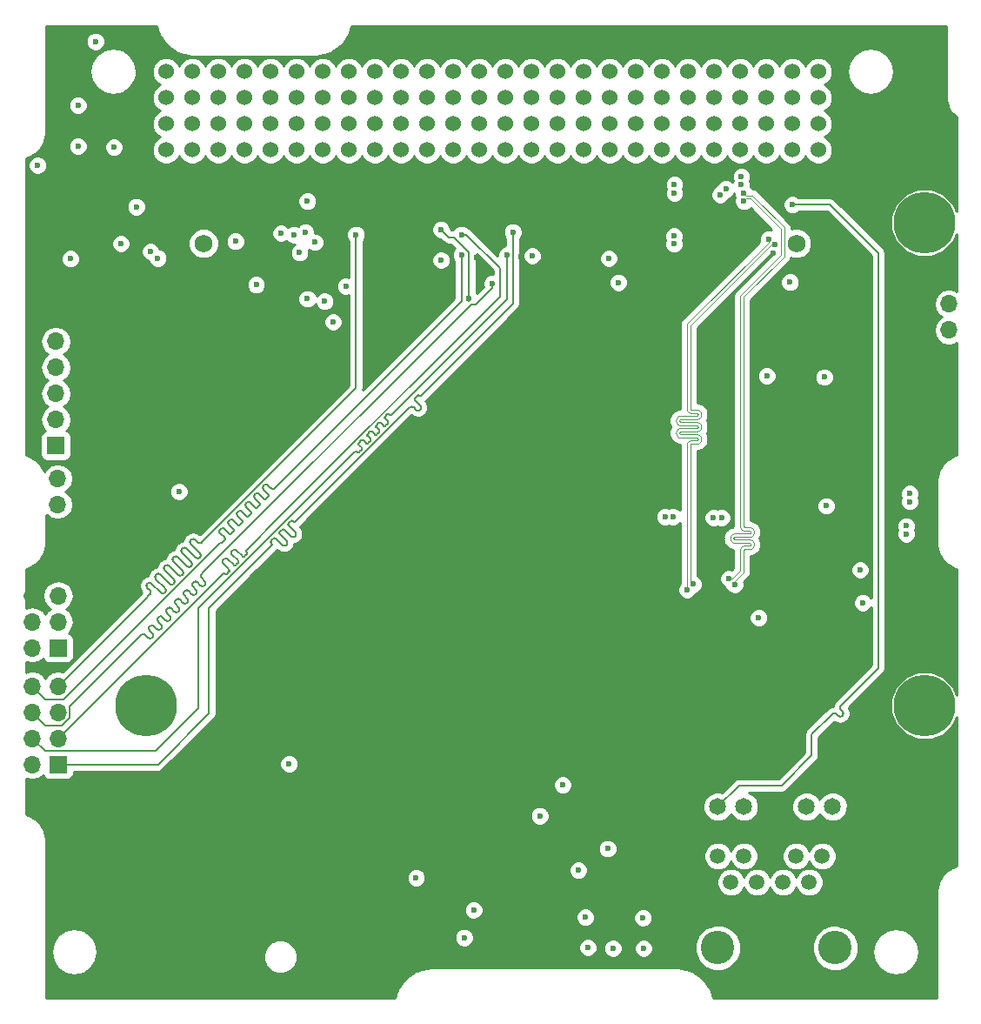
<source format=gbr>
G04 #@! TF.FileFunction,Copper,L2,Inr,Plane*
%FSLAX46Y46*%
G04 Gerber Fmt 4.6, Leading zero omitted, Abs format (unit mm)*
G04 Created by KiCad (PCBNEW 4.0.7) date 02/05/18 12:52:08*
%MOMM*%
%LPD*%
G01*
G04 APERTURE LIST*
%ADD10C,0.100000*%
%ADD11C,6.000000*%
%ADD12R,1.700000X1.700000*%
%ADD13O,1.700000X1.700000*%
%ADD14C,1.752600*%
%ADD15C,1.500000*%
%ADD16C,1.650000*%
%ADD17C,2.500000*%
%ADD18C,3.250000*%
%ADD19C,1.524000*%
%ADD20C,0.600000*%
%ADD21C,0.127000*%
%ADD22C,0.500000*%
%ADD23C,0.125000*%
%ADD24C,0.254000*%
G04 APERTURE END LIST*
D10*
D11*
X170085000Y-43850000D03*
X170085000Y-90850000D03*
D12*
X85750000Y-96555000D03*
D13*
X83210000Y-96555000D03*
X85750000Y-94015000D03*
X83210000Y-94015000D03*
X85750000Y-91475000D03*
X83210000Y-91475000D03*
X85750000Y-88935000D03*
X83210000Y-88935000D03*
D14*
X99895598Y-45850000D03*
X99895598Y-45850000D03*
X157604398Y-45850000D03*
X157604398Y-45850000D03*
D15*
X161390000Y-108040000D03*
X160120000Y-105500000D03*
X158850000Y-108040000D03*
X157580000Y-105500000D03*
X156310000Y-108040000D03*
X155040000Y-105500000D03*
X153770000Y-108040000D03*
X152500000Y-105500000D03*
X151230000Y-108040000D03*
X149960000Y-105500000D03*
D16*
X161140000Y-100670000D03*
X158600000Y-100670000D03*
X152500000Y-100670000D03*
X149960000Y-100670000D03*
D17*
X148945000Y-111340000D03*
D18*
X149960000Y-114390000D03*
X161390000Y-114390000D03*
D17*
X162405000Y-111340000D03*
D19*
X96260000Y-36755000D03*
X96260000Y-34215000D03*
X98800000Y-36755000D03*
X98800000Y-34215000D03*
X101340000Y-36755000D03*
X101340000Y-34215000D03*
X103880000Y-36755000D03*
X103880000Y-34215000D03*
X106420000Y-36755000D03*
X106420000Y-34215000D03*
X108960000Y-36755000D03*
X108960000Y-34215000D03*
X111500000Y-36755000D03*
X111500000Y-34215000D03*
X114040000Y-36755000D03*
X114040000Y-34215000D03*
X116580000Y-36755000D03*
X116580000Y-34215000D03*
X119120000Y-36755000D03*
X119120000Y-34215000D03*
X121660000Y-36755000D03*
X121660000Y-34215000D03*
X124200000Y-36755000D03*
X124200000Y-34215000D03*
X126740000Y-36755000D03*
X126740000Y-34215000D03*
X129280000Y-36755000D03*
X129280000Y-34215000D03*
X131820000Y-36755000D03*
X131820000Y-34215000D03*
X134360000Y-36755000D03*
X134360000Y-34215000D03*
X136900000Y-36755000D03*
X136900000Y-34215000D03*
X139440000Y-36755000D03*
X139440000Y-34215000D03*
X141980000Y-36755000D03*
X141980000Y-34215000D03*
X144520000Y-36755000D03*
X144520000Y-34215000D03*
X147060000Y-36755000D03*
X147060000Y-34215000D03*
X149600000Y-36755000D03*
X149600000Y-34215000D03*
X152140000Y-36755000D03*
X152140000Y-34215000D03*
X154680000Y-36755000D03*
X154680000Y-34215000D03*
X157220000Y-36755000D03*
X157220000Y-34215000D03*
X159760000Y-36755000D03*
X159760000Y-34215000D03*
X96259001Y-31678961D03*
X96259001Y-29138961D03*
X98799001Y-31678961D03*
X98799001Y-29138961D03*
X101339001Y-31678961D03*
X101339001Y-29138961D03*
X103879001Y-31678961D03*
X103879001Y-29138961D03*
X106419001Y-31678961D03*
X106419001Y-29138961D03*
X108959001Y-31678961D03*
X108959001Y-29138961D03*
X111499001Y-31678961D03*
X111499001Y-29138961D03*
X114039001Y-31678961D03*
X114039001Y-29138961D03*
X116579001Y-31678961D03*
X116579001Y-29138961D03*
X119119001Y-31678961D03*
X119119001Y-29138961D03*
X121659001Y-31678961D03*
X121659001Y-29138961D03*
X124199001Y-31678961D03*
X124199001Y-29138961D03*
X126739001Y-31678961D03*
X126739001Y-29138961D03*
X129279001Y-31678961D03*
X129279001Y-29138961D03*
X131819001Y-31678961D03*
X131819001Y-29138961D03*
X134359001Y-31678961D03*
X134359001Y-29138961D03*
X136899001Y-31678961D03*
X136899001Y-29138961D03*
X139439001Y-31678961D03*
X139439001Y-29138961D03*
X141979001Y-31678961D03*
X141979001Y-29138961D03*
X144519001Y-31678961D03*
X144519001Y-29138961D03*
X147059001Y-31678961D03*
X147059001Y-29138961D03*
X149599001Y-31678961D03*
X149599001Y-29138961D03*
X152139001Y-31678961D03*
X152139001Y-29138961D03*
X154679001Y-31678961D03*
X154679001Y-29138961D03*
X157219001Y-31678961D03*
X157219001Y-29138961D03*
X159759001Y-31678961D03*
X159759001Y-29138961D03*
D12*
X85700000Y-73820000D03*
D13*
X85700000Y-71280000D03*
X85700000Y-68740000D03*
D12*
X85510000Y-65540000D03*
D13*
X85510000Y-63000000D03*
X85510000Y-60460000D03*
X85510000Y-57920000D03*
X85510000Y-55380000D03*
X85510000Y-52840000D03*
D12*
X172490000Y-49220000D03*
D13*
X172490000Y-51760000D03*
X172490000Y-54300000D03*
D12*
X85750000Y-85230000D03*
D13*
X83210000Y-85230000D03*
X85750000Y-82690000D03*
X83210000Y-82690000D03*
X85750000Y-80150000D03*
X83210000Y-80150000D03*
D11*
X94325000Y-90850000D03*
D20*
X160325000Y-58870000D03*
X154725000Y-58750000D03*
X160500000Y-71400000D03*
X153950000Y-82300000D03*
X139230000Y-104760000D03*
X163810000Y-77640000D03*
X137080000Y-111435000D03*
X137330000Y-114360000D03*
X139755000Y-114460000D03*
X142730000Y-114460000D03*
X91175000Y-36500000D03*
X126195000Y-110715000D03*
X113740000Y-50010000D03*
X142680000Y-111485000D03*
X140270000Y-49650000D03*
X156990000Y-49640000D03*
X139340000Y-47305000D03*
X120595000Y-107590000D03*
X125270000Y-113415000D03*
X132630000Y-101560000D03*
X136405000Y-106860000D03*
X168630000Y-70184099D03*
X168630000Y-70984099D03*
X145740000Y-40950000D03*
X145700000Y-45110000D03*
X168290000Y-73350000D03*
X145740000Y-40150000D03*
X145700000Y-45910000D03*
X168290000Y-74150000D03*
X164080000Y-80820000D03*
X130000000Y-44750000D03*
X125000000Y-45000000D03*
X125750000Y-51250000D03*
X123000000Y-44500000D03*
X114750000Y-45000000D03*
X112500000Y-53500000D03*
X110000000Y-41750000D03*
X107422875Y-44855010D03*
X91850000Y-45880000D03*
X89375000Y-26200000D03*
X94720000Y-46650000D03*
X86925000Y-47350000D03*
X95450000Y-47280000D03*
X93340000Y-42290000D03*
X131910000Y-47050000D03*
X83750000Y-38250000D03*
X87675000Y-32400000D03*
X129436490Y-47000000D03*
X128000000Y-49750000D03*
X125000000Y-47000000D03*
X123030000Y-47470000D03*
X87675000Y-36400000D03*
X105020000Y-49880000D03*
X102999999Y-45650000D03*
X108225000Y-96525000D03*
X134855000Y-98560000D03*
X159250000Y-44000000D03*
X159250000Y-45000000D03*
X159250000Y-46250000D03*
X159250000Y-47500000D03*
X160250000Y-47500000D03*
X160250000Y-46250000D03*
X160250000Y-45000000D03*
X160250000Y-44000000D03*
X98000000Y-44250000D03*
X98000000Y-45500000D03*
X98000000Y-46750000D03*
X98000000Y-47750000D03*
X97000000Y-47750000D03*
X97000000Y-46750000D03*
X97000000Y-45500000D03*
X97000000Y-44250000D03*
X111186490Y-47250000D03*
X146020000Y-49650000D03*
X155332053Y-46768515D03*
X160576490Y-94412781D03*
X151125000Y-94325000D03*
X85525000Y-51000000D03*
X87350000Y-73825000D03*
X100750000Y-113000000D03*
X99575000Y-110000000D03*
X99500000Y-111500000D03*
X99500000Y-113000000D03*
X102000000Y-113000000D03*
X102000000Y-111500000D03*
X102000000Y-110000000D03*
X100725000Y-110000000D03*
X100725000Y-111500000D03*
X115000000Y-113000000D03*
X112850000Y-113000000D03*
X114925000Y-110000000D03*
X112725000Y-110000000D03*
X112725000Y-111500000D03*
X115000000Y-111500000D03*
X113875000Y-113000000D03*
X113800000Y-110000000D03*
X113825000Y-111500000D03*
X155040000Y-103750000D03*
X150925000Y-111100000D03*
X163725000Y-109600000D03*
X162675000Y-108000000D03*
X155575000Y-80900000D03*
X159175000Y-77050000D03*
X159175000Y-74875000D03*
X163375000Y-75100000D03*
X158950000Y-71575000D03*
X163675000Y-72725000D03*
X163600000Y-71825000D03*
X162900000Y-69275000D03*
X157250000Y-67100000D03*
X163450000Y-61650000D03*
X158925000Y-59800000D03*
X101400000Y-47125000D03*
X106500000Y-47325000D03*
X116500000Y-47250000D03*
X121475000Y-47250000D03*
X126500000Y-47225000D03*
X130825000Y-47150000D03*
X136000000Y-47275000D03*
X141025000Y-47025000D03*
X150850000Y-47250000D03*
X101475000Y-42050000D03*
X106450000Y-41925000D03*
X111500000Y-42050000D03*
X116500000Y-42025000D03*
X121500000Y-41900000D03*
X123500000Y-41925000D03*
X126500000Y-42075000D03*
X128000000Y-42025000D03*
X131000000Y-42025000D03*
X136000000Y-42000000D03*
X141000000Y-42000000D03*
X146000000Y-42075000D03*
X149475000Y-44275000D03*
X156850000Y-43400000D03*
X163325000Y-76050000D03*
X163150000Y-64175000D03*
X129790000Y-112810000D03*
X144930000Y-112960000D03*
X155482842Y-45982842D03*
X147532842Y-79017158D03*
X154917158Y-45417158D03*
X146967158Y-79582842D03*
X157200000Y-42090000D03*
X152260000Y-39360000D03*
X144820000Y-72460000D03*
X152260000Y-40140000D03*
X145600000Y-72460000D03*
X152510000Y-41750000D03*
X151042158Y-78492158D03*
X152510000Y-40970000D03*
X151607842Y-79057842D03*
X150194229Y-41115771D03*
X149540000Y-72550000D03*
X150745771Y-40564229D03*
X150320000Y-72550000D03*
X111686490Y-51500000D03*
X110750000Y-45750000D03*
X109813510Y-44750000D03*
X110000000Y-51250000D03*
X109250000Y-46750000D03*
X97500000Y-70000000D03*
X108686490Y-45002986D03*
D21*
X94975000Y-96555000D02*
X95460000Y-96555000D01*
X106890595Y-74558369D02*
X106921079Y-74582679D01*
X106446911Y-74903318D02*
X106446911Y-74864328D01*
X107769607Y-73734151D02*
X108386457Y-74351001D01*
X106496814Y-75253183D02*
X106521124Y-75222700D01*
X95460000Y-96555000D02*
X100435000Y-91580000D01*
X108004078Y-75147006D02*
X108033226Y-75086480D01*
X108758199Y-74392887D02*
X108810721Y-74351001D01*
X106446911Y-74864328D02*
X106455587Y-74826315D01*
X100435000Y-91580000D02*
X100435000Y-81315000D01*
X106817454Y-74532776D02*
X106855466Y-74541452D01*
X107553850Y-73709841D02*
X107588979Y-73692924D01*
X108553145Y-72843772D02*
X108588274Y-72860689D01*
X120033048Y-61758967D02*
X120098542Y-61744018D01*
X100435000Y-81315000D02*
X104405505Y-77344495D01*
X104405505Y-77344495D02*
X106496814Y-75253183D01*
X107703994Y-73692924D02*
X107739123Y-73709841D01*
X108799387Y-72926227D02*
X108834516Y-72909309D01*
X106855466Y-74541452D02*
X106890595Y-74558369D01*
X107345342Y-73912175D02*
X107523367Y-73734151D01*
X106455587Y-74941330D02*
X106446911Y-74903318D01*
X106472505Y-74791186D02*
X106496814Y-74760703D01*
X106521124Y-75222700D02*
X106538041Y-75187571D01*
X106778464Y-74532776D02*
X106817454Y-74532776D01*
X107321033Y-74127931D02*
X107304115Y-74092802D01*
X120432009Y-61002568D02*
X120438247Y-60975239D01*
X106538041Y-75187571D02*
X106546717Y-75149558D01*
X107626992Y-73684248D02*
X107665982Y-73684248D01*
X106546717Y-75149558D02*
X106546717Y-75110568D01*
X107537929Y-75199529D02*
X107590453Y-75241414D01*
X106546717Y-75110568D02*
X106538041Y-75072556D01*
X120450408Y-61083179D02*
X120438246Y-61057925D01*
X106538041Y-75072556D02*
X106521124Y-75037427D01*
X106521124Y-75037427D02*
X106472505Y-74976459D01*
X106472505Y-74976459D02*
X106455587Y-74941330D01*
X121022791Y-61989855D02*
X121051938Y-61929329D01*
X107588979Y-73692924D02*
X107626992Y-73684248D01*
X107590453Y-75241414D02*
X107650978Y-75270562D01*
X107849146Y-75270561D02*
X107909671Y-75241415D01*
X106455587Y-74826315D02*
X106472505Y-74791186D01*
X106496814Y-74760703D02*
X106674839Y-74582679D01*
X108834516Y-72909309D02*
X108865000Y-72885000D01*
X106705322Y-74558369D02*
X106740451Y-74541452D01*
X106674839Y-74582679D02*
X106705322Y-74558369D01*
X107962193Y-75199529D02*
X108004078Y-75147006D01*
X106740451Y-74541452D02*
X106778464Y-74532776D01*
X106921079Y-74582679D02*
X107537929Y-75199529D01*
X108438981Y-74392886D02*
X108499506Y-74422034D01*
X107650978Y-75270562D02*
X107716473Y-75285510D01*
X108144590Y-73166648D02*
X108153266Y-73128635D01*
X107716473Y-75285510D02*
X107783651Y-75285511D01*
X108153266Y-73128635D02*
X108170184Y-73093506D01*
X107783651Y-75285511D02*
X107849146Y-75270561D01*
X108852607Y-73979258D02*
X108810721Y-73926737D01*
X107909671Y-75241415D02*
X107962193Y-75199529D01*
X108438130Y-72843772D02*
X108476143Y-72835096D01*
X108033226Y-75086480D02*
X108048174Y-75020986D01*
X107295439Y-74054790D02*
X107295439Y-74015800D01*
X108048174Y-75020986D02*
X108048175Y-74953806D01*
X108048175Y-74953806D02*
X108033227Y-74888312D01*
X108033227Y-74888312D02*
X108004079Y-74827786D01*
X108170184Y-73278779D02*
X108153266Y-73243650D01*
X107304115Y-73977787D02*
X107321033Y-73942658D01*
X108499506Y-74422034D02*
X108565001Y-74436982D01*
X107665982Y-73684248D02*
X107703994Y-73692924D01*
X108004079Y-74827786D02*
X107962193Y-74775265D01*
X108896703Y-74105278D02*
X108881755Y-74039784D01*
X107962193Y-74775265D02*
X107345342Y-74158415D01*
X120450409Y-60949985D02*
X120467884Y-60928071D01*
X108565001Y-74436982D02*
X108632179Y-74436983D01*
X107345342Y-74158415D02*
X107321033Y-74127931D01*
X120966647Y-60716705D02*
X120994677Y-60716705D01*
X121066887Y-61863835D02*
X121066887Y-61796656D01*
X107523367Y-73734151D02*
X107553850Y-73709841D01*
X107304115Y-74092802D02*
X107295439Y-74054790D01*
X107739123Y-73709841D02*
X107769607Y-73734151D01*
X107295439Y-74015800D02*
X107304115Y-73977787D01*
X120928383Y-62084263D02*
X120980906Y-62042378D01*
X120231215Y-61758967D02*
X120291741Y-61788114D01*
X108632179Y-74436983D02*
X108697674Y-74422033D01*
X107321033Y-73942658D02*
X107345342Y-73912175D01*
X108684372Y-72926227D02*
X108722384Y-72934903D01*
X108386457Y-74351001D02*
X108438981Y-74392886D01*
X108153266Y-73243650D02*
X108144590Y-73205638D01*
X108194493Y-73063023D02*
X108372518Y-72884999D01*
X108697674Y-74422033D02*
X108758199Y-74392887D01*
X108810721Y-74351001D02*
X108852606Y-74298478D01*
X121051938Y-61929329D02*
X121066887Y-61863835D01*
X108852606Y-74298478D02*
X108881754Y-74237952D01*
X108881754Y-74237952D02*
X108896702Y-74172458D01*
X108896702Y-74172458D02*
X108896703Y-74105278D01*
X120980906Y-61618113D02*
X120467885Y-61105093D01*
X108881755Y-74039784D02*
X108852607Y-73979258D01*
X108810721Y-73926737D02*
X108316992Y-73433008D01*
X108649243Y-72909309D02*
X108684372Y-72926227D01*
X108316992Y-73433008D02*
X108317613Y-73432383D01*
X108317613Y-73432383D02*
X108194493Y-73309263D01*
X108194493Y-73309263D02*
X108170184Y-73278779D01*
X108144590Y-73205638D02*
X108144590Y-73166648D01*
X119920000Y-61830000D02*
X119972522Y-61788114D01*
X120432009Y-61030598D02*
X120432009Y-61002568D01*
X108170184Y-73093506D02*
X108194493Y-73063023D01*
X108372518Y-72884999D02*
X108403001Y-72860689D01*
X108403001Y-72860689D02*
X108438130Y-72843772D01*
X108761375Y-72934903D02*
X108799387Y-72926227D01*
X108476143Y-72835096D02*
X108515133Y-72835096D01*
X108515133Y-72835096D02*
X108553145Y-72843772D01*
X120467884Y-60928071D02*
X120715127Y-60680829D01*
X120669690Y-62113411D02*
X120735184Y-62128359D01*
X108588274Y-72860689D02*
X108649243Y-72909309D01*
X120762295Y-60651192D02*
X120789622Y-60644955D01*
X108722384Y-72934903D02*
X108761375Y-72934903D01*
X108865000Y-72885000D02*
X119920000Y-61830000D01*
X120980906Y-62042378D02*
X121022791Y-61989855D01*
X119972522Y-61788114D02*
X120033048Y-61758967D01*
X120098542Y-61744018D02*
X120165721Y-61744018D01*
X120165721Y-61744018D02*
X120231215Y-61758967D01*
X120291741Y-61788114D02*
X120344264Y-61830000D01*
X120344264Y-61830000D02*
X120556642Y-62042378D01*
X120556642Y-62042378D02*
X120609164Y-62084263D01*
X120609164Y-62084263D02*
X120669690Y-62113411D01*
X120735184Y-62128359D02*
X120802363Y-62128359D01*
X120802363Y-62128359D02*
X120867857Y-62113411D01*
X120867857Y-62113411D02*
X120928383Y-62084263D01*
X121066887Y-61796656D02*
X121051938Y-61731162D01*
X121051938Y-61731162D02*
X121022791Y-61670636D01*
X120715127Y-60680829D02*
X120737041Y-60663354D01*
X130000000Y-51750000D02*
X130000000Y-44750000D01*
X121022791Y-61670636D02*
X120980906Y-61618113D01*
X120467885Y-61105093D02*
X120450408Y-61083179D01*
X120438246Y-61057925D02*
X120432009Y-61030598D01*
X120438247Y-60975239D02*
X120450409Y-60949985D01*
X120737041Y-60663354D02*
X120762295Y-60651192D01*
X120789622Y-60644955D02*
X120817652Y-60644955D01*
X120817652Y-60644955D02*
X120844981Y-60651191D01*
X120844981Y-60651191D02*
X120870235Y-60663353D01*
X120870235Y-60663353D02*
X120914064Y-60698307D01*
X120914064Y-60698307D02*
X120939320Y-60710468D01*
X120939320Y-60710468D02*
X120966647Y-60716705D01*
X120994677Y-60716705D02*
X121022004Y-60710468D01*
X121022004Y-60710468D02*
X121047258Y-60698306D01*
X121047258Y-60698306D02*
X121069173Y-60680829D01*
X121069173Y-60680829D02*
X121905044Y-59844956D01*
X121905044Y-59844956D02*
X130000000Y-51750000D01*
X94975000Y-96555000D02*
X95060000Y-96555000D01*
X87755000Y-96555000D02*
X94975000Y-96555000D01*
X87755000Y-96555000D02*
X87880000Y-96555000D01*
X86727000Y-96555000D02*
X87755000Y-96555000D01*
X85750000Y-96555000D02*
X86727000Y-96555000D01*
X101908313Y-77978866D02*
X101939102Y-77993693D01*
X102023326Y-78051133D02*
X102056643Y-78058738D01*
X85750000Y-94015000D02*
X101750000Y-78015000D01*
X102056643Y-78058738D02*
X102090816Y-78058738D01*
X101750000Y-78015000D02*
X101776717Y-77993693D01*
X102683227Y-76155159D02*
X102641342Y-76102636D01*
X101776717Y-77993693D02*
X101807506Y-77978866D01*
X102090816Y-78058738D02*
X102124133Y-78051133D01*
X101807506Y-77978866D02*
X101840823Y-77971261D01*
X104139104Y-75935355D02*
X104124277Y-75904566D01*
X103019282Y-77171946D02*
X103046000Y-77150640D01*
X102411390Y-77617453D02*
X102390083Y-77590735D01*
X102612193Y-75843944D02*
X102641341Y-75783418D01*
X102013243Y-76493441D02*
X102080421Y-76493442D01*
X101840823Y-77971261D02*
X101874996Y-77971261D01*
X107288824Y-72476176D02*
X128750000Y-51015000D01*
X102282172Y-77482824D02*
X102298007Y-77466993D01*
X101874996Y-77971261D02*
X101908313Y-77978866D01*
X102433822Y-77715732D02*
X102433822Y-77681559D01*
X101939102Y-77993693D02*
X101992537Y-78036306D01*
X102298007Y-77466993D02*
X101834700Y-77003686D01*
X103275750Y-76753093D02*
X103254443Y-76726375D01*
X101992537Y-78036306D02*
X102023326Y-78051133D01*
X102921003Y-77194378D02*
X102955176Y-77194378D01*
X102124133Y-78051133D02*
X102154922Y-78036306D01*
X102390083Y-77806556D02*
X102411390Y-77779838D01*
X103107491Y-75730896D02*
X103678707Y-76302113D01*
X104059231Y-75787024D02*
X104059231Y-75752851D01*
X102154922Y-78036306D02*
X102181640Y-78015000D01*
X103298182Y-76851372D02*
X103298182Y-76817199D01*
X102856897Y-77171946D02*
X102887687Y-77186774D01*
X102426217Y-77648242D02*
X102411390Y-77617453D01*
X103837020Y-76338247D02*
X103867809Y-76323419D01*
X102181640Y-78015000D02*
X102390083Y-77806556D01*
X102988493Y-77186774D02*
X103019282Y-77171946D01*
X102411390Y-77779838D02*
X102426217Y-77749049D01*
X103046000Y-77150640D02*
X103254443Y-76942196D01*
X102426217Y-77749049D02*
X102433822Y-77715732D01*
X101748718Y-76757964D02*
X101763666Y-76692471D01*
X102433822Y-77681559D02*
X102426217Y-77648242D01*
X102390083Y-77590735D02*
X102282172Y-77482824D01*
X101834700Y-76579422D02*
X101887223Y-76537537D01*
X102080421Y-76493442D02*
X102145916Y-76508390D01*
X101834700Y-77003686D02*
X101792815Y-76951163D01*
X101792815Y-76951163D02*
X101763666Y-76890639D01*
X101763666Y-76890639D02*
X101748717Y-76825144D01*
X102735750Y-75689010D02*
X102796275Y-75659864D01*
X101748717Y-76825144D02*
X101748718Y-76757964D01*
X102830180Y-77150640D02*
X102856897Y-77171946D01*
X101763666Y-76692471D02*
X101792814Y-76631945D01*
X102206441Y-76537538D02*
X102258964Y-76579423D01*
X101792814Y-76631945D02*
X101834700Y-76579422D01*
X102861770Y-75644914D02*
X102928948Y-75644915D01*
X101887223Y-76537537D02*
X101947748Y-76508391D01*
X104059231Y-75752851D02*
X104066836Y-75719534D01*
X101947748Y-76508391D02*
X102013243Y-76493441D01*
X102145916Y-76508390D02*
X102206441Y-76537538D01*
X104146709Y-75968672D02*
X104139104Y-75935355D01*
X102258964Y-76579423D02*
X102830180Y-77150640D01*
X102887687Y-77186774D02*
X102921003Y-77194378D01*
X102955176Y-77194378D02*
X102988493Y-77186774D01*
X103254443Y-76942196D02*
X103275750Y-76915478D01*
X103275750Y-76915478D02*
X103290577Y-76884689D01*
X103290577Y-76884689D02*
X103298182Y-76851372D01*
X103736214Y-76338247D02*
X103769530Y-76345851D01*
X102597245Y-75909437D02*
X102612193Y-75843944D01*
X102928948Y-75644915D02*
X102994443Y-75659863D01*
X103803703Y-76345851D02*
X103837020Y-76338247D01*
X103298182Y-76817199D02*
X103290577Y-76783882D01*
X102641341Y-75783418D02*
X102683227Y-75730895D01*
X103290577Y-76783882D02*
X103275750Y-76753093D01*
X103254443Y-76726375D02*
X102683227Y-76155159D01*
X102641342Y-76102636D02*
X102612193Y-76042112D01*
X102612193Y-76042112D02*
X102597244Y-75976617D01*
X103705424Y-76323419D02*
X103736214Y-76338247D01*
X102597244Y-75976617D02*
X102597245Y-75909437D01*
X102683227Y-75730895D02*
X102735750Y-75689010D01*
X102796275Y-75659864D02*
X102861770Y-75644914D01*
X102994443Y-75659863D02*
X103054968Y-75689011D01*
X103054968Y-75689011D02*
X103107491Y-75730896D01*
X103678707Y-76302113D02*
X103705424Y-76323419D01*
X128750000Y-48250000D02*
X125500000Y-45000000D01*
X103769530Y-76345851D02*
X103803703Y-76345851D01*
X103867809Y-76323419D02*
X103894527Y-76302113D01*
X103894527Y-76302113D02*
X104102970Y-76093669D01*
X104139104Y-76036162D02*
X104146709Y-76002845D01*
X104102970Y-76093669D02*
X104124277Y-76066951D01*
X104124277Y-76066951D02*
X104139104Y-76036162D01*
X104146709Y-76002845D02*
X104146709Y-75968672D01*
X104124277Y-75904566D02*
X104081663Y-75851130D01*
X104081663Y-75851130D02*
X104066836Y-75820341D01*
X104066836Y-75820341D02*
X104059231Y-75787024D01*
X104066836Y-75719534D02*
X104081663Y-75688745D01*
X104081663Y-75688745D02*
X104102970Y-75662027D01*
X104102970Y-75662027D02*
X107288824Y-72476176D01*
X128750000Y-51015000D02*
X128750000Y-48250000D01*
X125500000Y-45000000D02*
X125000000Y-45000000D01*
X124250000Y-45250000D02*
X123750000Y-45250000D01*
X123750000Y-45250000D02*
X123000000Y-44500000D01*
X125750000Y-46750000D02*
X124250000Y-45250000D01*
X125750000Y-51475000D02*
X125750000Y-46750000D01*
X114750000Y-59935000D02*
X99750000Y-74935000D01*
X99504278Y-75020981D02*
X99438784Y-75006032D01*
X96119450Y-77668410D02*
X96981235Y-78530195D01*
X97458023Y-78147816D02*
X97405499Y-78105931D01*
X98678291Y-76833139D02*
X98720177Y-76885660D01*
X114750000Y-45000000D02*
X114750000Y-59935000D01*
X99438784Y-75006032D02*
X99378258Y-74976885D01*
X98499749Y-77343385D02*
X98432571Y-77343384D01*
X97067217Y-78708736D02*
X97067216Y-78775916D01*
X97869028Y-75505205D02*
X97816506Y-75547090D01*
X98594000Y-75009777D02*
X98623147Y-75070303D01*
X97052268Y-78841410D02*
X97023120Y-78901936D01*
X97730524Y-75725632D02*
X97730524Y-75792811D01*
X99636951Y-75006032D02*
X99571457Y-75020981D01*
X99750000Y-74935000D02*
X99697477Y-74976885D01*
X97392242Y-76395618D02*
X97339720Y-76353733D01*
X99697477Y-74976885D02*
X99636951Y-75006032D01*
X96926092Y-76448140D02*
X96896945Y-76508666D01*
X99474297Y-76450761D02*
X99413772Y-76479907D01*
X97774620Y-75599612D02*
X97745473Y-75660138D01*
X97900796Y-77992882D02*
X97871648Y-78053408D01*
X99571457Y-75020981D02*
X99504278Y-75020981D01*
X98367076Y-77328436D02*
X98306551Y-77299288D01*
X96491192Y-77202261D02*
X96430666Y-77173113D01*
X99378258Y-74976885D02*
X99325735Y-74935000D01*
X95760967Y-79844872D02*
X95708443Y-79802987D01*
X99612801Y-76163152D02*
X99612800Y-76230332D01*
X96119450Y-77244146D02*
X96077564Y-77296668D01*
X99325735Y-74935000D02*
X99089297Y-74698562D01*
X98306551Y-77299288D02*
X98254027Y-77257403D01*
X98976249Y-74627529D02*
X98910754Y-74612580D01*
X98749324Y-77144354D02*
X98720176Y-77204880D01*
X97915745Y-77860208D02*
X97915744Y-77927388D01*
X99089297Y-74698562D02*
X99036775Y-74656677D01*
X98749325Y-76946186D02*
X98764273Y-77011680D01*
X99036775Y-74656677D02*
X98976249Y-74627529D01*
X99215604Y-76479908D02*
X99155079Y-76450760D01*
X94336412Y-79119744D02*
X94336412Y-79186923D01*
X98665033Y-75122826D02*
X99526819Y-75984611D01*
X98910754Y-74612580D02*
X98843576Y-74612580D01*
X98843576Y-74612580D02*
X98778081Y-74627529D01*
X96203741Y-79491770D02*
X96218689Y-79557264D01*
X94668115Y-78855220D02*
X94600937Y-78855220D01*
X98778081Y-74627529D02*
X98717555Y-74656677D01*
X97871648Y-78053408D02*
X97829763Y-78105931D01*
X97929554Y-75476057D02*
X97869028Y-75505205D01*
X98717555Y-74656677D02*
X98665033Y-74698562D01*
X99568704Y-76356352D02*
X99526819Y-76408875D01*
X98594000Y-74811610D02*
X98579051Y-74877104D01*
X98665033Y-74698562D02*
X98623147Y-74751084D01*
X98623147Y-74751084D02*
X98594000Y-74811610D01*
X98579051Y-74877104D02*
X98579051Y-74944283D01*
X98764272Y-77078860D02*
X98749324Y-77144354D01*
X98579051Y-74944283D02*
X98594000Y-75009777D01*
X99281099Y-76494856D02*
X99215604Y-76479908D01*
X97745473Y-75660138D02*
X97730524Y-75725632D01*
X98623147Y-75070303D02*
X98665033Y-75122826D01*
X99526819Y-75984611D02*
X99568705Y-76037132D01*
X97081026Y-76324585D02*
X97020500Y-76353733D01*
X98764273Y-77011680D02*
X98764272Y-77078860D01*
X97279194Y-76324585D02*
X97213699Y-76309636D01*
X97995049Y-75461108D02*
X97929554Y-75476057D01*
X96735515Y-79040440D02*
X96670020Y-79025492D01*
X99568705Y-76037132D02*
X99597853Y-76097658D01*
X94794136Y-78899317D02*
X94733610Y-78870169D01*
X94380508Y-78993724D02*
X94351361Y-79054250D01*
X99597853Y-76097658D02*
X99612801Y-76163152D01*
X99612800Y-76230332D02*
X99597852Y-76295826D01*
X99597852Y-76295826D02*
X99568704Y-76356352D01*
X94183143Y-80501857D02*
X85750000Y-88935000D01*
X97213699Y-76309636D02*
X97146521Y-76309636D01*
X96297993Y-77158164D02*
X96232498Y-77173113D01*
X99526819Y-76408875D02*
X99474297Y-76450761D01*
X99155079Y-76450760D02*
X99102555Y-76408875D01*
X98062227Y-75461108D02*
X97995049Y-75461108D01*
X99413772Y-76479907D02*
X99348277Y-76494857D01*
X96430666Y-77173113D02*
X96365171Y-77158164D01*
X96171972Y-77202261D02*
X96119450Y-77244146D01*
X99348277Y-76494857D02*
X99281099Y-76494856D01*
X98127722Y-75476057D02*
X98062227Y-75461108D01*
X98720177Y-76885660D02*
X98749325Y-76946186D01*
X95954165Y-79888969D02*
X95886987Y-79888968D01*
X99102555Y-76408875D02*
X98240770Y-75547090D01*
X98240770Y-75547090D02*
X98188248Y-75505205D01*
X98188248Y-75505205D02*
X98127722Y-75476057D01*
X96967978Y-76395618D02*
X96926092Y-76448140D01*
X97816506Y-75547090D02*
X97774620Y-75599612D01*
X95695186Y-78092674D02*
X95642664Y-78050789D01*
X94380508Y-79312943D02*
X94422394Y-79365466D01*
X96967978Y-76819882D02*
X97829763Y-77681667D01*
X97730524Y-75792811D02*
X97745473Y-75858305D01*
X97745473Y-75858305D02*
X97774620Y-75918831D01*
X97774620Y-75918831D02*
X97816506Y-75971354D01*
X94422394Y-79365466D02*
X94658831Y-79601903D01*
X97816506Y-75971354D02*
X98678291Y-76833139D01*
X98720176Y-77204880D02*
X98678291Y-77257403D01*
X98678291Y-77257403D02*
X98625769Y-77299289D01*
X98625769Y-77299289D02*
X98565244Y-77328435D01*
X98565244Y-77328435D02*
X98499749Y-77343385D01*
X95184940Y-78271216D02*
X95184940Y-78338395D01*
X97777241Y-78147817D02*
X97716716Y-78176963D01*
X98432571Y-77343384D02*
X98367076Y-77328436D01*
X95708443Y-79802987D02*
X94846658Y-78941202D01*
X97067216Y-78775916D02*
X97052268Y-78841410D01*
X98254027Y-77257403D02*
X97392242Y-76395618D01*
X97339720Y-76353733D02*
X97279194Y-76324585D01*
X97146521Y-76309636D02*
X97081026Y-76324585D01*
X94336412Y-79186923D02*
X94351361Y-79252417D01*
X97020500Y-76353733D02*
X96967978Y-76395618D01*
X96896945Y-76508666D02*
X96881996Y-76574160D01*
X97829763Y-78105931D02*
X97777241Y-78147817D01*
X96881996Y-76574160D02*
X96881996Y-76641339D01*
X97023121Y-78582716D02*
X97052269Y-78643242D01*
X96881996Y-76641339D02*
X96896945Y-76706833D01*
X96926092Y-76767359D02*
X96967978Y-76819882D01*
X97584043Y-78191912D02*
X97518548Y-78176964D01*
X96896945Y-76706833D02*
X96926092Y-76767359D01*
X97829763Y-77681667D02*
X97871649Y-77734188D01*
X97871649Y-77734188D02*
X97900797Y-77794714D01*
X97900797Y-77794714D02*
X97915745Y-77860208D01*
X97915744Y-77927388D02*
X97900796Y-77992882D01*
X97716716Y-78176963D02*
X97651221Y-78191913D01*
X97651221Y-78191913D02*
X97584043Y-78191912D01*
X97518548Y-78176964D02*
X97458023Y-78147816D01*
X97405499Y-78105931D02*
X96543714Y-77244146D01*
X96543714Y-77244146D02*
X96491192Y-77202261D01*
X96365171Y-77158164D02*
X96297993Y-77158164D01*
X96232498Y-77173113D02*
X96171972Y-77202261D01*
X96077564Y-77296668D02*
X96048417Y-77357194D01*
X95383970Y-78021641D02*
X95323444Y-78050789D01*
X97052269Y-78643242D02*
X97067217Y-78708736D01*
X96981235Y-78530195D02*
X97023121Y-78582716D01*
X96048417Y-77357194D02*
X96033468Y-77422688D01*
X94600937Y-78855220D02*
X94535442Y-78870169D01*
X96033468Y-77422688D02*
X96033468Y-77489867D01*
X96802693Y-79040441D02*
X96735515Y-79040440D01*
X96033468Y-77489867D02*
X96048417Y-77555361D01*
X95582138Y-78021641D02*
X95516643Y-78006692D01*
X96048417Y-77555361D02*
X96077564Y-77615887D01*
X96077564Y-77615887D02*
X96119450Y-77668410D01*
X97023120Y-78901936D02*
X96981235Y-78954459D01*
X94535442Y-78870169D02*
X94474916Y-78899317D01*
X96981235Y-78954459D02*
X96928713Y-78996345D01*
X94744813Y-79847624D02*
X94729864Y-79913119D01*
X96928713Y-78996345D02*
X96868188Y-79025491D01*
X96868188Y-79025491D02*
X96802693Y-79040441D01*
X96670020Y-79025492D02*
X96609495Y-78996344D01*
X96609495Y-78996344D02*
X96556971Y-78954459D01*
X95184940Y-78338395D02*
X95199889Y-78403889D01*
X96556971Y-78954459D02*
X95695186Y-78092674D01*
X95642664Y-78050789D02*
X95582138Y-78021641D01*
X95516643Y-78006692D02*
X95449465Y-78006692D01*
X95449465Y-78006692D02*
X95383970Y-78021641D01*
X94422394Y-78941202D02*
X94380508Y-78993724D01*
X95323444Y-78050789D02*
X95270922Y-78092674D01*
X96019660Y-79874019D02*
X95954165Y-79888969D01*
X94744813Y-79780446D02*
X94744813Y-79847624D01*
X95270922Y-78092674D02*
X95229036Y-78145196D01*
X95229036Y-78145196D02*
X95199889Y-78205722D01*
X95270922Y-78516938D02*
X96132707Y-79378723D01*
X95199889Y-78205722D02*
X95184940Y-78271216D01*
X95199889Y-78403889D02*
X95229036Y-78464415D01*
X95229036Y-78464415D02*
X95270922Y-78516938D01*
X96132707Y-79378723D02*
X96174593Y-79431244D01*
X95886987Y-79888968D02*
X95821492Y-79874020D01*
X96174593Y-79431244D02*
X96203741Y-79491770D01*
X96218689Y-79557264D02*
X96218688Y-79624444D01*
X96218688Y-79624444D02*
X96203740Y-79689938D01*
X96203740Y-79689938D02*
X96174592Y-79750464D01*
X96174592Y-79750464D02*
X96132707Y-79802987D01*
X96132707Y-79802987D02*
X96080185Y-79844873D01*
X96080185Y-79844873D02*
X96019660Y-79874019D01*
X95821492Y-79874020D02*
X95760967Y-79844872D01*
X94846658Y-78941202D02*
X94794136Y-78899317D01*
X94733610Y-78870169D02*
X94668115Y-78855220D01*
X94474916Y-78899317D02*
X94422394Y-78941202D01*
X94351361Y-79054250D02*
X94336412Y-79119744D01*
X94351361Y-79252417D02*
X94380508Y-79312943D01*
X94658831Y-79601903D02*
X94700716Y-79654425D01*
X94700716Y-79654425D02*
X94729864Y-79714951D01*
X94729864Y-79714951D02*
X94744813Y-79780446D01*
X94729864Y-79913119D02*
X94700716Y-79973645D01*
X94700716Y-79973645D02*
X94658831Y-80026167D01*
X94658831Y-80026167D02*
X94183143Y-80501857D01*
X114936894Y-66186627D02*
X114973324Y-66186627D01*
X115725789Y-65305480D02*
X115758611Y-65321287D01*
X114778768Y-66101479D02*
X114811590Y-66117286D01*
X116168197Y-64955324D02*
X116160090Y-64919807D01*
X116218939Y-64157540D02*
X116254456Y-64165647D01*
X117491182Y-63632339D02*
X117527612Y-63632339D01*
X88045000Y-95250000D02*
X95275000Y-95250000D01*
X114973324Y-66186627D02*
X115008840Y-66178520D01*
X117818624Y-63161448D02*
X117588551Y-62931375D01*
X115438751Y-65029980D02*
X115467235Y-65052693D01*
X114901377Y-66178520D02*
X114936894Y-66186627D01*
X116607138Y-64472760D02*
X116642655Y-64480866D01*
X114996343Y-65343706D02*
X115004450Y-65308188D01*
X115852977Y-64567125D02*
X115844870Y-64531609D01*
X117541924Y-62834555D02*
X117541924Y-62798125D01*
X117135805Y-63332926D02*
X117164289Y-63355639D01*
X95275000Y-95250000D02*
X99395000Y-91130000D01*
X114706821Y-66093373D02*
X114743251Y-66093373D01*
X115868783Y-64426840D02*
X115891497Y-64398357D01*
X99395000Y-91130000D02*
X99395000Y-81355000D01*
X117841338Y-63363039D02*
X117857144Y-63330217D01*
X99395000Y-81355000D02*
X114610000Y-66140000D01*
X117102983Y-63317120D02*
X117135805Y-63332926D01*
X116995519Y-63317120D02*
X117031036Y-63309013D01*
X114868554Y-66162714D02*
X114901377Y-66178520D01*
X115004450Y-65415652D02*
X114996343Y-65380136D01*
X115158007Y-65591993D02*
X115042970Y-65476956D01*
X114638482Y-66117286D02*
X114671304Y-66101479D01*
X117841338Y-63189931D02*
X117818624Y-63161448D01*
X116315762Y-64204166D02*
X116545834Y-64434240D01*
X114671304Y-66101479D02*
X114706821Y-66093373D01*
X116642655Y-64480866D02*
X116679085Y-64480866D01*
X117865251Y-63258270D02*
X117857144Y-63222753D01*
X114610000Y-66140000D02*
X114638482Y-66117286D01*
X118242889Y-62507114D02*
X118857822Y-61892178D01*
X117031036Y-63309013D02*
X117067466Y-63309013D01*
X115370412Y-65006067D02*
X115405929Y-65014174D01*
X114743251Y-66093373D02*
X114778768Y-66101479D01*
X116144284Y-65060093D02*
X116160090Y-65027271D01*
X118012817Y-62507113D02*
X118041299Y-62529827D01*
X115008840Y-66178520D02*
X115041663Y-66162714D01*
X114811590Y-66117286D02*
X114868554Y-66162714D01*
X117595951Y-63608426D02*
X117624433Y-63585713D01*
X116085688Y-64204167D02*
X116114170Y-64181453D01*
X118857822Y-61892178D02*
X129436490Y-51313510D01*
X116114170Y-64181453D02*
X116146992Y-64165647D01*
X115041663Y-66162714D02*
X115070145Y-66140000D01*
X115891497Y-64628429D02*
X115868783Y-64599948D01*
X117527612Y-63632339D02*
X117563129Y-63624233D01*
X117164289Y-63355639D02*
X117394361Y-63585713D01*
X115070145Y-66140000D02*
X115264336Y-65945808D01*
X115264336Y-65945808D02*
X115287050Y-65917326D01*
X115333982Y-65006067D02*
X115370412Y-65006067D01*
X115927379Y-65282767D02*
X116121570Y-65088575D01*
X115287050Y-65917326D02*
X115302856Y-65884504D01*
X117016724Y-64106797D02*
X117008617Y-64071280D01*
X114996343Y-65380136D02*
X114996343Y-65343706D01*
X116740024Y-63779902D02*
X116717310Y-63751421D01*
X116775906Y-64434240D02*
X116970097Y-64240048D01*
X115302856Y-65884504D02*
X115310963Y-65848987D01*
X115310963Y-65848987D02*
X115310963Y-65812557D01*
X115310963Y-65812557D02*
X115302856Y-65777040D01*
X115020256Y-65275367D02*
X115042970Y-65246884D01*
X116693397Y-63683082D02*
X116693397Y-63646652D01*
X118074121Y-62545634D02*
X118109638Y-62553741D01*
X115302856Y-65777040D02*
X115287050Y-65744218D01*
X116182509Y-64157540D02*
X116218939Y-64157540D01*
X115697307Y-65282767D02*
X115725789Y-65305480D01*
X116168197Y-64991754D02*
X116168197Y-64955324D01*
X115287050Y-65744218D02*
X115264335Y-65715734D01*
X116545834Y-64434240D02*
X116574316Y-64456953D01*
X117563129Y-63624233D02*
X117595951Y-63608426D01*
X115264335Y-65715734D02*
X115149298Y-65600697D01*
X116121570Y-65088575D02*
X116144284Y-65060093D01*
X115149298Y-65600697D02*
X115158007Y-65591993D01*
X116287278Y-64181453D02*
X116315762Y-64204166D01*
X115042970Y-65476956D02*
X115020256Y-65448475D01*
X118041299Y-62529827D02*
X118074121Y-62545634D01*
X117550031Y-62870071D02*
X117541924Y-62834555D01*
X115298465Y-65014174D02*
X115333982Y-65006067D01*
X115020256Y-65448475D02*
X115004450Y-65415652D01*
X115004450Y-65308188D02*
X115020256Y-65275367D01*
X115852977Y-64459661D02*
X115868783Y-64426840D01*
X115042970Y-65246884D02*
X115237161Y-65052694D01*
X115237161Y-65052694D02*
X115265643Y-65029980D01*
X117984332Y-62484399D02*
X118012817Y-62507113D01*
X115265643Y-65029980D02*
X115298465Y-65014174D01*
X117782742Y-62507113D02*
X117811224Y-62484399D01*
X118146068Y-62553741D02*
X118181585Y-62545633D01*
X115405929Y-65014174D02*
X115438751Y-65029980D01*
X129436490Y-51313510D02*
X129436490Y-47000000D01*
X115467235Y-65052693D02*
X115697307Y-65282767D01*
X116693397Y-63646652D02*
X116701504Y-63611134D01*
X115758611Y-65321287D02*
X115794128Y-65329393D01*
X116934215Y-63355640D02*
X116962697Y-63332926D01*
X115794128Y-65329393D02*
X115830558Y-65329393D01*
X115830558Y-65329393D02*
X115866075Y-65321287D01*
X115866075Y-65321287D02*
X115898897Y-65305480D01*
X115844870Y-64531609D02*
X115844870Y-64495179D01*
X115898897Y-65305480D02*
X115927379Y-65282767D01*
X116160090Y-65027271D02*
X116168197Y-64991754D01*
X116717310Y-63578313D02*
X116740024Y-63549830D01*
X116160090Y-64919807D02*
X116144284Y-64886985D01*
X116144284Y-64886985D02*
X116121570Y-64858502D01*
X116121570Y-64858502D02*
X115891497Y-64628429D01*
X115868783Y-64599948D02*
X115852977Y-64567125D01*
X116992811Y-64038458D02*
X116970097Y-64009975D01*
X115844870Y-64495179D02*
X115852977Y-64459661D01*
X115891497Y-64398357D02*
X116085688Y-64204167D01*
X116970097Y-64240048D02*
X116992811Y-64211566D01*
X116146992Y-64165647D02*
X116182509Y-64157540D01*
X116254456Y-64165647D02*
X116287278Y-64181453D01*
X116574316Y-64456953D02*
X116607138Y-64472760D01*
X118214407Y-62529828D02*
X118242889Y-62507114D01*
X117067466Y-63309013D02*
X117102983Y-63317120D01*
X116679085Y-64480866D02*
X116714602Y-64472760D01*
X116714602Y-64472760D02*
X116747424Y-64456953D01*
X117857144Y-63222753D02*
X117841338Y-63189931D01*
X116747424Y-64456953D02*
X116775906Y-64434240D01*
X116992811Y-64211566D02*
X117008617Y-64178744D01*
X117008617Y-64178744D02*
X117016724Y-64143227D01*
X117016724Y-64143227D02*
X117016724Y-64106797D01*
X117008617Y-64071280D02*
X116992811Y-64038458D01*
X117588551Y-62701303D02*
X117782742Y-62507113D01*
X116970097Y-64009975D02*
X116740024Y-63779902D01*
X117588551Y-62931375D02*
X117565837Y-62902894D01*
X116717310Y-63751421D02*
X116701504Y-63718598D01*
X116701504Y-63718598D02*
X116693397Y-63683082D01*
X117422843Y-63608426D02*
X117455665Y-63624233D01*
X116701504Y-63611134D02*
X116717310Y-63578313D01*
X117844046Y-62468593D02*
X117879563Y-62460486D01*
X116740024Y-63549830D02*
X116934215Y-63355640D01*
X116962697Y-63332926D02*
X116995519Y-63317120D01*
X117394361Y-63585713D02*
X117422843Y-63608426D01*
X117455665Y-63624233D02*
X117491182Y-63632339D01*
X117624433Y-63585713D02*
X117818624Y-63391521D01*
X117818624Y-63391521D02*
X117841338Y-63363039D01*
X117857144Y-63330217D02*
X117865251Y-63294700D01*
X117865251Y-63294700D02*
X117865251Y-63258270D01*
X117565837Y-62902894D02*
X117550031Y-62870071D01*
X117541924Y-62798125D02*
X117550031Y-62762607D01*
X117550031Y-62762607D02*
X117565837Y-62729786D01*
X117565837Y-62729786D02*
X117588551Y-62701303D01*
X117811224Y-62484399D02*
X117844046Y-62468593D01*
X117879563Y-62460486D02*
X117915993Y-62460486D01*
X117915993Y-62460486D02*
X117951510Y-62468593D01*
X117951510Y-62468593D02*
X117984332Y-62484399D01*
X118109638Y-62553741D02*
X118146068Y-62553741D01*
X118181585Y-62545633D02*
X118214407Y-62529828D01*
X88045000Y-95250000D02*
X88135000Y-95250000D01*
X84445000Y-95250000D02*
X88045000Y-95250000D01*
X83210000Y-94015000D02*
X84445000Y-95250000D01*
X96704308Y-82259350D02*
X96704309Y-82326528D01*
X99325738Y-78848529D02*
X99273215Y-78806645D01*
X98105470Y-79655171D02*
X98052946Y-79697054D01*
X93988855Y-83853710D02*
X93923361Y-83868658D01*
X94234576Y-83939691D02*
X94182053Y-83897807D01*
X94610059Y-84273158D02*
X94549532Y-84244012D01*
X93862835Y-83897806D02*
X93810311Y-83939690D01*
X94904560Y-83005184D02*
X94837382Y-83005183D01*
X94837382Y-83005183D02*
X94771888Y-83020131D01*
X97162535Y-80917322D02*
X97204420Y-80969845D01*
X96246586Y-82546958D02*
X96194064Y-82505071D01*
X94742732Y-84288107D02*
X94675552Y-84288108D01*
X94675552Y-84288108D02*
X94610059Y-84273158D01*
X97095113Y-81698431D02*
X97042591Y-81656544D01*
X95007254Y-83956404D02*
X95007255Y-84023582D01*
X99708115Y-78052523D02*
X99678969Y-78113048D01*
X96618328Y-82505071D02*
X96565806Y-82546957D01*
X99205793Y-79587749D02*
X99234941Y-79648275D01*
X95811686Y-83301075D02*
X95769801Y-83353598D01*
X93810311Y-83939690D02*
X93704246Y-84045754D01*
X95421384Y-82421178D02*
X95421385Y-82488356D01*
X100083469Y-78997914D02*
X100054321Y-79058440D01*
X94587807Y-83204210D02*
X94572857Y-83269705D01*
X96667108Y-81323078D02*
X96601614Y-81308130D01*
X97042591Y-81656544D02*
X96780157Y-81394110D01*
X96618328Y-82080807D02*
X96660212Y-82133330D01*
X97288313Y-81742526D02*
X97221133Y-81742527D01*
X96269911Y-81572651D02*
X96269912Y-81639829D01*
X98830442Y-78961575D02*
X98815492Y-79027070D01*
X95931630Y-82242637D02*
X95879107Y-82200753D01*
X94549532Y-84244012D02*
X94497010Y-84202125D01*
X84485000Y-92750000D02*
X84059999Y-92324999D01*
X86863501Y-90886499D02*
X86863501Y-92009481D01*
X98852694Y-80030523D02*
X98792167Y-80001377D01*
X94587806Y-83402378D02*
X94616954Y-83462903D01*
X95656752Y-83424632D02*
X95591259Y-83439580D01*
X94056033Y-83853711D02*
X93988855Y-83853710D01*
X94121527Y-83868659D02*
X94056033Y-83853711D01*
X96314008Y-81765849D02*
X96355893Y-81818372D01*
X94182053Y-83897807D02*
X94121527Y-83868659D01*
X94868752Y-84244011D02*
X94808225Y-84273159D01*
X94963159Y-84149602D02*
X94921274Y-84202125D01*
X96468942Y-81323077D02*
X96408416Y-81352225D01*
X94921274Y-84202125D02*
X94868752Y-84244011D01*
X94921274Y-83777861D02*
X94963158Y-83830384D01*
X99050860Y-80030524D02*
X98985367Y-80045472D01*
X94616954Y-83462903D02*
X94658839Y-83515426D01*
X96689360Y-82193856D02*
X96704308Y-82259350D01*
X94572858Y-83336883D02*
X94587806Y-83402378D01*
X94616953Y-83143685D02*
X94587807Y-83204210D01*
X94572857Y-83269705D02*
X94572858Y-83336883D01*
X98739645Y-79959490D02*
X98477211Y-79697056D01*
X98401363Y-80629474D02*
X98386415Y-80694968D01*
X94808225Y-84273159D02*
X94742732Y-84288107D01*
X94658838Y-83091162D02*
X94616953Y-83143685D01*
X94771888Y-83020131D02*
X94711362Y-83049279D01*
X94711362Y-83049279D02*
X94658838Y-83091162D01*
X96284861Y-81507156D02*
X96269911Y-81572651D01*
X98815493Y-79094248D02*
X98830441Y-79159743D01*
X96284860Y-81705324D02*
X96314008Y-81765849D01*
X94970054Y-83020132D02*
X94904560Y-83005184D01*
X99959914Y-79152849D02*
X99899387Y-79181997D01*
X95030580Y-83049280D02*
X94970054Y-83020132D01*
X95083103Y-83091164D02*
X95030580Y-83049280D01*
X98004167Y-80879050D02*
X97943640Y-80849904D01*
X95769801Y-82929334D02*
X95811685Y-82981857D01*
X95398059Y-83395485D02*
X95345537Y-83353598D01*
X95524079Y-83439581D02*
X95458586Y-83424631D01*
X95855782Y-83175055D02*
X95840834Y-83240549D01*
X95591259Y-83439580D02*
X95524079Y-83439581D01*
X93923361Y-83868658D02*
X93862835Y-83897806D01*
X95507366Y-82666899D02*
X95769801Y-82929334D01*
X95769801Y-83353598D02*
X95717279Y-83395484D01*
X95840834Y-83240549D02*
X95811686Y-83301075D01*
X98052946Y-79697054D02*
X98011061Y-79749577D01*
X95855781Y-83107877D02*
X95855782Y-83175055D01*
X100054320Y-78739222D02*
X100083468Y-78799748D01*
X97204420Y-80969845D02*
X97466855Y-81232280D01*
X98859588Y-78901050D02*
X98830442Y-78961575D01*
X95465481Y-82614376D02*
X95507366Y-82666899D01*
X95620415Y-82171604D02*
X95559889Y-82200752D01*
X95717279Y-83395484D02*
X95656752Y-83424632D01*
X95436333Y-82553851D02*
X95465481Y-82614376D01*
X95840833Y-83042383D02*
X95855781Y-83107877D01*
X95421385Y-82488356D02*
X95436333Y-82553851D01*
X95436334Y-82355683D02*
X95421384Y-82421178D01*
X100098416Y-78865242D02*
X100098417Y-78932420D01*
X95465480Y-82295158D02*
X95436334Y-82355683D01*
X99766714Y-79196946D02*
X99701221Y-79181996D01*
X95559889Y-82200752D02*
X95507365Y-82242635D01*
X95753087Y-82156657D02*
X95685909Y-82156656D01*
X96194064Y-82505071D02*
X95931630Y-82242637D01*
X96314007Y-81446631D02*
X96284861Y-81507156D01*
X99664020Y-78245721D02*
X99678968Y-78311216D01*
X96307113Y-82576104D02*
X96246586Y-82546958D01*
X95818581Y-82171605D02*
X95753087Y-82156657D01*
X96372606Y-82591054D02*
X96307113Y-82576104D01*
X97515635Y-80474551D02*
X97450141Y-80459603D01*
X96565806Y-82546957D02*
X96505279Y-82576105D01*
X97155640Y-81727577D02*
X97095113Y-81698431D01*
X96660213Y-82452548D02*
X96618328Y-82505071D01*
X96689361Y-82392022D02*
X96660213Y-82452548D01*
X99899387Y-79181997D02*
X99833894Y-79196945D01*
X96704309Y-82326528D02*
X96689361Y-82392022D01*
X126360763Y-51813501D02*
X125936499Y-51813501D01*
X96660212Y-82133330D02*
X96689360Y-82193856D01*
X99678969Y-78113048D02*
X99664019Y-78178543D01*
X97508739Y-81284803D02*
X97537887Y-81345329D01*
X96355893Y-81818372D02*
X96618328Y-82080807D01*
X96355892Y-81394108D02*
X96314007Y-81446631D01*
X97221133Y-81742527D02*
X97155640Y-81727577D01*
X96534436Y-81308129D02*
X96468942Y-81323077D01*
X96727634Y-81352226D02*
X96667108Y-81323078D01*
X96439786Y-82591053D02*
X96372606Y-82591054D01*
X96780157Y-81394110D02*
X96727634Y-81352226D01*
X98386415Y-80694968D02*
X98357267Y-80755494D01*
X97537888Y-81543495D02*
X97508740Y-81604021D01*
X97162534Y-80598104D02*
X97133388Y-80658629D01*
X95507365Y-82242635D02*
X95465480Y-82295158D01*
X95458586Y-83424631D02*
X95398059Y-83395485D01*
X97537887Y-81345329D02*
X97552835Y-81410823D01*
X97466855Y-81232280D02*
X97508739Y-81284803D01*
X97133387Y-80856797D02*
X97162535Y-80917322D01*
X97118439Y-80791302D02*
X97133387Y-80856797D01*
X97118438Y-80724124D02*
X97118439Y-80791302D01*
X96269912Y-81639829D02*
X96284860Y-81705324D01*
X97133388Y-80658629D02*
X97118438Y-80724124D01*
X98315382Y-80383753D02*
X98357266Y-80436276D01*
X95879107Y-82200753D02*
X95818581Y-82171605D01*
X97204419Y-80545581D02*
X97162534Y-80598104D01*
X97256943Y-80503698D02*
X97204419Y-80545581D01*
X97317469Y-80474550D02*
X97256943Y-80503698D01*
X97382963Y-80459602D02*
X97317469Y-80474550D01*
X97450141Y-80459603D02*
X97382963Y-80459602D01*
X97552836Y-81478001D02*
X97537888Y-81543495D01*
X98953997Y-78806644D02*
X98901473Y-78848527D01*
X97628684Y-80545583D02*
X97576161Y-80503699D01*
X97891118Y-80808017D02*
X97628684Y-80545583D01*
X98069660Y-80894000D02*
X98004167Y-80879050D01*
X97552835Y-81410823D02*
X97552836Y-81478001D01*
X98136840Y-80893999D02*
X98069660Y-80894000D01*
X97508740Y-81604021D02*
X97466855Y-81656544D01*
X98262860Y-80849903D02*
X98202333Y-80879051D01*
X86863501Y-92009481D02*
X86122982Y-92750000D01*
X99750000Y-78000000D02*
X99708115Y-78052523D01*
X98315382Y-80808017D02*
X98262860Y-80849903D01*
X94992306Y-83890910D02*
X95007254Y-83956404D01*
X98401362Y-80562296D02*
X98401363Y-80629474D01*
X98386414Y-80496802D02*
X98401362Y-80562296D01*
X99708116Y-78371741D02*
X99750001Y-78424264D01*
X98357266Y-80436276D02*
X98386414Y-80496802D01*
X98052947Y-80121318D02*
X98315382Y-80383753D01*
X97353806Y-81727578D02*
X97288313Y-81742526D01*
X98011062Y-80068795D02*
X98052947Y-80121318D01*
X97981914Y-80008270D02*
X98011062Y-80068795D01*
X97966966Y-79942775D02*
X97981914Y-80008270D01*
X99080017Y-78762548D02*
X99014523Y-78777496D01*
X98815492Y-79027070D02*
X98815493Y-79094248D01*
X94497010Y-84202125D02*
X94234576Y-83939691D01*
X97966965Y-79875597D02*
X97966966Y-79942775D01*
X97981915Y-79810102D02*
X97966965Y-79875597D01*
X98165996Y-79626023D02*
X98105470Y-79655171D01*
X98231490Y-79611075D02*
X98165996Y-79626023D01*
X98298668Y-79611076D02*
X98231490Y-79611075D01*
X98364162Y-79626024D02*
X98298668Y-79611076D01*
X98424688Y-79655172D02*
X98364162Y-79626024D01*
X99249890Y-79780947D02*
X99234942Y-79846441D01*
X98792167Y-80001377D02*
X98739645Y-79959490D01*
X98918187Y-80045473D02*
X98852694Y-80030523D01*
X97576161Y-80503699D02*
X97515635Y-80474551D01*
X96505279Y-82576105D02*
X96439786Y-82591053D01*
X98985367Y-80045472D02*
X98918187Y-80045473D01*
X93704246Y-84045754D02*
X86863501Y-90886499D01*
X99163909Y-79959490D02*
X99111387Y-80001376D01*
X94658839Y-83515426D02*
X94921274Y-83777861D01*
X99205794Y-79906967D02*
X99163909Y-79959490D01*
X99234942Y-79846441D02*
X99205794Y-79906967D01*
X99249889Y-79713769D02*
X99249890Y-79780947D01*
X99234941Y-79648275D02*
X99249889Y-79713769D01*
X99163909Y-79535226D02*
X99205793Y-79587749D01*
X98901474Y-79272791D02*
X99163909Y-79535226D01*
X98859589Y-79220268D02*
X98901474Y-79272791D01*
X99014523Y-78777496D02*
X98953997Y-78806644D01*
X100012436Y-78686699D02*
X100054320Y-78739222D01*
X99111387Y-80001376D02*
X99050860Y-80030524D01*
X99147195Y-78762549D02*
X99080017Y-78762548D01*
X99212689Y-78777497D02*
X99147195Y-78762549D01*
X99273215Y-78806645D02*
X99212689Y-78777497D01*
X99640694Y-79152850D02*
X99588172Y-79110963D01*
X99701221Y-79181996D02*
X99640694Y-79152850D01*
X99833894Y-79196945D02*
X99766714Y-79196946D01*
X100012436Y-79110963D02*
X99959914Y-79152849D01*
X100054321Y-79058440D02*
X100012436Y-79110963D01*
X99588172Y-79110963D02*
X99325738Y-78848529D01*
X100098417Y-78932420D02*
X100083469Y-78997914D01*
X99750001Y-78424264D02*
X100012436Y-78686699D01*
X99678968Y-78311216D02*
X99708116Y-78371741D01*
X99664019Y-78178543D02*
X99664020Y-78245721D01*
X125936499Y-51813501D02*
X99750000Y-78000000D01*
X95345537Y-83353598D02*
X95083103Y-83091164D01*
X128000000Y-50174264D02*
X126360763Y-51813501D01*
X128000000Y-49750000D02*
X128000000Y-50174264D01*
X98202333Y-80879051D02*
X98136840Y-80893999D01*
X95811685Y-82981857D02*
X95840833Y-83042383D01*
X84059999Y-92324999D02*
X83210000Y-91475000D01*
X98477211Y-79697056D02*
X98424688Y-79655172D01*
X86122982Y-92750000D02*
X84485000Y-92750000D01*
X98357267Y-80755494D02*
X98315382Y-80808017D01*
X98901473Y-78848527D02*
X98859588Y-78901050D01*
X97414333Y-81698430D02*
X97353806Y-81727578D01*
X98830441Y-79159743D02*
X98859589Y-79220268D01*
X97466855Y-81656544D02*
X97414333Y-81698430D01*
X95685909Y-82156656D02*
X95620415Y-82171604D01*
X98011061Y-79749577D02*
X97981915Y-79810102D01*
X94963158Y-83830384D02*
X94992306Y-83890910D01*
X97943640Y-80849904D02*
X97891118Y-80808017D01*
X100083468Y-78799748D02*
X100098416Y-78865242D01*
X94992307Y-84089076D02*
X94963159Y-84149602D01*
X95007255Y-84023582D02*
X94992307Y-84089076D01*
X96601614Y-81308130D02*
X96534436Y-81308129D01*
X96408416Y-81352225D02*
X96355892Y-81394108D01*
X83210000Y-88935000D02*
X84525000Y-90250000D01*
X101603402Y-75009083D02*
X101616529Y-75015405D01*
X84525000Y-90250000D02*
X86250000Y-90250000D01*
X102294277Y-73050067D02*
X102294277Y-72982889D01*
X86250000Y-90250000D02*
X101500000Y-75000000D01*
X105688385Y-69655959D02*
X105688385Y-69588781D01*
X101500000Y-75000000D02*
X101511390Y-74990916D01*
X105703332Y-69523287D02*
X105732480Y-69462761D01*
X104225242Y-72456476D02*
X104236633Y-72447392D01*
X101672634Y-75009083D02*
X101684024Y-75000000D01*
X105297580Y-70216881D02*
X105350103Y-70258766D01*
X105841674Y-70750338D02*
X105853065Y-70759422D01*
X103729441Y-72883045D02*
X103720357Y-72871654D01*
X101511390Y-74990916D02*
X101524517Y-74984594D01*
X102016275Y-74667748D02*
X102025359Y-74656358D01*
X104212115Y-72462797D02*
X104225242Y-72456476D01*
X101445750Y-73831416D02*
X101460697Y-73765922D01*
X101659507Y-75015405D02*
X101672634Y-75009083D01*
X104883953Y-70630508D02*
X104854805Y-70569982D01*
X101524517Y-74984594D02*
X101538721Y-74981352D01*
X104323033Y-71021312D02*
X104388528Y-71036260D01*
X102880914Y-73800804D02*
X102887235Y-73787677D01*
X106545114Y-69714706D02*
X106610608Y-69729655D01*
X101531731Y-74077137D02*
X101489845Y-74024616D01*
X101645303Y-75018647D02*
X101659507Y-75015405D01*
X101531731Y-73652873D02*
X101584254Y-73610988D01*
X104978362Y-70216880D02*
X105038887Y-70187734D01*
X101538721Y-74981352D02*
X101553291Y-74981352D01*
X102486288Y-74163093D02*
X102500857Y-74163093D01*
X102493306Y-72733315D02*
X102558801Y-72718365D01*
X108055867Y-68444133D02*
X125000000Y-51500000D01*
X101553291Y-74981352D02*
X101567495Y-74984594D01*
X102016275Y-74575735D02*
X101970268Y-74529728D01*
X105922296Y-70759422D02*
X105933687Y-70750338D01*
X102025359Y-74656358D02*
X102031680Y-74643231D01*
X102871830Y-73720181D02*
X102380258Y-73228610D01*
X105436058Y-71213322D02*
X105432816Y-71199118D01*
X106677786Y-69729655D02*
X106743282Y-69714706D01*
X104035426Y-71479035D02*
X104006278Y-71418509D01*
X101580622Y-74990916D02*
X101603402Y-75009083D01*
X106743282Y-69714706D02*
X106803806Y-69685559D01*
X102887235Y-73744699D02*
X102880914Y-73731572D01*
X101567495Y-74984594D02*
X101580622Y-74990916D01*
X101977297Y-74522703D02*
X101531731Y-74077137D01*
X106265938Y-70326073D02*
X105774366Y-69834502D01*
X101616529Y-75015405D02*
X101630733Y-75018647D01*
X104854805Y-70569982D02*
X104839858Y-70504486D01*
X104169138Y-72462797D02*
X104183342Y-72466039D01*
X101460697Y-73765922D02*
X101489845Y-73705396D01*
X105688385Y-69588781D02*
X105703332Y-69523287D01*
X101445750Y-73898594D02*
X101445750Y-73831416D01*
X103228785Y-72380083D02*
X103186899Y-72327562D01*
X101630733Y-75018647D02*
X101645303Y-75018647D01*
X101684024Y-75000000D02*
X102016275Y-74667748D01*
X104449053Y-71065408D02*
X104501576Y-71107293D01*
X102031680Y-74643231D02*
X102034922Y-74629027D01*
X105085160Y-71598865D02*
X105417411Y-71266613D01*
X103991331Y-71353013D02*
X103991331Y-71285835D01*
X102034922Y-74629027D02*
X102034922Y-74614457D01*
X102447566Y-74144446D02*
X102458957Y-74153530D01*
X104925839Y-70258765D02*
X104978362Y-70216880D01*
X102034922Y-74614457D02*
X102031680Y-74600253D01*
X103739004Y-72924946D02*
X103739004Y-72910376D01*
X102031680Y-74600253D02*
X102025359Y-74587126D01*
X101777452Y-73566893D02*
X101842947Y-73581841D01*
X104584289Y-72047645D02*
X104577968Y-72034518D01*
X102528188Y-74153530D02*
X102539579Y-74144446D01*
X106484588Y-69685558D02*
X106545114Y-69714706D01*
X103296093Y-73295919D02*
X103307484Y-73305003D01*
X102025359Y-74587126D02*
X102016275Y-74575735D01*
X102500857Y-74163093D02*
X102515061Y-74159851D01*
X105887414Y-69339207D02*
X105952909Y-69324257D01*
X104006278Y-71418509D02*
X103991331Y-71353013D01*
X102625979Y-72718366D02*
X102691474Y-72733314D01*
X101970268Y-74529728D02*
X101977297Y-74522703D01*
X104993147Y-71598865D02*
X105004538Y-71607949D01*
X101489845Y-74024616D02*
X101460697Y-73964090D01*
X102887235Y-73787677D02*
X102890477Y-73773473D01*
X101584254Y-73610988D02*
X101644779Y-73581842D01*
X101460697Y-73964090D02*
X101445750Y-73898594D01*
X102890477Y-73773473D02*
X102890477Y-73758903D01*
X105952909Y-69324257D02*
X106020087Y-69324258D01*
X101489845Y-73705396D02*
X101531731Y-73652873D01*
X103142804Y-72201540D02*
X103142804Y-72134362D01*
X101644779Y-73581842D02*
X101710274Y-73566892D01*
X103228785Y-71955819D02*
X103281308Y-71913934D01*
X101710274Y-73566892D02*
X101777452Y-73566893D01*
X101955995Y-73652874D02*
X102447566Y-74144446D01*
X101842947Y-73581841D02*
X101903472Y-73610989D01*
X102309224Y-73115563D02*
X102294277Y-73050067D01*
X101903472Y-73610989D02*
X101955995Y-73652874D01*
X105031869Y-71617512D02*
X105046438Y-71617512D01*
X103388106Y-73295919D02*
X103720357Y-72963667D01*
X102458957Y-74153530D02*
X102472084Y-74159851D01*
X102380258Y-72804346D02*
X102432781Y-72762461D01*
X102294277Y-72982889D02*
X102309224Y-72917395D01*
X103729441Y-72952277D02*
X103735762Y-72939150D01*
X102472084Y-74159851D02*
X102486288Y-74163093D01*
X102515061Y-74159851D02*
X102528188Y-74153530D01*
X102539579Y-74144446D02*
X102871830Y-73812194D01*
X102871830Y-73812194D02*
X102880914Y-73800804D01*
X102890477Y-73758903D02*
X102887235Y-73744699D01*
X105703332Y-69721455D02*
X105688385Y-69655959D01*
X104197911Y-72466039D02*
X104212115Y-72462797D01*
X102880914Y-73731572D02*
X102871830Y-73720181D01*
X102380258Y-73228610D02*
X102338372Y-73176089D01*
X102338372Y-73176089D02*
X102309224Y-73115563D01*
X104035426Y-71159815D02*
X104077312Y-71107292D01*
X102309224Y-72917395D02*
X102338372Y-72856869D01*
X102338372Y-72856869D02*
X102380258Y-72804346D01*
X102432781Y-72762461D02*
X102493306Y-72733315D01*
X102558801Y-72718365D02*
X102625979Y-72718366D01*
X105826889Y-69368353D02*
X105887414Y-69339207D01*
X102691474Y-72733314D02*
X102751999Y-72762462D01*
X102751999Y-72762462D02*
X102804522Y-72804347D01*
X105866192Y-70765743D02*
X105880396Y-70768985D01*
X103320611Y-73311324D02*
X103334815Y-73314566D01*
X103186899Y-72327562D02*
X103157751Y-72267036D01*
X102804522Y-72804347D02*
X103296093Y-73295919D01*
X103307484Y-73305003D02*
X103320611Y-73311324D01*
X103720357Y-72871654D02*
X103228785Y-72380083D01*
X103334815Y-73314566D02*
X103349384Y-73314566D01*
X104577968Y-72034518D02*
X104568884Y-72023127D01*
X103341833Y-71884788D02*
X103407328Y-71869838D01*
X103349384Y-73314566D02*
X103363588Y-73311324D01*
X105417411Y-71266613D02*
X105426495Y-71255223D01*
X105436058Y-71227892D02*
X105436058Y-71213322D01*
X103363588Y-73311324D02*
X103376715Y-73305003D01*
X103376715Y-73305003D02*
X103388106Y-73295919D01*
X104587531Y-72061849D02*
X104584289Y-72047645D01*
X105426495Y-71185991D02*
X105417411Y-71174600D01*
X105171560Y-70172785D02*
X105237055Y-70187733D01*
X103720357Y-72963667D02*
X103729441Y-72952277D01*
X104854805Y-70371814D02*
X104883953Y-70311288D01*
X103735762Y-72939150D02*
X103739004Y-72924946D01*
X103739004Y-72910376D02*
X103735762Y-72896172D01*
X103735762Y-72896172D02*
X103729441Y-72883045D01*
X104190360Y-71036261D02*
X104255855Y-71021311D01*
X103157751Y-72267036D02*
X103142804Y-72201540D01*
X103142804Y-72134362D02*
X103157751Y-72068868D01*
X103157751Y-72068868D02*
X103186899Y-72008342D01*
X103186899Y-72008342D02*
X103228785Y-71955819D01*
X103281308Y-71913934D02*
X103341833Y-71884788D01*
X103653049Y-71955820D02*
X104144620Y-72447392D01*
X106856329Y-69643674D02*
X108055867Y-68444133D01*
X103407328Y-71869838D02*
X103474506Y-71869839D01*
X104568884Y-72023127D02*
X104077312Y-71531556D01*
X103474506Y-71869839D02*
X103540001Y-71884787D01*
X103540001Y-71884787D02*
X103600526Y-71913935D01*
X105073769Y-71607949D02*
X105085160Y-71598865D01*
X103600526Y-71913935D02*
X103653049Y-71955820D01*
X104144620Y-72447392D02*
X104156011Y-72456476D01*
X105853065Y-70759422D02*
X105866192Y-70765743D01*
X104156011Y-72456476D02*
X104169138Y-72462797D01*
X105880396Y-70768985D02*
X105894965Y-70768985D01*
X104183342Y-72466039D02*
X104197911Y-72466039D01*
X104236633Y-72447392D02*
X104568884Y-72115140D01*
X104568884Y-72115140D02*
X104577968Y-72103750D01*
X104577968Y-72103750D02*
X104584289Y-72090623D01*
X105732480Y-69462761D02*
X105774366Y-69410238D01*
X104584289Y-72090623D02*
X104587531Y-72076419D01*
X104587531Y-72076419D02*
X104587531Y-72061849D01*
X104077312Y-71531556D02*
X104035426Y-71479035D01*
X103991331Y-71285835D02*
X104006278Y-71220341D01*
X104006278Y-71220341D02*
X104035426Y-71159815D01*
X104077312Y-71107292D02*
X104129835Y-71065407D01*
X104129835Y-71065407D02*
X104190360Y-71036261D01*
X104255855Y-71021311D02*
X104323033Y-71021312D01*
X104388528Y-71036260D02*
X104449053Y-71065408D01*
X104501576Y-71107293D02*
X104993147Y-71598865D01*
X105004538Y-71607949D02*
X105017665Y-71614270D01*
X105017665Y-71614270D02*
X105031869Y-71617512D01*
X105774366Y-69410238D02*
X105826889Y-69368353D01*
X105046438Y-71617512D02*
X105060642Y-71614270D01*
X105060642Y-71614270D02*
X105073769Y-71607949D01*
X105426495Y-71255223D02*
X105432816Y-71242096D01*
X105432816Y-71242096D02*
X105436058Y-71227892D01*
X105933687Y-70750338D02*
X106265938Y-70418086D01*
X105432816Y-71199118D02*
X105426495Y-71185991D01*
X105417411Y-71174600D02*
X104925839Y-70683029D01*
X104925839Y-70683029D02*
X104883953Y-70630508D01*
X104839858Y-70504486D02*
X104839858Y-70437308D01*
X104839858Y-70437308D02*
X104854805Y-70371814D01*
X104883953Y-70311288D02*
X104925839Y-70258765D01*
X105038887Y-70187734D02*
X105104382Y-70172784D01*
X105104382Y-70172784D02*
X105171560Y-70172785D01*
X105237055Y-70187733D02*
X105297580Y-70216881D01*
X105350103Y-70258766D02*
X105841674Y-70750338D01*
X105894965Y-70768985D02*
X105909169Y-70765743D01*
X105909169Y-70765743D02*
X105922296Y-70759422D01*
X106265938Y-70418086D02*
X106275022Y-70406696D01*
X106020087Y-69324258D02*
X106085582Y-69339206D01*
X106275022Y-70406696D02*
X106281343Y-70393569D01*
X106281343Y-70393569D02*
X106284585Y-70379365D01*
X106284585Y-70379365D02*
X106284585Y-70364795D01*
X106284585Y-70364795D02*
X106281343Y-70350591D01*
X106281343Y-70350591D02*
X106275022Y-70337464D01*
X106610608Y-69729655D02*
X106677786Y-69729655D01*
X106275022Y-70337464D02*
X106265938Y-70326073D01*
X105774366Y-69834502D02*
X105732480Y-69781981D01*
X106432065Y-69643674D02*
X106484588Y-69685558D01*
X105732480Y-69781981D02*
X105703332Y-69721455D01*
X106085582Y-69339206D02*
X106146107Y-69368354D01*
X106146107Y-69368354D02*
X106198630Y-69410239D01*
X106198630Y-69410239D02*
X106432065Y-69643674D01*
X106803806Y-69685559D02*
X106856329Y-69643674D01*
X125000000Y-51500000D02*
X125000000Y-47000000D01*
D22*
X162405000Y-111340000D02*
X162405000Y-110920000D01*
X162405000Y-110920000D02*
X163725000Y-109600000D01*
X148945000Y-111340000D02*
X150685000Y-111340000D01*
X150685000Y-111340000D02*
X150925000Y-111100000D01*
X161390000Y-108040000D02*
X162635000Y-108040000D01*
X162635000Y-108040000D02*
X162675000Y-108000000D01*
X155040000Y-105500000D02*
X155040000Y-103750000D01*
X163225000Y-63675736D02*
X163225000Y-63175000D01*
X163150000Y-64175000D02*
X163150000Y-63750736D01*
X163150000Y-63750736D02*
X163225000Y-63675736D01*
D23*
X148313202Y-64684199D02*
X148261285Y-64601574D01*
X148345432Y-64776306D02*
X148313202Y-64684199D01*
X148356358Y-64873275D02*
X148345432Y-64776306D01*
X147343926Y-65392497D02*
X147369997Y-65376115D01*
X147322154Y-61985730D02*
X147305772Y-61959659D01*
X148345432Y-65023693D02*
X148356358Y-64926724D01*
X148192284Y-62132573D02*
X148109659Y-62080656D01*
X146227954Y-64300000D02*
X146231402Y-64269403D01*
X146257953Y-64385730D02*
X146241571Y-64359659D01*
X146334859Y-62965946D02*
X146365455Y-62962499D01*
X147920583Y-64437501D02*
X146365455Y-64437501D01*
X147920583Y-64162499D02*
X148017552Y-64151573D01*
X148109659Y-62919343D02*
X148192284Y-62867426D01*
X148356358Y-63726724D02*
X148356358Y-63673275D01*
X147920583Y-65362499D02*
X148017552Y-65351573D01*
X148345432Y-62376306D02*
X148313202Y-62284199D01*
X148313202Y-62715800D02*
X148345432Y-62623693D01*
X146305796Y-64423884D02*
X146279725Y-64407502D01*
X148017552Y-63248426D02*
X147920583Y-63237501D01*
X147399060Y-65365946D02*
X147429657Y-65362499D01*
X146257953Y-63185730D02*
X146241571Y-63159659D01*
X148261285Y-65198425D02*
X148313202Y-65115800D01*
X147920583Y-63237501D02*
X146365455Y-63237501D01*
X146241571Y-63159659D02*
X146231402Y-63130596D01*
X146334859Y-63234053D02*
X146305796Y-63223884D01*
X148345432Y-63823693D02*
X148356358Y-63726724D01*
X146231402Y-64330596D02*
X146227954Y-64300000D01*
X146305796Y-63223884D02*
X146279725Y-63207502D01*
X147369997Y-65376115D02*
X147399060Y-65365946D01*
X146279725Y-64407502D02*
X146257953Y-64385730D01*
X148017552Y-64448426D02*
X147920583Y-64437501D01*
X148356358Y-64926724D02*
X148356358Y-64873275D01*
X148109659Y-63280656D02*
X148017552Y-63248426D01*
X148109659Y-65319343D02*
X148192284Y-65267426D01*
X147429657Y-62037501D02*
X147399060Y-62034053D01*
X146257953Y-63014269D02*
X146279725Y-62992497D01*
X146334859Y-64434053D02*
X146305796Y-64423884D01*
X146365455Y-64437501D02*
X146334859Y-64434053D01*
X146231402Y-63069403D02*
X146241571Y-63040340D01*
X147532842Y-79017158D02*
X147292157Y-78776473D01*
X147292157Y-78776473D02*
X147292156Y-65500000D01*
X147292156Y-65500000D02*
X147295603Y-65469403D01*
X147295603Y-65469403D02*
X147305772Y-65440340D01*
X148356358Y-63673275D02*
X148345432Y-63576306D01*
X147305772Y-65440340D02*
X147322154Y-65414269D01*
X147322154Y-65414269D02*
X147343926Y-65392497D01*
X147429657Y-65362499D02*
X147920583Y-65362499D01*
X148017552Y-65351573D02*
X148109659Y-65319343D01*
X148192284Y-65267426D02*
X148261285Y-65198425D01*
X148313202Y-65115800D02*
X148345432Y-65023693D01*
X148261285Y-64601574D02*
X148192284Y-64532573D01*
X148192284Y-64532573D02*
X148109659Y-64480656D01*
X148109659Y-64480656D02*
X148017552Y-64448426D01*
X146241571Y-64359659D02*
X146231402Y-64330596D01*
X146231402Y-64269403D02*
X146241571Y-64240340D01*
X146241571Y-64240340D02*
X146257953Y-64214269D01*
X146257953Y-64214269D02*
X146279725Y-64192497D01*
X146279725Y-64192497D02*
X146305796Y-64176115D01*
X146305796Y-64176115D02*
X146334859Y-64165946D01*
X146334859Y-64165946D02*
X146365455Y-64162499D01*
X146365455Y-64162499D02*
X147920583Y-64162499D01*
X148017552Y-64151573D02*
X148109659Y-64119343D01*
X148109659Y-64119343D02*
X148192284Y-64067426D01*
X148192284Y-64067426D02*
X148261285Y-63998425D01*
X148261285Y-63998425D02*
X148313202Y-63915800D01*
X148313202Y-63915800D02*
X148345432Y-63823693D01*
X148345432Y-63576306D02*
X148313202Y-63484199D01*
X148313202Y-63484199D02*
X148261285Y-63401574D01*
X148261285Y-63401574D02*
X148192284Y-63332573D01*
X148192284Y-63332573D02*
X148109659Y-63280656D01*
X146365455Y-63237501D02*
X146334859Y-63234053D01*
X146279725Y-63207502D02*
X146257953Y-63185730D01*
X148017552Y-62048426D02*
X147920583Y-62037501D01*
X146231402Y-63130596D02*
X146227954Y-63100000D01*
X146227954Y-63100000D02*
X146231402Y-63069403D01*
X146241571Y-63040340D02*
X146257953Y-63014269D01*
X155146967Y-45982842D02*
X155482842Y-45982842D01*
X146279725Y-62992497D02*
X146305796Y-62976115D01*
X146305796Y-62976115D02*
X146334859Y-62965946D01*
X148345432Y-62623693D02*
X148356358Y-62526724D01*
X146365455Y-62962499D02*
X147920583Y-62962499D01*
X147920583Y-62962499D02*
X148017552Y-62951573D01*
X148017552Y-62951573D02*
X148109659Y-62919343D01*
X148192284Y-62867426D02*
X148261285Y-62798425D01*
X148261285Y-62798425D02*
X148313202Y-62715800D01*
X148356358Y-62526724D02*
X148356358Y-62473275D01*
X148356358Y-62473275D02*
X148345432Y-62376306D01*
X148313202Y-62284199D02*
X148261285Y-62201574D01*
X147305772Y-61959659D02*
X147295603Y-61930596D01*
X148261285Y-62201574D02*
X148192284Y-62132573D01*
X148109659Y-62080656D02*
X148017552Y-62048426D01*
X147920583Y-62037501D02*
X147429657Y-62037501D01*
X147399060Y-62034053D02*
X147369997Y-62023884D01*
X147369997Y-62023884D02*
X147343926Y-62007502D01*
X147343926Y-62007502D02*
X147322154Y-61985730D01*
X147295603Y-61930596D02*
X147292156Y-61900000D01*
X147292156Y-61900000D02*
X147292157Y-60671430D01*
X147292157Y-60671430D02*
X147292157Y-53837652D01*
X147292157Y-53837652D02*
X155146967Y-45982842D01*
X146967158Y-79582842D02*
X146967158Y-65473275D01*
X147924455Y-64765946D02*
X147893859Y-64762499D01*
X146967158Y-65473275D02*
X146978083Y-65376306D01*
X148027912Y-64930596D02*
X148031360Y-64900000D01*
X147010313Y-65284199D02*
X147062230Y-65201574D01*
X146978083Y-65376306D02*
X147010313Y-65284199D01*
X148017743Y-64959659D02*
X148027912Y-64930596D01*
X147213856Y-62319343D02*
X147131231Y-62267426D01*
X147062230Y-65201574D02*
X147131231Y-65132573D01*
X147131231Y-65132573D02*
X147213856Y-65080656D01*
X147979589Y-63807502D02*
X148001361Y-63785730D01*
X145998029Y-64598425D02*
X145946112Y-64515800D01*
X148027912Y-64869403D02*
X148017743Y-64840340D01*
X147893859Y-62362499D02*
X147402932Y-62362499D01*
X145902956Y-63126724D02*
X145902956Y-63073275D01*
X146149655Y-64719343D02*
X146067030Y-64667426D01*
X148017743Y-63759659D02*
X148027912Y-63730596D01*
X145902956Y-63073275D02*
X145913882Y-62976306D01*
X147213856Y-65080656D02*
X147305963Y-65048426D01*
X147893859Y-63837501D02*
X147924455Y-63834053D01*
X145946112Y-64515800D02*
X145913882Y-64423693D01*
X147305963Y-65048426D02*
X147402932Y-65037501D01*
X147402932Y-65037501D02*
X147893859Y-65037501D01*
X147953518Y-65023884D02*
X147979589Y-65007502D01*
X148031360Y-63700000D02*
X148027912Y-63669403D01*
X147893859Y-65037501D02*
X147924455Y-65034053D01*
X148017743Y-62559659D02*
X148027912Y-62530596D01*
X146241762Y-62648426D02*
X146338731Y-62637501D01*
X146149655Y-62680656D02*
X146241762Y-62648426D01*
X147924455Y-65034053D02*
X147953518Y-65023884D01*
X145913882Y-64423693D02*
X145902956Y-64326724D01*
X147953518Y-62623884D02*
X147979589Y-62607502D01*
X147979589Y-65007502D02*
X148001361Y-64985730D01*
X148001361Y-64985730D02*
X148017743Y-64959659D01*
X146067030Y-64667426D02*
X145998029Y-64598425D01*
X146149655Y-63880656D02*
X146241762Y-63848426D01*
X148031360Y-64900000D02*
X148027912Y-64869403D01*
X148017743Y-64840340D02*
X148001361Y-64814269D01*
X148001361Y-64814269D02*
X147979589Y-64792497D01*
X147979589Y-64792497D02*
X147953518Y-64776115D01*
X146338731Y-64762499D02*
X146241762Y-64751573D01*
X147953518Y-64776115D02*
X147924455Y-64765946D01*
X148017743Y-63640340D02*
X148001361Y-63614269D01*
X147893859Y-64762499D02*
X146338731Y-64762499D01*
X146241762Y-64751573D02*
X146149655Y-64719343D01*
X145902956Y-64326724D02*
X145902956Y-64273275D01*
X145998029Y-63398425D02*
X145946112Y-63315800D01*
X145902956Y-64273275D02*
X145913882Y-64176306D01*
X145913882Y-64176306D02*
X145946112Y-64084199D01*
X145946112Y-64084199D02*
X145998029Y-64001574D01*
X145998029Y-64001574D02*
X146067030Y-63932573D01*
X148001361Y-63614269D02*
X147979589Y-63592497D01*
X146067030Y-63932573D02*
X146149655Y-63880656D01*
X147979589Y-62392497D02*
X147953518Y-62376115D01*
X148001361Y-63785730D02*
X148017743Y-63759659D01*
X147893859Y-63562499D02*
X146338731Y-63562499D01*
X147953518Y-63576115D02*
X147924455Y-63565946D01*
X146241762Y-63848426D02*
X146338731Y-63837501D01*
X146241762Y-63551573D02*
X146149655Y-63519343D01*
X146967158Y-61926724D02*
X146967158Y-53703033D01*
X146338731Y-63837501D02*
X147893859Y-63837501D01*
X147924455Y-63834053D02*
X147953518Y-63823884D01*
X147953518Y-63823884D02*
X147979589Y-63807502D01*
X148027912Y-63730596D02*
X148031360Y-63700000D01*
X148027912Y-63669403D02*
X148017743Y-63640340D01*
X147979589Y-63592497D02*
X147953518Y-63576115D01*
X148031360Y-62500000D02*
X148027912Y-62469403D01*
X147924455Y-63565946D02*
X147893859Y-63562499D01*
X146338731Y-63562499D02*
X146241762Y-63551573D01*
X154917158Y-45753033D02*
X154917158Y-45417158D01*
X146978083Y-62023693D02*
X146967158Y-61926724D01*
X146149655Y-63519343D02*
X146067030Y-63467426D01*
X147131231Y-62267426D02*
X147062230Y-62198425D01*
X148027912Y-62530596D02*
X148031360Y-62500000D01*
X146067030Y-63467426D02*
X145998029Y-63398425D01*
X145946112Y-63315800D02*
X145913882Y-63223693D01*
X147305963Y-62351573D02*
X147213856Y-62319343D01*
X145913882Y-63223693D02*
X145902956Y-63126724D01*
X145913882Y-62976306D02*
X145946112Y-62884199D01*
X145946112Y-62884199D02*
X145998029Y-62801574D01*
X145998029Y-62801574D02*
X146067030Y-62732573D01*
X146067030Y-62732573D02*
X146149655Y-62680656D01*
X146338731Y-62637501D02*
X147893859Y-62637501D01*
X147893859Y-62637501D02*
X147924455Y-62634053D01*
X147924455Y-62634053D02*
X147953518Y-62623884D01*
X147979589Y-62607502D02*
X148001361Y-62585730D01*
X148001361Y-62585730D02*
X148017743Y-62559659D01*
X148027912Y-62469403D02*
X148017743Y-62440340D01*
X148017743Y-62440340D02*
X148001361Y-62414269D01*
X148001361Y-62414269D02*
X147979589Y-62392497D01*
X147953518Y-62376115D02*
X147924455Y-62365946D01*
X147010313Y-62115800D02*
X146978083Y-62023693D01*
X147924455Y-62365946D02*
X147893859Y-62362499D01*
X147402932Y-62362499D02*
X147305963Y-62351573D01*
X147062230Y-62198425D02*
X147010313Y-62115800D01*
X146967158Y-53703033D02*
X154917158Y-45753033D01*
D21*
X149960000Y-100670000D02*
X152020000Y-98610000D01*
X159095000Y-93650000D02*
X161085000Y-91660000D01*
X160890000Y-42090000D02*
X157200000Y-42090000D01*
X152020000Y-98610000D02*
X156165000Y-98610000D01*
X161509264Y-91660000D02*
X161665127Y-91815863D01*
X161976343Y-91886896D02*
X162036868Y-91857748D01*
X161933527Y-91235734D02*
X161891642Y-91183212D01*
X156165000Y-98610000D02*
X159095000Y-95680000D01*
X159095000Y-95680000D02*
X159095000Y-93650000D01*
X161862494Y-91122686D02*
X161847546Y-91057192D01*
X161085000Y-91660000D02*
X161137522Y-91618114D01*
X161263542Y-91574018D02*
X161330721Y-91574018D01*
X161137522Y-91618114D02*
X161198048Y-91588967D01*
X161198048Y-91588967D02*
X161263542Y-91574018D01*
X161717649Y-91857748D02*
X161778175Y-91886896D01*
X161891642Y-91183212D02*
X161862494Y-91122686D01*
X161330721Y-91574018D02*
X161396215Y-91588967D01*
X162131276Y-91444121D02*
X162089391Y-91391598D01*
X161396215Y-91588967D02*
X161456741Y-91618114D01*
X162131276Y-91763340D02*
X162160423Y-91702814D01*
X161456741Y-91618114D02*
X161509264Y-91660000D01*
X161847546Y-91057192D02*
X161847546Y-90990013D01*
X161778175Y-91886896D02*
X161843669Y-91901844D01*
X161665127Y-91815863D02*
X161717649Y-91857748D01*
X161847546Y-90990013D02*
X161862494Y-90924518D01*
X161843669Y-91901844D02*
X161910848Y-91901844D01*
X161910848Y-91901844D02*
X161976343Y-91886896D01*
X162036868Y-91857748D02*
X162089391Y-91815863D01*
X162089391Y-91815863D02*
X162131276Y-91763340D01*
X162160423Y-91702814D02*
X162175372Y-91637320D01*
X162175372Y-91637320D02*
X162175372Y-91570141D01*
X162175372Y-91570141D02*
X162160423Y-91504647D01*
X162160423Y-91504647D02*
X162131276Y-91444121D01*
X162089391Y-91391598D02*
X161933527Y-91235734D01*
X161862494Y-90924518D02*
X161891642Y-90863993D01*
X161891642Y-90863993D02*
X161933528Y-90811471D01*
X161933528Y-90811471D02*
X162771896Y-89973104D01*
X162771896Y-89973104D02*
X165580000Y-87165000D01*
X165580000Y-87165000D02*
X165580000Y-46780000D01*
X165580000Y-46780000D02*
X160890000Y-42090000D01*
D23*
X152162500Y-75723275D02*
X152173425Y-75626306D01*
X151212249Y-74334199D02*
X151264166Y-74251573D01*
X152205655Y-75534199D02*
X152257572Y-75451573D01*
X153142290Y-73890340D02*
X153125908Y-73864270D01*
X152162500Y-50932692D02*
X156087500Y-47007692D01*
X153104136Y-75042498D02*
X153078066Y-75026116D01*
X153152459Y-73919403D02*
X153142290Y-73890340D01*
X153155907Y-73950000D02*
X153152459Y-73919403D01*
X151604869Y-74087500D02*
X153018407Y-74087500D01*
X152257572Y-73648426D02*
X152205655Y-73565800D01*
X151169093Y-74576724D02*
X151169093Y-74523275D01*
X153152459Y-75119403D02*
X153142290Y-75090340D01*
X153125908Y-75235729D02*
X153142290Y-75209659D01*
X153125908Y-73864270D02*
X153104136Y-73842498D01*
X153018407Y-73812500D02*
X152598275Y-73812500D01*
X156087500Y-47007692D02*
X156087500Y-44433698D01*
X151333167Y-74182572D02*
X151415793Y-74130655D01*
X152173425Y-75626306D02*
X152205655Y-75534199D01*
X153152459Y-73980596D02*
X153155907Y-73950000D01*
X151415793Y-74130655D02*
X151507900Y-74098425D01*
X151264166Y-74251573D02*
X151333167Y-74182572D01*
X153142290Y-74009659D02*
X153152459Y-73980596D01*
X151180019Y-74673693D02*
X151169093Y-74576724D01*
X151604869Y-75012500D02*
X151507900Y-75001574D01*
X151042158Y-78492158D02*
X151378033Y-78492158D01*
X152409199Y-75330655D02*
X152501306Y-75298425D01*
X151378033Y-78492158D02*
X152162500Y-77707691D01*
X152162500Y-77707691D02*
X152162500Y-75723275D01*
X152173425Y-73473693D02*
X152162500Y-73376724D01*
X156087500Y-44433698D02*
X153166301Y-41512499D01*
X152326573Y-75382572D02*
X152409199Y-75330655D01*
X152257572Y-75451573D02*
X152326573Y-75382572D01*
X152501306Y-75298425D02*
X152598275Y-75287500D01*
X152598275Y-75287500D02*
X153018407Y-75287500D01*
X153018407Y-75287500D02*
X153049003Y-75284052D01*
X153049003Y-75284052D02*
X153078066Y-75273883D01*
X151415793Y-74969344D02*
X151333167Y-74917427D01*
X153078066Y-75273883D02*
X153104136Y-75257501D01*
X153104136Y-75257501D02*
X153125908Y-75235729D01*
X153142290Y-75209659D02*
X153152459Y-75180596D01*
X153152459Y-75180596D02*
X153155907Y-75150000D01*
X153155907Y-75150000D02*
X153152459Y-75119403D01*
X152409199Y-73769344D02*
X152326573Y-73717427D01*
X153142290Y-75090340D02*
X153125908Y-75064270D01*
X153049003Y-75015947D02*
X153018407Y-75012500D01*
X153049003Y-74084052D02*
X153078066Y-74073883D01*
X153125908Y-75064270D02*
X153104136Y-75042498D01*
X153018407Y-75012500D02*
X151604869Y-75012500D01*
X153078066Y-75026116D02*
X153049003Y-75015947D01*
X151507900Y-75001574D02*
X151415793Y-74969344D01*
X151333167Y-74917427D02*
X151264166Y-74848426D01*
X151264166Y-74848426D02*
X151212249Y-74765800D01*
X151212249Y-74765800D02*
X151180019Y-74673693D01*
X151169093Y-74523275D02*
X151180019Y-74426306D01*
X151180019Y-74426306D02*
X151212249Y-74334199D01*
X151507900Y-74098425D02*
X151604869Y-74087500D01*
X152326573Y-73717427D02*
X152257572Y-73648426D01*
X153018407Y-74087500D02*
X153049003Y-74084052D01*
X153078066Y-74073883D02*
X153104136Y-74057501D01*
X153049003Y-73815947D02*
X153018407Y-73812500D01*
X153104136Y-74057501D02*
X153125908Y-74035729D01*
X153125908Y-74035729D02*
X153142290Y-74009659D01*
X153104136Y-73842498D02*
X153078066Y-73826116D01*
X153078066Y-73826116D02*
X153049003Y-73815947D01*
X152598275Y-73812500D02*
X152501306Y-73801574D01*
X152501306Y-73801574D02*
X152409199Y-73769344D01*
X152205655Y-73565800D02*
X152173425Y-73473693D01*
X152162500Y-73376724D02*
X152162500Y-50932692D01*
X153166301Y-41512499D02*
X152747501Y-41512499D01*
X152747501Y-41512499D02*
X152510000Y-41750000D01*
X151607842Y-79057842D02*
X151607842Y-78721967D01*
X151607842Y-78721967D02*
X152487500Y-77842309D01*
X152565340Y-75626116D02*
X152594403Y-75615947D01*
X153437751Y-73734199D02*
X153385834Y-73651573D01*
X152487500Y-51067308D02*
X156412500Y-47142308D01*
X152487500Y-77842309D02*
X152487500Y-75750000D01*
X153234207Y-75569344D02*
X153316833Y-75517427D01*
X152594403Y-75615947D02*
X152625000Y-75612500D01*
X152490947Y-75719403D02*
X152501116Y-75690340D01*
X153480907Y-75123275D02*
X153469981Y-75026306D01*
X151524092Y-74464270D02*
X151545864Y-74442498D01*
X152487500Y-75750000D02*
X152490947Y-75719403D01*
X152501116Y-75690340D02*
X152517498Y-75664270D01*
X152517498Y-75664270D02*
X152539270Y-75642498D01*
X153316833Y-74782572D02*
X153234207Y-74730655D01*
X151631593Y-74412500D02*
X153045131Y-74412500D01*
X153045131Y-75612500D02*
X153142100Y-75601574D01*
X153142100Y-75601574D02*
X153234207Y-75569344D01*
X152539270Y-75642498D02*
X152565340Y-75626116D01*
X151497541Y-74519403D02*
X151507710Y-74490340D01*
X151494093Y-74550000D02*
X151497541Y-74519403D01*
X153234207Y-74730655D02*
X153142100Y-74698425D01*
X153385834Y-75448426D02*
X153437751Y-75365800D01*
X153385834Y-73651573D02*
X153316833Y-73582572D01*
X151545864Y-74657501D02*
X151524092Y-74635729D01*
X153316833Y-74317427D02*
X153385834Y-74248426D01*
X152625000Y-73487500D02*
X152594403Y-73484052D01*
X152625000Y-75612500D02*
X153045131Y-75612500D01*
X151545864Y-74442498D02*
X151571934Y-74426116D01*
X156412500Y-44299080D02*
X153320921Y-41207501D01*
X153469981Y-75026306D02*
X153437751Y-74934199D01*
X153316833Y-75517427D02*
X153385834Y-75448426D01*
X153437751Y-75365800D02*
X153469981Y-75273693D01*
X153045131Y-74687500D02*
X151631593Y-74687500D01*
X151600997Y-74684052D02*
X151571934Y-74673883D01*
X153469981Y-75273693D02*
X153480907Y-75176724D01*
X153385834Y-74248426D02*
X153437751Y-74165800D01*
X153480907Y-75176724D02*
X153480907Y-75123275D01*
X153437751Y-74934199D02*
X153385834Y-74851573D01*
X151497541Y-74580596D02*
X151494093Y-74550000D01*
X153385834Y-74851573D02*
X153316833Y-74782572D01*
X153142100Y-74698425D02*
X153045131Y-74687500D01*
X151507710Y-74609659D02*
X151497541Y-74580596D01*
X151524092Y-74635729D02*
X151507710Y-74609659D01*
X151631593Y-74687500D02*
X151600997Y-74684052D01*
X152501116Y-73409659D02*
X152490947Y-73380596D01*
X151571934Y-74673883D02*
X151545864Y-74657501D01*
X151507710Y-74490340D02*
X151524092Y-74464270D01*
X151571934Y-74426116D02*
X151600997Y-74415947D01*
X151600997Y-74415947D02*
X151631593Y-74412500D01*
X153045131Y-74412500D02*
X153142100Y-74401574D01*
X153142100Y-74401574D02*
X153234207Y-74369344D01*
X153234207Y-74369344D02*
X153316833Y-74317427D01*
X153437751Y-74165800D02*
X153469981Y-74073693D01*
X153469981Y-74073693D02*
X153480907Y-73976724D01*
X153234207Y-73530655D02*
X153142100Y-73498425D01*
X153480907Y-73976724D02*
X153480907Y-73923275D01*
X153045131Y-73487500D02*
X152625000Y-73487500D01*
X153480907Y-73923275D02*
X153469981Y-73826306D01*
X153469981Y-73826306D02*
X153437751Y-73734199D01*
X153316833Y-73582572D02*
X153234207Y-73530655D01*
X152565340Y-73473883D02*
X152539270Y-73457501D01*
X152539270Y-73457501D02*
X152517498Y-73435729D01*
X153142100Y-73498425D02*
X153045131Y-73487500D01*
X152594403Y-73484052D02*
X152565340Y-73473883D01*
X152517498Y-73435729D02*
X152501116Y-73409659D01*
X152490947Y-73380596D02*
X152487500Y-73350000D01*
X152487500Y-73350000D02*
X152487500Y-51067308D01*
X156412500Y-47142308D02*
X156412500Y-44299080D01*
X153320921Y-41207501D02*
X152747501Y-41207501D01*
X152747501Y-41207501D02*
X152510000Y-40970000D01*
D24*
G36*
X95484369Y-25280126D02*
X95539685Y-25413669D01*
X95585456Y-25524171D01*
X96235775Y-26497441D01*
X96422559Y-26684225D01*
X97395828Y-27334544D01*
X97467308Y-27364151D01*
X97639874Y-27435631D01*
X98787924Y-27663992D01*
X98854604Y-27663992D01*
X98920000Y-27677000D01*
X110720000Y-27677000D01*
X110785396Y-27663992D01*
X110852076Y-27663992D01*
X112000126Y-27435631D01*
X112154022Y-27371885D01*
X112244171Y-27334544D01*
X113217441Y-26684225D01*
X113404225Y-26497441D01*
X114054544Y-25524172D01*
X114084151Y-25452692D01*
X114155631Y-25280126D01*
X114275600Y-24677000D01*
X172243000Y-24677000D01*
X172243000Y-32000000D01*
X172256008Y-32065396D01*
X172256008Y-32132076D01*
X172332128Y-32514758D01*
X172433215Y-32758804D01*
X172649988Y-33083228D01*
X172836772Y-33270012D01*
X173161196Y-33486785D01*
X173243000Y-33520669D01*
X173243000Y-42780717D01*
X172907138Y-41967868D01*
X171972055Y-41031151D01*
X170749685Y-40523579D01*
X169426122Y-40522424D01*
X168202868Y-41027862D01*
X167266151Y-41962945D01*
X166758579Y-43185315D01*
X166757424Y-44508878D01*
X167262862Y-45732132D01*
X168197945Y-46668849D01*
X169420315Y-47176421D01*
X170743878Y-47177576D01*
X171967132Y-46672138D01*
X172903849Y-45737055D01*
X173243000Y-44920288D01*
X173243000Y-50501564D01*
X173084159Y-50395430D01*
X172518936Y-50283000D01*
X172461064Y-50283000D01*
X171895841Y-50395430D01*
X171416667Y-50715603D01*
X171096494Y-51194777D01*
X170984064Y-51760000D01*
X171096494Y-52325223D01*
X171416667Y-52804397D01*
X171754307Y-53030000D01*
X171416667Y-53255603D01*
X171096494Y-53734777D01*
X170984064Y-54300000D01*
X171096494Y-54865223D01*
X171416667Y-55344397D01*
X171895841Y-55664570D01*
X172461064Y-55777000D01*
X172518936Y-55777000D01*
X173084159Y-55664570D01*
X173243000Y-55558436D01*
X173243000Y-66444400D01*
X173022557Y-66488249D01*
X172883423Y-66545881D01*
X172778512Y-66589336D01*
X172129665Y-67022881D01*
X171942881Y-67209665D01*
X171942881Y-67209666D01*
X171509336Y-67858512D01*
X171437857Y-68031078D01*
X171408249Y-68102557D01*
X171256008Y-68867924D01*
X171256008Y-68934604D01*
X171243000Y-69000000D01*
X171243000Y-75000000D01*
X171256008Y-75065396D01*
X171256008Y-75132076D01*
X171408249Y-75897443D01*
X171428053Y-75945253D01*
X171509336Y-76141488D01*
X171942880Y-76790332D01*
X171942881Y-76790335D01*
X172129665Y-76977119D01*
X172778512Y-77410664D01*
X172871231Y-77449069D01*
X173022557Y-77511751D01*
X173243000Y-77555600D01*
X173243000Y-89780717D01*
X172907138Y-88967868D01*
X171972055Y-88031151D01*
X170749685Y-87523579D01*
X169426122Y-87522424D01*
X168202868Y-88027862D01*
X167266151Y-88962945D01*
X166758579Y-90185315D01*
X166757424Y-91508878D01*
X167262862Y-92732132D01*
X168197945Y-93668849D01*
X169420315Y-94176421D01*
X170743878Y-94177576D01*
X171967132Y-93672138D01*
X172903849Y-92737055D01*
X173243000Y-91920288D01*
X173243000Y-106444400D01*
X173022557Y-106488249D01*
X172879599Y-106547465D01*
X172778512Y-106589336D01*
X172129665Y-107022881D01*
X171942881Y-107209665D01*
X171942881Y-107209666D01*
X171509336Y-107858512D01*
X171437857Y-108031078D01*
X171408249Y-108102557D01*
X171256008Y-108867924D01*
X171256008Y-108934604D01*
X171243000Y-109000000D01*
X171243000Y-119323000D01*
X149475600Y-119323000D01*
X149355631Y-118719874D01*
X149254544Y-118475829D01*
X149254544Y-118475828D01*
X148604225Y-117502559D01*
X148417441Y-117315775D01*
X147444171Y-116665456D01*
X147354022Y-116628115D01*
X147200126Y-116564369D01*
X146052076Y-116336008D01*
X145985396Y-116336008D01*
X145920000Y-116323000D01*
X122120000Y-116323000D01*
X122054604Y-116336008D01*
X120839874Y-116564369D01*
X120696205Y-116623879D01*
X120595828Y-116665456D01*
X119622559Y-117315775D01*
X119435775Y-117502559D01*
X118785456Y-118475829D01*
X118757769Y-118542671D01*
X118684369Y-118719874D01*
X118564400Y-119323000D01*
X84597000Y-119323000D01*
X84597000Y-114800000D01*
X85043000Y-114800000D01*
X85216326Y-115671370D01*
X85709918Y-116410082D01*
X86448630Y-116903674D01*
X87320000Y-117077000D01*
X88191370Y-116903674D01*
X88930082Y-116410082D01*
X89423674Y-115671370D01*
X89438425Y-115597211D01*
X105747718Y-115597211D01*
X105994892Y-116195418D01*
X106452175Y-116653499D01*
X107049950Y-116901717D01*
X107697211Y-116902282D01*
X108295418Y-116655108D01*
X108753499Y-116197825D01*
X109001717Y-115600050D01*
X109002282Y-114952789D01*
X108833202Y-114543583D01*
X136402839Y-114543583D01*
X136543669Y-114884417D01*
X136804211Y-115145414D01*
X137144799Y-115286839D01*
X137513583Y-115287161D01*
X137854417Y-115146331D01*
X138115414Y-114885789D01*
X138215987Y-114643583D01*
X138827839Y-114643583D01*
X138968669Y-114984417D01*
X139229211Y-115245414D01*
X139569799Y-115386839D01*
X139938583Y-115387161D01*
X140279417Y-115246331D01*
X140540414Y-114985789D01*
X140681839Y-114645201D01*
X140681840Y-114643583D01*
X141802839Y-114643583D01*
X141943669Y-114984417D01*
X142204211Y-115245414D01*
X142544799Y-115386839D01*
X142913583Y-115387161D01*
X143254417Y-115246331D01*
X143515414Y-114985789D01*
X143577618Y-114835985D01*
X147707610Y-114835985D01*
X148049734Y-115663989D01*
X148682679Y-116298039D01*
X149510084Y-116641608D01*
X150405985Y-116642390D01*
X151233989Y-116300266D01*
X151868039Y-115667321D01*
X152211608Y-114839916D01*
X152211611Y-114835985D01*
X159137610Y-114835985D01*
X159479734Y-115663989D01*
X160112679Y-116298039D01*
X160940084Y-116641608D01*
X161835985Y-116642390D01*
X162663989Y-116300266D01*
X163298039Y-115667321D01*
X163641608Y-114839916D01*
X163641642Y-114800000D01*
X165043000Y-114800000D01*
X165216326Y-115671370D01*
X165709918Y-116410082D01*
X166448630Y-116903674D01*
X167320000Y-117077000D01*
X168191370Y-116903674D01*
X168930082Y-116410082D01*
X169423674Y-115671370D01*
X169597000Y-114800000D01*
X169423674Y-113928630D01*
X168930082Y-113189918D01*
X168191370Y-112696326D01*
X167320000Y-112523000D01*
X166448630Y-112696326D01*
X165709918Y-113189918D01*
X165216326Y-113928630D01*
X165043000Y-114800000D01*
X163641642Y-114800000D01*
X163642390Y-113944015D01*
X163300266Y-113116011D01*
X162667321Y-112481961D01*
X161839916Y-112138392D01*
X160944015Y-112137610D01*
X160116011Y-112479734D01*
X159481961Y-113112679D01*
X159138392Y-113940084D01*
X159137610Y-114835985D01*
X152211611Y-114835985D01*
X152212390Y-113944015D01*
X151870266Y-113116011D01*
X151237321Y-112481961D01*
X150409916Y-112138392D01*
X149514015Y-112137610D01*
X148686011Y-112479734D01*
X148051961Y-113112679D01*
X147708392Y-113940084D01*
X147707610Y-114835985D01*
X143577618Y-114835985D01*
X143656839Y-114645201D01*
X143657161Y-114276417D01*
X143516331Y-113935583D01*
X143255789Y-113674586D01*
X142915201Y-113533161D01*
X142546417Y-113532839D01*
X142205583Y-113673669D01*
X141944586Y-113934211D01*
X141803161Y-114274799D01*
X141802839Y-114643583D01*
X140681840Y-114643583D01*
X140682161Y-114276417D01*
X140541331Y-113935583D01*
X140280789Y-113674586D01*
X139940201Y-113533161D01*
X139571417Y-113532839D01*
X139230583Y-113673669D01*
X138969586Y-113934211D01*
X138828161Y-114274799D01*
X138827839Y-114643583D01*
X138215987Y-114643583D01*
X138256839Y-114545201D01*
X138257161Y-114176417D01*
X138116331Y-113835583D01*
X137855789Y-113574586D01*
X137515201Y-113433161D01*
X137146417Y-113432839D01*
X136805583Y-113573669D01*
X136544586Y-113834211D01*
X136403161Y-114174799D01*
X136402839Y-114543583D01*
X108833202Y-114543583D01*
X108755108Y-114354582D01*
X108297825Y-113896501D01*
X107700050Y-113648283D01*
X107052789Y-113647718D01*
X106454582Y-113894892D01*
X105996501Y-114352175D01*
X105748283Y-114949950D01*
X105747718Y-115597211D01*
X89438425Y-115597211D01*
X89597000Y-114800000D01*
X89423674Y-113928630D01*
X89203144Y-113598583D01*
X124342839Y-113598583D01*
X124483669Y-113939417D01*
X124744211Y-114200414D01*
X125084799Y-114341839D01*
X125453583Y-114342161D01*
X125794417Y-114201331D01*
X126055414Y-113940789D01*
X126196839Y-113600201D01*
X126197161Y-113231417D01*
X126056331Y-112890583D01*
X125795789Y-112629586D01*
X125455201Y-112488161D01*
X125086417Y-112487839D01*
X124745583Y-112628669D01*
X124484586Y-112889211D01*
X124343161Y-113229799D01*
X124342839Y-113598583D01*
X89203144Y-113598583D01*
X88930082Y-113189918D01*
X88191370Y-112696326D01*
X87320000Y-112523000D01*
X86448630Y-112696326D01*
X85709918Y-113189918D01*
X85216326Y-113928630D01*
X85043000Y-114800000D01*
X84597000Y-114800000D01*
X84597000Y-110898583D01*
X125267839Y-110898583D01*
X125408669Y-111239417D01*
X125669211Y-111500414D01*
X126009799Y-111641839D01*
X126378583Y-111642161D01*
X126435646Y-111618583D01*
X136152839Y-111618583D01*
X136293669Y-111959417D01*
X136554211Y-112220414D01*
X136894799Y-112361839D01*
X137263583Y-112362161D01*
X137604417Y-112221331D01*
X137865414Y-111960789D01*
X137986748Y-111668583D01*
X141752839Y-111668583D01*
X141893669Y-112009417D01*
X142154211Y-112270414D01*
X142494799Y-112411839D01*
X142863583Y-112412161D01*
X143204417Y-112271331D01*
X143465414Y-112010789D01*
X143606839Y-111670201D01*
X143607161Y-111301417D01*
X143466331Y-110960583D01*
X143205789Y-110699586D01*
X142865201Y-110558161D01*
X142496417Y-110557839D01*
X142155583Y-110698669D01*
X141894586Y-110959211D01*
X141753161Y-111299799D01*
X141752839Y-111668583D01*
X137986748Y-111668583D01*
X138006839Y-111620201D01*
X138007161Y-111251417D01*
X137866331Y-110910583D01*
X137605789Y-110649586D01*
X137265201Y-110508161D01*
X136896417Y-110507839D01*
X136555583Y-110648669D01*
X136294586Y-110909211D01*
X136153161Y-111249799D01*
X136152839Y-111618583D01*
X126435646Y-111618583D01*
X126719417Y-111501331D01*
X126980414Y-111240789D01*
X127121839Y-110900201D01*
X127122161Y-110531417D01*
X126981331Y-110190583D01*
X126720789Y-109929586D01*
X126380201Y-109788161D01*
X126011417Y-109787839D01*
X125670583Y-109928669D01*
X125409586Y-110189211D01*
X125268161Y-110529799D01*
X125267839Y-110898583D01*
X84597000Y-110898583D01*
X84597000Y-107773583D01*
X119667839Y-107773583D01*
X119808669Y-108114417D01*
X120069211Y-108375414D01*
X120409799Y-108516839D01*
X120778583Y-108517161D01*
X121119417Y-108376331D01*
X121183158Y-108312701D01*
X149852762Y-108312701D01*
X150061956Y-108818989D01*
X150448974Y-109206683D01*
X150954896Y-109416760D01*
X151502701Y-109417238D01*
X152008989Y-109208044D01*
X152396683Y-108821026D01*
X152499995Y-108572224D01*
X152601956Y-108818989D01*
X152988974Y-109206683D01*
X153494896Y-109416760D01*
X154042701Y-109417238D01*
X154548989Y-109208044D01*
X154936683Y-108821026D01*
X155039995Y-108572224D01*
X155141956Y-108818989D01*
X155528974Y-109206683D01*
X156034896Y-109416760D01*
X156582701Y-109417238D01*
X157088989Y-109208044D01*
X157476683Y-108821026D01*
X157579995Y-108572224D01*
X157681956Y-108818989D01*
X158068974Y-109206683D01*
X158574896Y-109416760D01*
X159122701Y-109417238D01*
X159628989Y-109208044D01*
X160016683Y-108821026D01*
X160226760Y-108315104D01*
X160227238Y-107767299D01*
X160018044Y-107261011D01*
X159631026Y-106873317D01*
X159125104Y-106663240D01*
X158577299Y-106662762D01*
X158071011Y-106871956D01*
X157683317Y-107258974D01*
X157580005Y-107507776D01*
X157478044Y-107261011D01*
X157091026Y-106873317D01*
X156585104Y-106663240D01*
X156037299Y-106662762D01*
X155531011Y-106871956D01*
X155143317Y-107258974D01*
X155040005Y-107507776D01*
X154938044Y-107261011D01*
X154551026Y-106873317D01*
X154045104Y-106663240D01*
X153497299Y-106662762D01*
X152991011Y-106871956D01*
X152603317Y-107258974D01*
X152500005Y-107507776D01*
X152398044Y-107261011D01*
X152011026Y-106873317D01*
X151505104Y-106663240D01*
X150957299Y-106662762D01*
X150451011Y-106871956D01*
X150063317Y-107258974D01*
X149853240Y-107764896D01*
X149852762Y-108312701D01*
X121183158Y-108312701D01*
X121380414Y-108115789D01*
X121521839Y-107775201D01*
X121522161Y-107406417D01*
X121381331Y-107065583D01*
X121359370Y-107043583D01*
X135477839Y-107043583D01*
X135618669Y-107384417D01*
X135879211Y-107645414D01*
X136219799Y-107786839D01*
X136588583Y-107787161D01*
X136929417Y-107646331D01*
X137190414Y-107385789D01*
X137331839Y-107045201D01*
X137332161Y-106676417D01*
X137191331Y-106335583D01*
X136930789Y-106074586D01*
X136590201Y-105933161D01*
X136221417Y-105932839D01*
X135880583Y-106073669D01*
X135619586Y-106334211D01*
X135478161Y-106674799D01*
X135477839Y-107043583D01*
X121359370Y-107043583D01*
X121120789Y-106804586D01*
X120780201Y-106663161D01*
X120411417Y-106662839D01*
X120070583Y-106803669D01*
X119809586Y-107064211D01*
X119668161Y-107404799D01*
X119667839Y-107773583D01*
X84597000Y-107773583D01*
X84597000Y-105772701D01*
X148582762Y-105772701D01*
X148791956Y-106278989D01*
X149178974Y-106666683D01*
X149684896Y-106876760D01*
X150232701Y-106877238D01*
X150738989Y-106668044D01*
X151126683Y-106281026D01*
X151229995Y-106032224D01*
X151331956Y-106278989D01*
X151718974Y-106666683D01*
X152224896Y-106876760D01*
X152772701Y-106877238D01*
X153278989Y-106668044D01*
X153666683Y-106281026D01*
X153876760Y-105775104D01*
X153876762Y-105772701D01*
X156202762Y-105772701D01*
X156411956Y-106278989D01*
X156798974Y-106666683D01*
X157304896Y-106876760D01*
X157852701Y-106877238D01*
X158358989Y-106668044D01*
X158746683Y-106281026D01*
X158849995Y-106032224D01*
X158951956Y-106278989D01*
X159338974Y-106666683D01*
X159844896Y-106876760D01*
X160392701Y-106877238D01*
X160898989Y-106668044D01*
X161286683Y-106281026D01*
X161496760Y-105775104D01*
X161497238Y-105227299D01*
X161288044Y-104721011D01*
X160901026Y-104333317D01*
X160395104Y-104123240D01*
X159847299Y-104122762D01*
X159341011Y-104331956D01*
X158953317Y-104718974D01*
X158850005Y-104967776D01*
X158748044Y-104721011D01*
X158361026Y-104333317D01*
X157855104Y-104123240D01*
X157307299Y-104122762D01*
X156801011Y-104331956D01*
X156413317Y-104718974D01*
X156203240Y-105224896D01*
X156202762Y-105772701D01*
X153876762Y-105772701D01*
X153877238Y-105227299D01*
X153668044Y-104721011D01*
X153281026Y-104333317D01*
X152775104Y-104123240D01*
X152227299Y-104122762D01*
X151721011Y-104331956D01*
X151333317Y-104718974D01*
X151230005Y-104967776D01*
X151128044Y-104721011D01*
X150741026Y-104333317D01*
X150235104Y-104123240D01*
X149687299Y-104122762D01*
X149181011Y-104331956D01*
X148793317Y-104718974D01*
X148583240Y-105224896D01*
X148582762Y-105772701D01*
X84597000Y-105772701D01*
X84597000Y-104943583D01*
X138302839Y-104943583D01*
X138443669Y-105284417D01*
X138704211Y-105545414D01*
X139044799Y-105686839D01*
X139413583Y-105687161D01*
X139754417Y-105546331D01*
X140015414Y-105285789D01*
X140156839Y-104945201D01*
X140157161Y-104576417D01*
X140016331Y-104235583D01*
X139755789Y-103974586D01*
X139415201Y-103833161D01*
X139046417Y-103832839D01*
X138705583Y-103973669D01*
X138444586Y-104234211D01*
X138303161Y-104574799D01*
X138302839Y-104943583D01*
X84597000Y-104943583D01*
X84597000Y-104000000D01*
X84583992Y-103934604D01*
X84583992Y-103867923D01*
X84431751Y-103102557D01*
X84372535Y-102959599D01*
X84330664Y-102858512D01*
X83897119Y-102209665D01*
X83710335Y-102022881D01*
X83710332Y-102022880D01*
X83292335Y-101743583D01*
X131702839Y-101743583D01*
X131843669Y-102084417D01*
X132104211Y-102345414D01*
X132444799Y-102486839D01*
X132813583Y-102487161D01*
X133154417Y-102346331D01*
X133415414Y-102085789D01*
X133556839Y-101745201D01*
X133557161Y-101376417D01*
X133416331Y-101035583D01*
X133338438Y-100957553D01*
X148507749Y-100957553D01*
X148728337Y-101491417D01*
X149136434Y-101900228D01*
X149669912Y-102121747D01*
X150247553Y-102122251D01*
X150781417Y-101901663D01*
X151190228Y-101493566D01*
X151229824Y-101398208D01*
X151268337Y-101491417D01*
X151676434Y-101900228D01*
X152209912Y-102121747D01*
X152787553Y-102122251D01*
X153321417Y-101901663D01*
X153730228Y-101493566D01*
X153951747Y-100960088D01*
X153951749Y-100957553D01*
X157147749Y-100957553D01*
X157368337Y-101491417D01*
X157776434Y-101900228D01*
X158309912Y-102121747D01*
X158887553Y-102122251D01*
X159421417Y-101901663D01*
X159830228Y-101493566D01*
X159869824Y-101398208D01*
X159908337Y-101491417D01*
X160316434Y-101900228D01*
X160849912Y-102121747D01*
X161427553Y-102122251D01*
X161961417Y-101901663D01*
X162370228Y-101493566D01*
X162591747Y-100960088D01*
X162592251Y-100382447D01*
X162371663Y-99848583D01*
X161963566Y-99439772D01*
X161430088Y-99218253D01*
X160852447Y-99217749D01*
X160318583Y-99438337D01*
X159909772Y-99846434D01*
X159870176Y-99941792D01*
X159831663Y-99848583D01*
X159423566Y-99439772D01*
X158890088Y-99218253D01*
X158312447Y-99217749D01*
X157778583Y-99438337D01*
X157369772Y-99846434D01*
X157148253Y-100379912D01*
X157147749Y-100957553D01*
X153951749Y-100957553D01*
X153952251Y-100382447D01*
X153731663Y-99848583D01*
X153323566Y-99439772D01*
X152988161Y-99300500D01*
X156165000Y-99300500D01*
X156429243Y-99247939D01*
X156653257Y-99098257D01*
X159583257Y-96168257D01*
X159732939Y-95944243D01*
X159785500Y-95680000D01*
X159785500Y-93936014D01*
X161311382Y-92410132D01*
X161356059Y-92433213D01*
X161418050Y-92479866D01*
X161478577Y-92509014D01*
X161553707Y-92528394D01*
X161624530Y-92560085D01*
X161690024Y-92575033D01*
X161767576Y-92577208D01*
X161843669Y-92592344D01*
X161910848Y-92592344D01*
X161986937Y-92577209D01*
X162064491Y-92575034D01*
X162129986Y-92560086D01*
X162200814Y-92528393D01*
X162275946Y-92509012D01*
X162336471Y-92479864D01*
X162398459Y-92433213D01*
X162467383Y-92397606D01*
X162519906Y-92355721D01*
X162569967Y-92296439D01*
X162629249Y-92246378D01*
X162671134Y-92193855D01*
X162706744Y-92124923D01*
X162753398Y-92062930D01*
X162782545Y-92002405D01*
X162801922Y-91927283D01*
X162833610Y-91856469D01*
X162848559Y-91790975D01*
X162850736Y-91713416D01*
X162865872Y-91637320D01*
X162865872Y-91570141D01*
X162850736Y-91494045D01*
X162848559Y-91416486D01*
X162833610Y-91350992D01*
X162801922Y-91280178D01*
X162782545Y-91205056D01*
X162753398Y-91144531D01*
X162706744Y-91082538D01*
X162683660Y-91037854D01*
X166068257Y-87653257D01*
X166217939Y-87429243D01*
X166270500Y-87165000D01*
X166270500Y-73533583D01*
X167362839Y-73533583D01*
X167452307Y-73750112D01*
X167363161Y-73964799D01*
X167362839Y-74333583D01*
X167503669Y-74674417D01*
X167764211Y-74935414D01*
X168104799Y-75076839D01*
X168473583Y-75077161D01*
X168814417Y-74936331D01*
X169075414Y-74675789D01*
X169216839Y-74335201D01*
X169217161Y-73966417D01*
X169127693Y-73749888D01*
X169216839Y-73535201D01*
X169217161Y-73166417D01*
X169076331Y-72825583D01*
X168815789Y-72564586D01*
X168475201Y-72423161D01*
X168106417Y-72422839D01*
X167765583Y-72563669D01*
X167504586Y-72824211D01*
X167363161Y-73164799D01*
X167362839Y-73533583D01*
X166270500Y-73533583D01*
X166270500Y-70367682D01*
X167702839Y-70367682D01*
X167792307Y-70584211D01*
X167703161Y-70798898D01*
X167702839Y-71167682D01*
X167843669Y-71508516D01*
X168104211Y-71769513D01*
X168444799Y-71910938D01*
X168813583Y-71911260D01*
X169154417Y-71770430D01*
X169415414Y-71509888D01*
X169556839Y-71169300D01*
X169557161Y-70800516D01*
X169467693Y-70583987D01*
X169556839Y-70369300D01*
X169557161Y-70000516D01*
X169416331Y-69659682D01*
X169155789Y-69398685D01*
X168815201Y-69257260D01*
X168446417Y-69256938D01*
X168105583Y-69397768D01*
X167844586Y-69658310D01*
X167703161Y-69998898D01*
X167702839Y-70367682D01*
X166270500Y-70367682D01*
X166270500Y-46780000D01*
X166217939Y-46515757D01*
X166197894Y-46485757D01*
X166068258Y-46291743D01*
X161378257Y-41601743D01*
X161154243Y-41452061D01*
X160890000Y-41399500D01*
X157820538Y-41399500D01*
X157725789Y-41304586D01*
X157385201Y-41163161D01*
X157016417Y-41162839D01*
X156675583Y-41303669D01*
X156414586Y-41564211D01*
X156273161Y-41904799D01*
X156272839Y-42273583D01*
X156413669Y-42614417D01*
X156674211Y-42875414D01*
X157014799Y-43016839D01*
X157383583Y-43017161D01*
X157724417Y-42876331D01*
X157820415Y-42780500D01*
X160603986Y-42780500D01*
X164889500Y-47066015D01*
X164889500Y-80351656D01*
X164866331Y-80295583D01*
X164605789Y-80034586D01*
X164265201Y-79893161D01*
X163896417Y-79892839D01*
X163555583Y-80033669D01*
X163294586Y-80294211D01*
X163153161Y-80634799D01*
X163152839Y-81003583D01*
X163293669Y-81344417D01*
X163554211Y-81605414D01*
X163894799Y-81746839D01*
X164263583Y-81747161D01*
X164604417Y-81606331D01*
X164865414Y-81345789D01*
X164889500Y-81287784D01*
X164889500Y-86878986D01*
X162283642Y-89484844D01*
X162283639Y-89484846D01*
X161445271Y-90323213D01*
X161423550Y-90355721D01*
X161393679Y-90380944D01*
X161351793Y-90433466D01*
X161316181Y-90502397D01*
X161269526Y-90564390D01*
X161240378Y-90624915D01*
X161220997Y-90700047D01*
X161189304Y-90770875D01*
X161174356Y-90836370D01*
X161172598Y-90899071D01*
X161109887Y-90900831D01*
X161044393Y-90915780D01*
X160973579Y-90947468D01*
X160898457Y-90966845D01*
X160837932Y-90995992D01*
X160775934Y-91042649D01*
X160706995Y-91078265D01*
X160654473Y-91120151D01*
X160629249Y-91150023D01*
X160596743Y-91171743D01*
X158606743Y-93161743D01*
X158457061Y-93385757D01*
X158404500Y-93650000D01*
X158404500Y-95393986D01*
X155878986Y-97919500D01*
X152020000Y-97919500D01*
X151755757Y-97972061D01*
X151531743Y-98121743D01*
X150380911Y-99272575D01*
X150250088Y-99218253D01*
X149672447Y-99217749D01*
X149138583Y-99438337D01*
X148729772Y-99846434D01*
X148508253Y-100379912D01*
X148507749Y-100957553D01*
X133338438Y-100957553D01*
X133155789Y-100774586D01*
X132815201Y-100633161D01*
X132446417Y-100632839D01*
X132105583Y-100773669D01*
X131844586Y-101034211D01*
X131703161Y-101374799D01*
X131702839Y-101743583D01*
X83292335Y-101743583D01*
X83061488Y-101589336D01*
X82888922Y-101517857D01*
X82817443Y-101488249D01*
X82597000Y-101444400D01*
X82597000Y-98743583D01*
X133927839Y-98743583D01*
X134068669Y-99084417D01*
X134329211Y-99345414D01*
X134669799Y-99486839D01*
X135038583Y-99487161D01*
X135379417Y-99346331D01*
X135640414Y-99085789D01*
X135781839Y-98745201D01*
X135782161Y-98376417D01*
X135641331Y-98035583D01*
X135380789Y-97774586D01*
X135040201Y-97633161D01*
X134671417Y-97632839D01*
X134330583Y-97773669D01*
X134069586Y-98034211D01*
X133928161Y-98374799D01*
X133927839Y-98743583D01*
X82597000Y-98743583D01*
X82597000Y-97906981D01*
X82615841Y-97919570D01*
X83181064Y-98032000D01*
X83238936Y-98032000D01*
X83804159Y-97919570D01*
X84283333Y-97599397D01*
X84294227Y-97583092D01*
X84304437Y-97637352D01*
X84441757Y-97850753D01*
X84651283Y-97993917D01*
X84900000Y-98044283D01*
X86600000Y-98044283D01*
X86832352Y-98000563D01*
X87045753Y-97863243D01*
X87188917Y-97653717D01*
X87239283Y-97405000D01*
X87239283Y-97245500D01*
X95460000Y-97245500D01*
X95724243Y-97192939D01*
X95948257Y-97043257D01*
X96282931Y-96708583D01*
X107297839Y-96708583D01*
X107438669Y-97049417D01*
X107699211Y-97310414D01*
X108039799Y-97451839D01*
X108408583Y-97452161D01*
X108749417Y-97311331D01*
X109010414Y-97050789D01*
X109151839Y-96710201D01*
X109152161Y-96341417D01*
X109011331Y-96000583D01*
X108750789Y-95739586D01*
X108410201Y-95598161D01*
X108041417Y-95597839D01*
X107700583Y-95738669D01*
X107439586Y-95999211D01*
X107298161Y-96339799D01*
X107297839Y-96708583D01*
X96282931Y-96708583D01*
X100923257Y-92068258D01*
X101072939Y-91844243D01*
X101078065Y-91818473D01*
X101125500Y-91580000D01*
X101125500Y-82483583D01*
X153022839Y-82483583D01*
X153163669Y-82824417D01*
X153424211Y-83085414D01*
X153764799Y-83226839D01*
X154133583Y-83227161D01*
X154474417Y-83086331D01*
X154735414Y-82825789D01*
X154876839Y-82485201D01*
X154877161Y-82116417D01*
X154736331Y-81775583D01*
X154475789Y-81514586D01*
X154135201Y-81373161D01*
X153766417Y-81372839D01*
X153425583Y-81513669D01*
X153164586Y-81774211D01*
X153023161Y-82114799D01*
X153022839Y-82483583D01*
X101125500Y-82483583D01*
X101125500Y-81601014D01*
X104893760Y-77832754D01*
X104893763Y-77832752D01*
X106985072Y-75741440D01*
X107006794Y-75708931D01*
X107036663Y-75683709D01*
X107040626Y-75678740D01*
X107049672Y-75687786D01*
X107082188Y-75709513D01*
X107107419Y-75739391D01*
X107159943Y-75781276D01*
X107228865Y-75816880D01*
X107290850Y-75863530D01*
X107351375Y-75892678D01*
X107426507Y-75912059D01*
X107497335Y-75943752D01*
X107562830Y-75958699D01*
X107640375Y-75960874D01*
X107716463Y-75976010D01*
X107783641Y-75976011D01*
X107859748Y-75960874D01*
X107937313Y-75958696D01*
X108002809Y-75943746D01*
X108073617Y-75912060D01*
X108148732Y-75892685D01*
X108209257Y-75863539D01*
X108271257Y-75816881D01*
X108340198Y-75781264D01*
X108392720Y-75739378D01*
X108442775Y-75680099D01*
X108502051Y-75630044D01*
X108543936Y-75577521D01*
X108579544Y-75508595D01*
X108626196Y-75446605D01*
X108655344Y-75386078D01*
X108674724Y-75310948D01*
X108706415Y-75240125D01*
X108721363Y-75174631D01*
X108723122Y-75111929D01*
X108785841Y-75110168D01*
X108851337Y-75095218D01*
X108922145Y-75063532D01*
X108997260Y-75044157D01*
X109057785Y-75015011D01*
X109119785Y-74968353D01*
X109188726Y-74932736D01*
X109241248Y-74890850D01*
X109291303Y-74831571D01*
X109350579Y-74781516D01*
X109392464Y-74728993D01*
X109428072Y-74660067D01*
X109474724Y-74598077D01*
X109503872Y-74537550D01*
X109523252Y-74462420D01*
X109554943Y-74391597D01*
X109569891Y-74326103D01*
X109572066Y-74248555D01*
X109587202Y-74172468D01*
X109587203Y-74105288D01*
X109572067Y-74029190D01*
X109569892Y-73951633D01*
X109554944Y-73886139D01*
X109523253Y-73815316D01*
X109503873Y-73740186D01*
X109474725Y-73679659D01*
X109428067Y-73617662D01*
X109392452Y-73548726D01*
X109350566Y-73496205D01*
X109320696Y-73470983D01*
X109298978Y-73438480D01*
X109289863Y-73429365D01*
X109295507Y-73424865D01*
X109320740Y-73394984D01*
X109353257Y-73373257D01*
X110082931Y-72643583D01*
X143892839Y-72643583D01*
X144033669Y-72984417D01*
X144294211Y-73245414D01*
X144634799Y-73386839D01*
X145003583Y-73387161D01*
X145210087Y-73301835D01*
X145414799Y-73386839D01*
X145783583Y-73387161D01*
X146124417Y-73246331D01*
X146277658Y-73093357D01*
X146277658Y-78961306D01*
X146181744Y-79057053D01*
X146040319Y-79397641D01*
X146039997Y-79766425D01*
X146180827Y-80107259D01*
X146441369Y-80368256D01*
X146781957Y-80509681D01*
X147150741Y-80510003D01*
X147491575Y-80369173D01*
X147752572Y-80108631D01*
X147842417Y-79892260D01*
X148057259Y-79803489D01*
X148318256Y-79542947D01*
X148459681Y-79202359D01*
X148460003Y-78833575D01*
X148319173Y-78492741D01*
X148058631Y-78231744D01*
X147981657Y-78199781D01*
X147981657Y-72733583D01*
X148612839Y-72733583D01*
X148753669Y-73074417D01*
X149014211Y-73335414D01*
X149354799Y-73476839D01*
X149723583Y-73477161D01*
X149930087Y-73391835D01*
X150134799Y-73476839D01*
X150503583Y-73477161D01*
X150844417Y-73336331D01*
X151105414Y-73075789D01*
X151246839Y-72735201D01*
X151247161Y-72366417D01*
X151106331Y-72025583D01*
X150845789Y-71764586D01*
X150505201Y-71623161D01*
X150136417Y-71622839D01*
X149929913Y-71708165D01*
X149725201Y-71623161D01*
X149356417Y-71622839D01*
X149015583Y-71763669D01*
X148754586Y-72024211D01*
X148613161Y-72364799D01*
X148612839Y-72733583D01*
X147981657Y-72733583D01*
X147981656Y-66046303D01*
X147997784Y-66047663D01*
X148094753Y-66036737D01*
X148168567Y-66013210D01*
X148245282Y-66002380D01*
X148337389Y-65970150D01*
X148404121Y-65930786D01*
X148476496Y-65903158D01*
X148559121Y-65851242D01*
X148615419Y-65798017D01*
X148679834Y-65754976D01*
X148748835Y-65685975D01*
X148791878Y-65621557D01*
X148845100Y-65565262D01*
X148897017Y-65482638D01*
X148924645Y-65410261D01*
X148964009Y-65343530D01*
X148996239Y-65251423D01*
X149007070Y-65174707D01*
X149030596Y-65100894D01*
X149041522Y-65003925D01*
X149038241Y-64965020D01*
X149045858Y-64926724D01*
X149045858Y-64873275D01*
X149038241Y-64834979D01*
X149041522Y-64796074D01*
X149030596Y-64699105D01*
X149007070Y-64625292D01*
X148996239Y-64548576D01*
X148964009Y-64456469D01*
X148924645Y-64389738D01*
X148897017Y-64317361D01*
X148886108Y-64300000D01*
X148897017Y-64282638D01*
X148924645Y-64210261D01*
X148964009Y-64143530D01*
X148996239Y-64051423D01*
X149007070Y-63974707D01*
X149030596Y-63900894D01*
X149041522Y-63803925D01*
X149038241Y-63765020D01*
X149045858Y-63726724D01*
X149045858Y-63673275D01*
X149038241Y-63634979D01*
X149041522Y-63596074D01*
X149030596Y-63499105D01*
X149007070Y-63425292D01*
X148996239Y-63348576D01*
X148964009Y-63256469D01*
X148924645Y-63189738D01*
X148897017Y-63117361D01*
X148886108Y-63099999D01*
X148897017Y-63082638D01*
X148924645Y-63010261D01*
X148964009Y-62943530D01*
X148996239Y-62851423D01*
X149007070Y-62774707D01*
X149030596Y-62700894D01*
X149041522Y-62603925D01*
X149038241Y-62565020D01*
X149045858Y-62526724D01*
X149045858Y-62473275D01*
X149038241Y-62434979D01*
X149041522Y-62396074D01*
X149030596Y-62299105D01*
X149007070Y-62225292D01*
X148996239Y-62148576D01*
X148964009Y-62056469D01*
X148924645Y-61989738D01*
X148897017Y-61917361D01*
X148845100Y-61834737D01*
X148791878Y-61778442D01*
X148748835Y-61714024D01*
X148679834Y-61645023D01*
X148615419Y-61601982D01*
X148559121Y-61548757D01*
X148476496Y-61496841D01*
X148404121Y-61469213D01*
X148337389Y-61429849D01*
X148245282Y-61397619D01*
X148168563Y-61386788D01*
X148094746Y-61363261D01*
X147997777Y-61352336D01*
X147981656Y-61353696D01*
X147981657Y-60671431D01*
X147981657Y-54123252D01*
X155225276Y-46879633D01*
X155236005Y-46884087D01*
X151674950Y-50445142D01*
X151525485Y-50668832D01*
X151473000Y-50932692D01*
X151473000Y-73376724D01*
X151479181Y-73407799D01*
X151430706Y-73413260D01*
X151356889Y-73436787D01*
X151280170Y-73447618D01*
X151188063Y-73479848D01*
X151121335Y-73519210D01*
X151048959Y-73546837D01*
X150966333Y-73598755D01*
X150910036Y-73651978D01*
X150845617Y-73695022D01*
X150776616Y-73764023D01*
X150733573Y-73828442D01*
X150680349Y-73884739D01*
X150628432Y-73967365D01*
X150600806Y-74039739D01*
X150561442Y-74106469D01*
X150529212Y-74198576D01*
X150518382Y-74275291D01*
X150494855Y-74349105D01*
X150483929Y-74446074D01*
X150487210Y-74484979D01*
X150479593Y-74523275D01*
X150479593Y-74576724D01*
X150487210Y-74615020D01*
X150483929Y-74653925D01*
X150494855Y-74750894D01*
X150518382Y-74824708D01*
X150529212Y-74901423D01*
X150561442Y-74993530D01*
X150600804Y-75060257D01*
X150628432Y-75132634D01*
X150680349Y-75215260D01*
X150733573Y-75271557D01*
X150776616Y-75335976D01*
X150845617Y-75404977D01*
X150910036Y-75448021D01*
X150966333Y-75501244D01*
X151048959Y-75553162D01*
X151121335Y-75580789D01*
X151188063Y-75620151D01*
X151280170Y-75652381D01*
X151356886Y-75663212D01*
X151430699Y-75686738D01*
X151479181Y-75692201D01*
X151473000Y-75723275D01*
X151473000Y-77422091D01*
X151299724Y-77595367D01*
X151227359Y-77565319D01*
X150858575Y-77564997D01*
X150517741Y-77705827D01*
X150256744Y-77966369D01*
X150115319Y-78306957D01*
X150114997Y-78675741D01*
X150255827Y-79016575D01*
X150516369Y-79277572D01*
X150732740Y-79367417D01*
X150821511Y-79582259D01*
X151082053Y-79843256D01*
X151422641Y-79984681D01*
X151791425Y-79985003D01*
X152132259Y-79844173D01*
X152393256Y-79583631D01*
X152534681Y-79243043D01*
X152535003Y-78874259D01*
X152504492Y-78800417D01*
X152975050Y-78329859D01*
X153124515Y-78106170D01*
X153177000Y-77842309D01*
X153177000Y-77823583D01*
X162882839Y-77823583D01*
X163023669Y-78164417D01*
X163284211Y-78425414D01*
X163624799Y-78566839D01*
X163993583Y-78567161D01*
X164334417Y-78426331D01*
X164595414Y-78165789D01*
X164736839Y-77825201D01*
X164737161Y-77456417D01*
X164596331Y-77115583D01*
X164335789Y-76854586D01*
X163995201Y-76713161D01*
X163626417Y-76712839D01*
X163285583Y-76853669D01*
X163024586Y-77114211D01*
X162883161Y-77454799D01*
X162882839Y-77823583D01*
X153177000Y-77823583D01*
X153177000Y-76291504D01*
X153219301Y-76286738D01*
X153293115Y-76263211D01*
X153369830Y-76252381D01*
X153461937Y-76220151D01*
X153528667Y-76180787D01*
X153601041Y-76153161D01*
X153683667Y-76101244D01*
X153739964Y-76048020D01*
X153804383Y-76004977D01*
X153873384Y-75935976D01*
X153916428Y-75871557D01*
X153969651Y-75815260D01*
X154021569Y-75732634D01*
X154049196Y-75660258D01*
X154088558Y-75593530D01*
X154120788Y-75501423D01*
X154131619Y-75424707D01*
X154155145Y-75350894D01*
X154166071Y-75253925D01*
X154162790Y-75215020D01*
X154170407Y-75176724D01*
X154170407Y-75123275D01*
X154162790Y-75084979D01*
X154166071Y-75046074D01*
X154155145Y-74949105D01*
X154131619Y-74875292D01*
X154120788Y-74798576D01*
X154088558Y-74706469D01*
X154049196Y-74639741D01*
X154021569Y-74567365D01*
X154010657Y-74550000D01*
X154021569Y-74532634D01*
X154049196Y-74460258D01*
X154088558Y-74393530D01*
X154120788Y-74301423D01*
X154131619Y-74224705D01*
X154155145Y-74150894D01*
X154166071Y-74053925D01*
X154162790Y-74015020D01*
X154170407Y-73976724D01*
X154170407Y-73923275D01*
X154162790Y-73884979D01*
X154166071Y-73846074D01*
X154155145Y-73749105D01*
X154131619Y-73675292D01*
X154120788Y-73598576D01*
X154088558Y-73506469D01*
X154049196Y-73439741D01*
X154021569Y-73367365D01*
X153969651Y-73284739D01*
X153916428Y-73228442D01*
X153873384Y-73164023D01*
X153804383Y-73095022D01*
X153739964Y-73051979D01*
X153683667Y-72998755D01*
X153601041Y-72946838D01*
X153528667Y-72919212D01*
X153461937Y-72879848D01*
X153369830Y-72847618D01*
X153293111Y-72836787D01*
X153219294Y-72813260D01*
X153177000Y-72808495D01*
X153177000Y-71583583D01*
X159572839Y-71583583D01*
X159713669Y-71924417D01*
X159974211Y-72185414D01*
X160314799Y-72326839D01*
X160683583Y-72327161D01*
X161024417Y-72186331D01*
X161285414Y-71925789D01*
X161426839Y-71585201D01*
X161427161Y-71216417D01*
X161286331Y-70875583D01*
X161025789Y-70614586D01*
X160685201Y-70473161D01*
X160316417Y-70472839D01*
X159975583Y-70613669D01*
X159714586Y-70874211D01*
X159573161Y-71214799D01*
X159572839Y-71583583D01*
X153177000Y-71583583D01*
X153177000Y-58933583D01*
X153797839Y-58933583D01*
X153938669Y-59274417D01*
X154199211Y-59535414D01*
X154539799Y-59676839D01*
X154908583Y-59677161D01*
X155249417Y-59536331D01*
X155510414Y-59275789D01*
X155602682Y-59053583D01*
X159397839Y-59053583D01*
X159538669Y-59394417D01*
X159799211Y-59655414D01*
X160139799Y-59796839D01*
X160508583Y-59797161D01*
X160849417Y-59656331D01*
X161110414Y-59395789D01*
X161251839Y-59055201D01*
X161252161Y-58686417D01*
X161111331Y-58345583D01*
X160850789Y-58084586D01*
X160510201Y-57943161D01*
X160141417Y-57942839D01*
X159800583Y-58083669D01*
X159539586Y-58344211D01*
X159398161Y-58684799D01*
X159397839Y-59053583D01*
X155602682Y-59053583D01*
X155651839Y-58935201D01*
X155652161Y-58566417D01*
X155511331Y-58225583D01*
X155250789Y-57964586D01*
X154910201Y-57823161D01*
X154541417Y-57822839D01*
X154200583Y-57963669D01*
X153939586Y-58224211D01*
X153798161Y-58564799D01*
X153797839Y-58933583D01*
X153177000Y-58933583D01*
X153177000Y-51352908D01*
X154706325Y-49823583D01*
X156062839Y-49823583D01*
X156203669Y-50164417D01*
X156464211Y-50425414D01*
X156804799Y-50566839D01*
X157173583Y-50567161D01*
X157514417Y-50426331D01*
X157775414Y-50165789D01*
X157916839Y-49825201D01*
X157917161Y-49456417D01*
X157776331Y-49115583D01*
X157515789Y-48854586D01*
X157175201Y-48713161D01*
X156806417Y-48712839D01*
X156465583Y-48853669D01*
X156204586Y-49114211D01*
X156063161Y-49454799D01*
X156062839Y-49823583D01*
X154706325Y-49823583D01*
X156900050Y-47629858D01*
X157049515Y-47406169D01*
X157078697Y-47259459D01*
X157304061Y-47353038D01*
X157902111Y-47353560D01*
X158454836Y-47125179D01*
X158878090Y-46702663D01*
X159107436Y-46150337D01*
X159107958Y-45552287D01*
X158879577Y-44999562D01*
X158457061Y-44576308D01*
X157904735Y-44346962D01*
X157306685Y-44346440D01*
X157102000Y-44431014D01*
X157102000Y-44299080D01*
X157049515Y-44035220D01*
X156900050Y-43811530D01*
X153808471Y-40719951D01*
X153584781Y-40570486D01*
X153326731Y-40519157D01*
X153296331Y-40445583D01*
X153183702Y-40332757D01*
X153186839Y-40325201D01*
X153187161Y-39956417D01*
X153101835Y-39749913D01*
X153186839Y-39545201D01*
X153187161Y-39176417D01*
X153046331Y-38835583D01*
X152785789Y-38574586D01*
X152445201Y-38433161D01*
X152076417Y-38432839D01*
X151735583Y-38573669D01*
X151474586Y-38834211D01*
X151333161Y-39174799D01*
X151332839Y-39543583D01*
X151418165Y-39750087D01*
X151366673Y-39874094D01*
X151271560Y-39778815D01*
X150930972Y-39637390D01*
X150562188Y-39637068D01*
X150221354Y-39777898D01*
X149960357Y-40038440D01*
X149874671Y-40244794D01*
X149669812Y-40329440D01*
X149408815Y-40589982D01*
X149267390Y-40930570D01*
X149267068Y-41299354D01*
X149407898Y-41640188D01*
X149668440Y-41901185D01*
X150009028Y-42042610D01*
X150377812Y-42042932D01*
X150718646Y-41902102D01*
X150979643Y-41641560D01*
X151065329Y-41435206D01*
X151270188Y-41350560D01*
X151531185Y-41090018D01*
X151583003Y-40965226D01*
X151582839Y-41153583D01*
X151668165Y-41360087D01*
X151583161Y-41564799D01*
X151582839Y-41933583D01*
X151723669Y-42274417D01*
X151984211Y-42535414D01*
X152324799Y-42676839D01*
X152693583Y-42677161D01*
X153034417Y-42536331D01*
X153124804Y-42446102D01*
X155216357Y-44537655D01*
X155102359Y-44490319D01*
X154733575Y-44489997D01*
X154392741Y-44630827D01*
X154131744Y-44891369D01*
X153990319Y-45231957D01*
X153989997Y-45600741D01*
X154020508Y-45674583D01*
X146479608Y-53215483D01*
X146330143Y-53439173D01*
X146277658Y-53703033D01*
X146277658Y-61926724D01*
X146283115Y-61954156D01*
X146261536Y-61952336D01*
X146164568Y-61963261D01*
X146090751Y-61986788D01*
X146014032Y-61997619D01*
X145921925Y-62029849D01*
X145855194Y-62069213D01*
X145782817Y-62096841D01*
X145700193Y-62148758D01*
X145643898Y-62201980D01*
X145579480Y-62245023D01*
X145510479Y-62314024D01*
X145467438Y-62378439D01*
X145414213Y-62434737D01*
X145362297Y-62517362D01*
X145334669Y-62589737D01*
X145295305Y-62656469D01*
X145263075Y-62748576D01*
X145252245Y-62825291D01*
X145228718Y-62899105D01*
X145217792Y-62996074D01*
X145221073Y-63034979D01*
X145213456Y-63073275D01*
X145213456Y-63126724D01*
X145221073Y-63165020D01*
X145217792Y-63203925D01*
X145228718Y-63300894D01*
X145252245Y-63374708D01*
X145263075Y-63451423D01*
X145295305Y-63543530D01*
X145334669Y-63610262D01*
X145362297Y-63682637D01*
X145373206Y-63699999D01*
X145362297Y-63717362D01*
X145334669Y-63789737D01*
X145295305Y-63856469D01*
X145263075Y-63948576D01*
X145252245Y-64025291D01*
X145228718Y-64099105D01*
X145217792Y-64196074D01*
X145221073Y-64234979D01*
X145213456Y-64273275D01*
X145213456Y-64326724D01*
X145221073Y-64365020D01*
X145217792Y-64403925D01*
X145228718Y-64500894D01*
X145252245Y-64574708D01*
X145263075Y-64651423D01*
X145295305Y-64743530D01*
X145334669Y-64810262D01*
X145362297Y-64882637D01*
X145414213Y-64965262D01*
X145467438Y-65021560D01*
X145510479Y-65085975D01*
X145579480Y-65154976D01*
X145643898Y-65198019D01*
X145700193Y-65251241D01*
X145782817Y-65303158D01*
X145855194Y-65330786D01*
X145921925Y-65370150D01*
X146014032Y-65402380D01*
X146090748Y-65413211D01*
X146164561Y-65436737D01*
X146261530Y-65447663D01*
X146283115Y-65445842D01*
X146277658Y-65473275D01*
X146277658Y-71826720D01*
X146125789Y-71674586D01*
X145785201Y-71533161D01*
X145416417Y-71532839D01*
X145209913Y-71618165D01*
X145005201Y-71533161D01*
X144636417Y-71532839D01*
X144295583Y-71673669D01*
X144034586Y-71934211D01*
X143893161Y-72274799D01*
X143892839Y-72643583D01*
X110082931Y-72643583D01*
X120136225Y-62590289D01*
X120178643Y-62624117D01*
X120247574Y-62659728D01*
X120309565Y-62706381D01*
X120370092Y-62735529D01*
X120445222Y-62754909D01*
X120516045Y-62786600D01*
X120581539Y-62801548D01*
X120659091Y-62803723D01*
X120735184Y-62818859D01*
X120802363Y-62818859D01*
X120878456Y-62803723D01*
X120956008Y-62801548D01*
X121021502Y-62786600D01*
X121092324Y-62754910D01*
X121167456Y-62735529D01*
X121227982Y-62706381D01*
X121289973Y-62659728D01*
X121358898Y-62624121D01*
X121411421Y-62582236D01*
X121461482Y-62522954D01*
X121520764Y-62472893D01*
X121562649Y-62420370D01*
X121598259Y-62351438D01*
X121644913Y-62289445D01*
X121674060Y-62228920D01*
X121693437Y-62153798D01*
X121725125Y-62082984D01*
X121740074Y-62017490D01*
X121742251Y-61939931D01*
X121757387Y-61863835D01*
X121757387Y-61796656D01*
X121742251Y-61720560D01*
X121740074Y-61643001D01*
X121725125Y-61577507D01*
X121693437Y-61506693D01*
X121674060Y-61431571D01*
X121644913Y-61371046D01*
X121598259Y-61309053D01*
X121562649Y-61240121D01*
X121524100Y-61191782D01*
X121524923Y-61190807D01*
X121557431Y-61169086D01*
X122393302Y-60333212D01*
X130488258Y-52238257D01*
X130637939Y-52014243D01*
X130690500Y-51750000D01*
X130690500Y-49833583D01*
X139342839Y-49833583D01*
X139483669Y-50174417D01*
X139744211Y-50435414D01*
X140084799Y-50576839D01*
X140453583Y-50577161D01*
X140794417Y-50436331D01*
X141055414Y-50175789D01*
X141196839Y-49835201D01*
X141197161Y-49466417D01*
X141056331Y-49125583D01*
X140795789Y-48864586D01*
X140455201Y-48723161D01*
X140086417Y-48722839D01*
X139745583Y-48863669D01*
X139484586Y-49124211D01*
X139343161Y-49464799D01*
X139342839Y-49833583D01*
X130690500Y-49833583D01*
X130690500Y-47233583D01*
X130982839Y-47233583D01*
X131123669Y-47574417D01*
X131384211Y-47835414D01*
X131724799Y-47976839D01*
X132093583Y-47977161D01*
X132434417Y-47836331D01*
X132695414Y-47575789D01*
X132731625Y-47488583D01*
X138412839Y-47488583D01*
X138553669Y-47829417D01*
X138814211Y-48090414D01*
X139154799Y-48231839D01*
X139523583Y-48232161D01*
X139864417Y-48091331D01*
X140125414Y-47830789D01*
X140266839Y-47490201D01*
X140267161Y-47121417D01*
X140126331Y-46780583D01*
X139865789Y-46519586D01*
X139525201Y-46378161D01*
X139156417Y-46377839D01*
X138815583Y-46518669D01*
X138554586Y-46779211D01*
X138413161Y-47119799D01*
X138412839Y-47488583D01*
X132731625Y-47488583D01*
X132836839Y-47235201D01*
X132837161Y-46866417D01*
X132696331Y-46525583D01*
X132435789Y-46264586D01*
X132095201Y-46123161D01*
X131726417Y-46122839D01*
X131385583Y-46263669D01*
X131124586Y-46524211D01*
X130983161Y-46864799D01*
X130982839Y-47233583D01*
X130690500Y-47233583D01*
X130690500Y-45370538D01*
X130767589Y-45293583D01*
X144772839Y-45293583D01*
X144862307Y-45510112D01*
X144773161Y-45724799D01*
X144772839Y-46093583D01*
X144913669Y-46434417D01*
X145174211Y-46695414D01*
X145514799Y-46836839D01*
X145883583Y-46837161D01*
X146224417Y-46696331D01*
X146485414Y-46435789D01*
X146626839Y-46095201D01*
X146627161Y-45726417D01*
X146537693Y-45509888D01*
X146626839Y-45295201D01*
X146627161Y-44926417D01*
X146486331Y-44585583D01*
X146225789Y-44324586D01*
X145885201Y-44183161D01*
X145516417Y-44182839D01*
X145175583Y-44323669D01*
X144914586Y-44584211D01*
X144773161Y-44924799D01*
X144772839Y-45293583D01*
X130767589Y-45293583D01*
X130785414Y-45275789D01*
X130926839Y-44935201D01*
X130927161Y-44566417D01*
X130786331Y-44225583D01*
X130525789Y-43964586D01*
X130185201Y-43823161D01*
X129816417Y-43822839D01*
X129475583Y-43963669D01*
X129214586Y-44224211D01*
X129073161Y-44564799D01*
X129072839Y-44933583D01*
X129213669Y-45274417D01*
X129309500Y-45370415D01*
X129309500Y-46072888D01*
X129252907Y-46072839D01*
X128912073Y-46213669D01*
X128651076Y-46474211D01*
X128509651Y-46814799D01*
X128509461Y-47032947D01*
X125988257Y-44511743D01*
X125764243Y-44362061D01*
X125650402Y-44339417D01*
X125525789Y-44214586D01*
X125185201Y-44073161D01*
X124816417Y-44072839D01*
X124475583Y-44213669D01*
X124214586Y-44474211D01*
X124179171Y-44559500D01*
X124036014Y-44559500D01*
X123927044Y-44450530D01*
X123927161Y-44316417D01*
X123786331Y-43975583D01*
X123525789Y-43714586D01*
X123185201Y-43573161D01*
X122816417Y-43572839D01*
X122475583Y-43713669D01*
X122214586Y-43974211D01*
X122073161Y-44314799D01*
X122072839Y-44683583D01*
X122213669Y-45024417D01*
X122474211Y-45285414D01*
X122814799Y-45426839D01*
X122950443Y-45426957D01*
X123261743Y-45738257D01*
X123485757Y-45887939D01*
X123750000Y-45940500D01*
X123963986Y-45940500D01*
X124356265Y-46332779D01*
X124214586Y-46474211D01*
X124073161Y-46814799D01*
X124072839Y-47183583D01*
X124213669Y-47524417D01*
X124309500Y-47620415D01*
X124309500Y-51213986D01*
X115403755Y-60119731D01*
X115440500Y-59935000D01*
X115440500Y-47653583D01*
X122102839Y-47653583D01*
X122243669Y-47994417D01*
X122504211Y-48255414D01*
X122844799Y-48396839D01*
X123213583Y-48397161D01*
X123554417Y-48256331D01*
X123815414Y-47995789D01*
X123956839Y-47655201D01*
X123957161Y-47286417D01*
X123816331Y-46945583D01*
X123555789Y-46684586D01*
X123215201Y-46543161D01*
X122846417Y-46542839D01*
X122505583Y-46683669D01*
X122244586Y-46944211D01*
X122103161Y-47284799D01*
X122102839Y-47653583D01*
X115440500Y-47653583D01*
X115440500Y-45620538D01*
X115535414Y-45525789D01*
X115676839Y-45185201D01*
X115677161Y-44816417D01*
X115536331Y-44475583D01*
X115275789Y-44214586D01*
X114935201Y-44073161D01*
X114566417Y-44072839D01*
X114225583Y-44213669D01*
X113964586Y-44474211D01*
X113823161Y-44814799D01*
X113822839Y-45183583D01*
X113963669Y-45524417D01*
X114059500Y-45620415D01*
X114059500Y-49138927D01*
X113925201Y-49083161D01*
X113556417Y-49082839D01*
X113215583Y-49223669D01*
X112954586Y-49484211D01*
X112813161Y-49824799D01*
X112812839Y-50193583D01*
X112953669Y-50534417D01*
X113214211Y-50795414D01*
X113554799Y-50936839D01*
X113923583Y-50937161D01*
X114059500Y-50881001D01*
X114059500Y-59648985D01*
X99533534Y-74174952D01*
X99519817Y-74158708D01*
X99467295Y-74116823D01*
X99398368Y-74081214D01*
X99336374Y-74034559D01*
X99275848Y-74005411D01*
X99200718Y-73986031D01*
X99129901Y-73954342D01*
X99064407Y-73939393D01*
X98986852Y-73937217D01*
X98910754Y-73922080D01*
X98843576Y-73922080D01*
X98767478Y-73937217D01*
X98689923Y-73939393D01*
X98624428Y-73954342D01*
X98553609Y-73986032D01*
X98478483Y-74005411D01*
X98417956Y-74034559D01*
X98355965Y-74081212D01*
X98287034Y-74116823D01*
X98234513Y-74158708D01*
X98184461Y-74217981D01*
X98125184Y-74268035D01*
X98083298Y-74320557D01*
X98047682Y-74389496D01*
X98001025Y-74451494D01*
X97971878Y-74512020D01*
X97952501Y-74587140D01*
X97920813Y-74657956D01*
X97905864Y-74723449D01*
X97904104Y-74786161D01*
X97841396Y-74787921D01*
X97775901Y-74802870D01*
X97705082Y-74834560D01*
X97629956Y-74853939D01*
X97569429Y-74883087D01*
X97507438Y-74929740D01*
X97438507Y-74965351D01*
X97385986Y-75007236D01*
X97335934Y-75066509D01*
X97276657Y-75116563D01*
X97234771Y-75169085D01*
X97199155Y-75238024D01*
X97152498Y-75300022D01*
X97123351Y-75360548D01*
X97103974Y-75435668D01*
X97072286Y-75506484D01*
X97057337Y-75571977D01*
X97055577Y-75634689D01*
X96992868Y-75636449D01*
X96927373Y-75651398D01*
X96856554Y-75683088D01*
X96781428Y-75702467D01*
X96720901Y-75731615D01*
X96658910Y-75778268D01*
X96589979Y-75813879D01*
X96537458Y-75855764D01*
X96487406Y-75915037D01*
X96428129Y-75965091D01*
X96386243Y-76017613D01*
X96350627Y-76086552D01*
X96303970Y-76148550D01*
X96274823Y-76209076D01*
X96255446Y-76284196D01*
X96223758Y-76355012D01*
X96208809Y-76420505D01*
X96207049Y-76483217D01*
X96144340Y-76484977D01*
X96078845Y-76499926D01*
X96008026Y-76531616D01*
X95932900Y-76550995D01*
X95872373Y-76580143D01*
X95810382Y-76626796D01*
X95741451Y-76662407D01*
X95688930Y-76704292D01*
X95638878Y-76763565D01*
X95579601Y-76813619D01*
X95537715Y-76866141D01*
X95502099Y-76935080D01*
X95455442Y-76997078D01*
X95426295Y-77057604D01*
X95406918Y-77132724D01*
X95375230Y-77203540D01*
X95360281Y-77269033D01*
X95358521Y-77331745D01*
X95295812Y-77333505D01*
X95230317Y-77348454D01*
X95159498Y-77380144D01*
X95084372Y-77399523D01*
X95023845Y-77428671D01*
X94961854Y-77475324D01*
X94892923Y-77510935D01*
X94840402Y-77552820D01*
X94790350Y-77612093D01*
X94731073Y-77662147D01*
X94689187Y-77714669D01*
X94653571Y-77783608D01*
X94606914Y-77845606D01*
X94577767Y-77906132D01*
X94558390Y-77981252D01*
X94526702Y-78052068D01*
X94511753Y-78117561D01*
X94509993Y-78180273D01*
X94447284Y-78182033D01*
X94381789Y-78196982D01*
X94310970Y-78228672D01*
X94235844Y-78248051D01*
X94175317Y-78277199D01*
X94113326Y-78323852D01*
X94044395Y-78359463D01*
X93991874Y-78401348D01*
X93941822Y-78460621D01*
X93882545Y-78510675D01*
X93840659Y-78563197D01*
X93805043Y-78632136D01*
X93758386Y-78694134D01*
X93729239Y-78754660D01*
X93709862Y-78829780D01*
X93678174Y-78900596D01*
X93663225Y-78966089D01*
X93661048Y-79043648D01*
X93645912Y-79119744D01*
X93645912Y-79186923D01*
X93661048Y-79263019D01*
X93663225Y-79340578D01*
X93678174Y-79406071D01*
X93709862Y-79476887D01*
X93729239Y-79552007D01*
X93758386Y-79612533D01*
X93805041Y-79674529D01*
X93840655Y-79743465D01*
X93882541Y-79795988D01*
X93898783Y-79809703D01*
X86172251Y-87536235D01*
X85778936Y-87458000D01*
X85721064Y-87458000D01*
X85155841Y-87570430D01*
X84676667Y-87890603D01*
X84480000Y-88184937D01*
X84283333Y-87890603D01*
X83804159Y-87570430D01*
X83238936Y-87458000D01*
X83181064Y-87458000D01*
X82615841Y-87570430D01*
X82597000Y-87583019D01*
X82597000Y-86581981D01*
X82615841Y-86594570D01*
X83181064Y-86707000D01*
X83238936Y-86707000D01*
X83804159Y-86594570D01*
X84283333Y-86274397D01*
X84294227Y-86258092D01*
X84304437Y-86312352D01*
X84441757Y-86525753D01*
X84651283Y-86668917D01*
X84900000Y-86719283D01*
X86600000Y-86719283D01*
X86832352Y-86675563D01*
X87045753Y-86538243D01*
X87188917Y-86328717D01*
X87239283Y-86080000D01*
X87239283Y-84380000D01*
X87195563Y-84147648D01*
X87058243Y-83934247D01*
X86848717Y-83791083D01*
X86764131Y-83773954D01*
X86823333Y-83734397D01*
X87143506Y-83255223D01*
X87255936Y-82690000D01*
X87143506Y-82124777D01*
X86823333Y-81645603D01*
X86485693Y-81420000D01*
X86823333Y-81194397D01*
X87143506Y-80715223D01*
X87255936Y-80150000D01*
X87143506Y-79584777D01*
X86823333Y-79105603D01*
X86344159Y-78785430D01*
X85778936Y-78673000D01*
X85721064Y-78673000D01*
X85155841Y-78785430D01*
X84676667Y-79105603D01*
X84356494Y-79584777D01*
X84244064Y-80150000D01*
X84356494Y-80715223D01*
X84676667Y-81194397D01*
X85014307Y-81420000D01*
X84676667Y-81645603D01*
X84480000Y-81939937D01*
X84283333Y-81645603D01*
X83804159Y-81325430D01*
X83238936Y-81213000D01*
X83181064Y-81213000D01*
X82615841Y-81325430D01*
X82597000Y-81338019D01*
X82597000Y-77555600D01*
X82817443Y-77511751D01*
X82905836Y-77475137D01*
X83061488Y-77410664D01*
X83710332Y-76977120D01*
X83710335Y-76977119D01*
X83897119Y-76790335D01*
X84330664Y-76141488D01*
X84373583Y-76037872D01*
X84431751Y-75897443D01*
X84583992Y-75132077D01*
X84583992Y-75065396D01*
X84597000Y-75000000D01*
X84597000Y-72279997D01*
X84626667Y-72324397D01*
X85105841Y-72644570D01*
X85671064Y-72757000D01*
X85728936Y-72757000D01*
X86294159Y-72644570D01*
X86773333Y-72324397D01*
X87093506Y-71845223D01*
X87205936Y-71280000D01*
X87093506Y-70714777D01*
X86773333Y-70235603D01*
X86695480Y-70183583D01*
X96572839Y-70183583D01*
X96713669Y-70524417D01*
X96974211Y-70785414D01*
X97314799Y-70926839D01*
X97683583Y-70927161D01*
X98024417Y-70786331D01*
X98285414Y-70525789D01*
X98426839Y-70185201D01*
X98427161Y-69816417D01*
X98286331Y-69475583D01*
X98025789Y-69214586D01*
X97685201Y-69073161D01*
X97316417Y-69072839D01*
X96975583Y-69213669D01*
X96714586Y-69474211D01*
X96573161Y-69814799D01*
X96572839Y-70183583D01*
X86695480Y-70183583D01*
X86435693Y-70010000D01*
X86773333Y-69784397D01*
X87093506Y-69305223D01*
X87205936Y-68740000D01*
X87093506Y-68174777D01*
X86773333Y-67695603D01*
X86294159Y-67375430D01*
X85728936Y-67263000D01*
X85671064Y-67263000D01*
X85105841Y-67375430D01*
X84626667Y-67695603D01*
X84402284Y-68031417D01*
X84370993Y-67955875D01*
X84330664Y-67858512D01*
X83897119Y-67209665D01*
X83710335Y-67022881D01*
X83710332Y-67022880D01*
X83061488Y-66589336D01*
X82848332Y-66501044D01*
X82817443Y-66488249D01*
X82597000Y-66444400D01*
X82597000Y-55380000D01*
X84004064Y-55380000D01*
X84116494Y-55945223D01*
X84436667Y-56424397D01*
X84774307Y-56650000D01*
X84436667Y-56875603D01*
X84116494Y-57354777D01*
X84004064Y-57920000D01*
X84116494Y-58485223D01*
X84436667Y-58964397D01*
X84774307Y-59190000D01*
X84436667Y-59415603D01*
X84116494Y-59894777D01*
X84004064Y-60460000D01*
X84116494Y-61025223D01*
X84436667Y-61504397D01*
X84774307Y-61730000D01*
X84436667Y-61955603D01*
X84116494Y-62434777D01*
X84004064Y-63000000D01*
X84116494Y-63565223D01*
X84436667Y-64044397D01*
X84493120Y-64082118D01*
X84427648Y-64094437D01*
X84214247Y-64231757D01*
X84071083Y-64441283D01*
X84020717Y-64690000D01*
X84020717Y-66390000D01*
X84064437Y-66622352D01*
X84201757Y-66835753D01*
X84411283Y-66978917D01*
X84660000Y-67029283D01*
X86360000Y-67029283D01*
X86592352Y-66985563D01*
X86805753Y-66848243D01*
X86948917Y-66638717D01*
X86999283Y-66390000D01*
X86999283Y-64690000D01*
X86955563Y-64457648D01*
X86818243Y-64244247D01*
X86608717Y-64101083D01*
X86524131Y-64083954D01*
X86583333Y-64044397D01*
X86903506Y-63565223D01*
X87015936Y-63000000D01*
X86903506Y-62434777D01*
X86583333Y-61955603D01*
X86245693Y-61730000D01*
X86583333Y-61504397D01*
X86903506Y-61025223D01*
X87015936Y-60460000D01*
X86903506Y-59894777D01*
X86583333Y-59415603D01*
X86245693Y-59190000D01*
X86583333Y-58964397D01*
X86903506Y-58485223D01*
X87015936Y-57920000D01*
X86903506Y-57354777D01*
X86583333Y-56875603D01*
X86245693Y-56650000D01*
X86583333Y-56424397D01*
X86903506Y-55945223D01*
X87015936Y-55380000D01*
X86903506Y-54814777D01*
X86583333Y-54335603D01*
X86104159Y-54015430D01*
X85538936Y-53903000D01*
X85481064Y-53903000D01*
X84915841Y-54015430D01*
X84436667Y-54335603D01*
X84116494Y-54814777D01*
X84004064Y-55380000D01*
X82597000Y-55380000D01*
X82597000Y-53683583D01*
X111572839Y-53683583D01*
X111713669Y-54024417D01*
X111974211Y-54285414D01*
X112314799Y-54426839D01*
X112683583Y-54427161D01*
X113024417Y-54286331D01*
X113285414Y-54025789D01*
X113426839Y-53685201D01*
X113427161Y-53316417D01*
X113286331Y-52975583D01*
X113025789Y-52714586D01*
X112685201Y-52573161D01*
X112316417Y-52572839D01*
X111975583Y-52713669D01*
X111714586Y-52974211D01*
X111573161Y-53314799D01*
X111572839Y-53683583D01*
X82597000Y-53683583D01*
X82597000Y-51433583D01*
X109072839Y-51433583D01*
X109213669Y-51774417D01*
X109474211Y-52035414D01*
X109814799Y-52176839D01*
X110183583Y-52177161D01*
X110524417Y-52036331D01*
X110785414Y-51775789D01*
X110791436Y-51761287D01*
X110900159Y-52024417D01*
X111160701Y-52285414D01*
X111501289Y-52426839D01*
X111870073Y-52427161D01*
X112210907Y-52286331D01*
X112471904Y-52025789D01*
X112613329Y-51685201D01*
X112613651Y-51316417D01*
X112472821Y-50975583D01*
X112212279Y-50714586D01*
X111871691Y-50573161D01*
X111502907Y-50572839D01*
X111162073Y-50713669D01*
X110901076Y-50974211D01*
X110895054Y-50988713D01*
X110786331Y-50725583D01*
X110525789Y-50464586D01*
X110185201Y-50323161D01*
X109816417Y-50322839D01*
X109475583Y-50463669D01*
X109214586Y-50724211D01*
X109073161Y-51064799D01*
X109072839Y-51433583D01*
X82597000Y-51433583D01*
X82597000Y-50063583D01*
X104092839Y-50063583D01*
X104233669Y-50404417D01*
X104494211Y-50665414D01*
X104834799Y-50806839D01*
X105203583Y-50807161D01*
X105544417Y-50666331D01*
X105805414Y-50405789D01*
X105946839Y-50065201D01*
X105947161Y-49696417D01*
X105806331Y-49355583D01*
X105545789Y-49094586D01*
X105205201Y-48953161D01*
X104836417Y-48952839D01*
X104495583Y-49093669D01*
X104234586Y-49354211D01*
X104093161Y-49694799D01*
X104092839Y-50063583D01*
X82597000Y-50063583D01*
X82597000Y-47533583D01*
X85997839Y-47533583D01*
X86138669Y-47874417D01*
X86399211Y-48135414D01*
X86739799Y-48276839D01*
X87108583Y-48277161D01*
X87449417Y-48136331D01*
X87710414Y-47875789D01*
X87851839Y-47535201D01*
X87852161Y-47166417D01*
X87714637Y-46833583D01*
X93792839Y-46833583D01*
X93933669Y-47174417D01*
X94194211Y-47435414D01*
X94534799Y-47576839D01*
X94569648Y-47576869D01*
X94663669Y-47804417D01*
X94924211Y-48065414D01*
X95264799Y-48206839D01*
X95633583Y-48207161D01*
X95974417Y-48066331D01*
X96235414Y-47805789D01*
X96376839Y-47465201D01*
X96377161Y-47096417D01*
X96236331Y-46755583D01*
X95975789Y-46494586D01*
X95635201Y-46353161D01*
X95600352Y-46353131D01*
X95515475Y-46147713D01*
X98392038Y-46147713D01*
X98620419Y-46700438D01*
X99042935Y-47123692D01*
X99595261Y-47353038D01*
X100193311Y-47353560D01*
X100746036Y-47125179D01*
X101169290Y-46702663D01*
X101398636Y-46150337D01*
X101398912Y-45833583D01*
X102072838Y-45833583D01*
X102213668Y-46174417D01*
X102474210Y-46435414D01*
X102814798Y-46576839D01*
X103183582Y-46577161D01*
X103524416Y-46436331D01*
X103785413Y-46175789D01*
X103926838Y-45835201D01*
X103927160Y-45466417D01*
X103786330Y-45125583D01*
X103699492Y-45038593D01*
X106495714Y-45038593D01*
X106636544Y-45379427D01*
X106897086Y-45640424D01*
X107237674Y-45781849D01*
X107606458Y-45782171D01*
X107947292Y-45641341D01*
X107980653Y-45608038D01*
X108160701Y-45788400D01*
X108501289Y-45929825D01*
X108806846Y-45930092D01*
X108725583Y-45963669D01*
X108464586Y-46224211D01*
X108323161Y-46564799D01*
X108322839Y-46933583D01*
X108463669Y-47274417D01*
X108724211Y-47535414D01*
X109064799Y-47676839D01*
X109433583Y-47677161D01*
X109774417Y-47536331D01*
X110035414Y-47275789D01*
X110176839Y-46935201D01*
X110177161Y-46566417D01*
X110122075Y-46433100D01*
X110224211Y-46535414D01*
X110564799Y-46676839D01*
X110933583Y-46677161D01*
X111274417Y-46536331D01*
X111535414Y-46275789D01*
X111676839Y-45935201D01*
X111677161Y-45566417D01*
X111536331Y-45225583D01*
X111275789Y-44964586D01*
X110935201Y-44823161D01*
X110740447Y-44822991D01*
X110740671Y-44566417D01*
X110599841Y-44225583D01*
X110339299Y-43964586D01*
X109998711Y-43823161D01*
X109629927Y-43822839D01*
X109289093Y-43963669D01*
X109086900Y-44165510D01*
X108871691Y-44076147D01*
X108502907Y-44075825D01*
X108162073Y-44216655D01*
X108128712Y-44249958D01*
X107948664Y-44069596D01*
X107608076Y-43928171D01*
X107239292Y-43927849D01*
X106898458Y-44068679D01*
X106637461Y-44329221D01*
X106496036Y-44669809D01*
X106495714Y-45038593D01*
X103699492Y-45038593D01*
X103525788Y-44864586D01*
X103185200Y-44723161D01*
X102816416Y-44722839D01*
X102475582Y-44863669D01*
X102214585Y-45124211D01*
X102073160Y-45464799D01*
X102072838Y-45833583D01*
X101398912Y-45833583D01*
X101399158Y-45552287D01*
X101170777Y-44999562D01*
X100748261Y-44576308D01*
X100195935Y-44346962D01*
X99597885Y-44346440D01*
X99045160Y-44574821D01*
X98621906Y-44997337D01*
X98392560Y-45549663D01*
X98392038Y-46147713D01*
X95515475Y-46147713D01*
X95506331Y-46125583D01*
X95245789Y-45864586D01*
X94905201Y-45723161D01*
X94536417Y-45722839D01*
X94195583Y-45863669D01*
X93934586Y-46124211D01*
X93793161Y-46464799D01*
X93792839Y-46833583D01*
X87714637Y-46833583D01*
X87711331Y-46825583D01*
X87450789Y-46564586D01*
X87110201Y-46423161D01*
X86741417Y-46422839D01*
X86400583Y-46563669D01*
X86139586Y-46824211D01*
X85998161Y-47164799D01*
X85997839Y-47533583D01*
X82597000Y-47533583D01*
X82597000Y-46063583D01*
X90922839Y-46063583D01*
X91063669Y-46404417D01*
X91324211Y-46665414D01*
X91664799Y-46806839D01*
X92033583Y-46807161D01*
X92374417Y-46666331D01*
X92635414Y-46405789D01*
X92776839Y-46065201D01*
X92777161Y-45696417D01*
X92636331Y-45355583D01*
X92375789Y-45094586D01*
X92035201Y-44953161D01*
X91666417Y-44952839D01*
X91325583Y-45093669D01*
X91064586Y-45354211D01*
X90923161Y-45694799D01*
X90922839Y-46063583D01*
X82597000Y-46063583D01*
X82597000Y-42473583D01*
X92412839Y-42473583D01*
X92553669Y-42814417D01*
X92814211Y-43075414D01*
X93154799Y-43216839D01*
X93523583Y-43217161D01*
X93864417Y-43076331D01*
X94125414Y-42815789D01*
X94266839Y-42475201D01*
X94267161Y-42106417D01*
X94195748Y-41933583D01*
X109072839Y-41933583D01*
X109213669Y-42274417D01*
X109474211Y-42535414D01*
X109814799Y-42676839D01*
X110183583Y-42677161D01*
X110524417Y-42536331D01*
X110785414Y-42275789D01*
X110926839Y-41935201D01*
X110927161Y-41566417D01*
X110786331Y-41225583D01*
X110525789Y-40964586D01*
X110185201Y-40823161D01*
X109816417Y-40822839D01*
X109475583Y-40963669D01*
X109214586Y-41224211D01*
X109073161Y-41564799D01*
X109072839Y-41933583D01*
X94195748Y-41933583D01*
X94126331Y-41765583D01*
X93865789Y-41504586D01*
X93525201Y-41363161D01*
X93156417Y-41362839D01*
X92815583Y-41503669D01*
X92554586Y-41764211D01*
X92413161Y-42104799D01*
X92412839Y-42473583D01*
X82597000Y-42473583D01*
X82597000Y-40333583D01*
X144812839Y-40333583D01*
X144902307Y-40550112D01*
X144813161Y-40764799D01*
X144812839Y-41133583D01*
X144953669Y-41474417D01*
X145214211Y-41735414D01*
X145554799Y-41876839D01*
X145923583Y-41877161D01*
X146264417Y-41736331D01*
X146525414Y-41475789D01*
X146666839Y-41135201D01*
X146667161Y-40766417D01*
X146577693Y-40549888D01*
X146666839Y-40335201D01*
X146667161Y-39966417D01*
X146526331Y-39625583D01*
X146265789Y-39364586D01*
X145925201Y-39223161D01*
X145556417Y-39222839D01*
X145215583Y-39363669D01*
X144954586Y-39624211D01*
X144813161Y-39964799D01*
X144812839Y-40333583D01*
X82597000Y-40333583D01*
X82597000Y-38433583D01*
X82822839Y-38433583D01*
X82963669Y-38774417D01*
X83224211Y-39035414D01*
X83564799Y-39176839D01*
X83933583Y-39177161D01*
X84274417Y-39036331D01*
X84535414Y-38775789D01*
X84676839Y-38435201D01*
X84677161Y-38066417D01*
X84536331Y-37725583D01*
X84275789Y-37464586D01*
X83935201Y-37323161D01*
X83566417Y-37322839D01*
X83225583Y-37463669D01*
X82964586Y-37724211D01*
X82823161Y-38064799D01*
X82822839Y-38433583D01*
X82597000Y-38433583D01*
X82597000Y-37555600D01*
X82817443Y-37511751D01*
X82888922Y-37482143D01*
X83061488Y-37410664D01*
X83710332Y-36977120D01*
X83710335Y-36977119D01*
X83897119Y-36790335D01*
X84035266Y-36583583D01*
X86747839Y-36583583D01*
X86888669Y-36924417D01*
X87149211Y-37185414D01*
X87489799Y-37326839D01*
X87858583Y-37327161D01*
X88199417Y-37186331D01*
X88460414Y-36925789D01*
X88560987Y-36683583D01*
X90247839Y-36683583D01*
X90388669Y-37024417D01*
X90649211Y-37285414D01*
X90989799Y-37426839D01*
X91358583Y-37427161D01*
X91699417Y-37286331D01*
X91960414Y-37025789D01*
X92101839Y-36685201D01*
X92102161Y-36316417D01*
X91961331Y-35975583D01*
X91700789Y-35714586D01*
X91360201Y-35573161D01*
X90991417Y-35572839D01*
X90650583Y-35713669D01*
X90389586Y-35974211D01*
X90248161Y-36314799D01*
X90247839Y-36683583D01*
X88560987Y-36683583D01*
X88601839Y-36585201D01*
X88602161Y-36216417D01*
X88461331Y-35875583D01*
X88200789Y-35614586D01*
X87860201Y-35473161D01*
X87491417Y-35472839D01*
X87150583Y-35613669D01*
X86889586Y-35874211D01*
X86748161Y-36214799D01*
X86747839Y-36583583D01*
X84035266Y-36583583D01*
X84330664Y-36141488D01*
X84373491Y-36038093D01*
X84431751Y-35897443D01*
X84583992Y-35132077D01*
X84583992Y-35065396D01*
X84597000Y-35000000D01*
X84597000Y-32583583D01*
X86747839Y-32583583D01*
X86888669Y-32924417D01*
X87149211Y-33185414D01*
X87489799Y-33326839D01*
X87858583Y-33327161D01*
X88199417Y-33186331D01*
X88460414Y-32925789D01*
X88601839Y-32585201D01*
X88602161Y-32216417D01*
X88461331Y-31875583D01*
X88200789Y-31614586D01*
X87860201Y-31473161D01*
X87491417Y-31472839D01*
X87150583Y-31613669D01*
X86889586Y-31874211D01*
X86748161Y-32214799D01*
X86747839Y-32583583D01*
X84597000Y-32583583D01*
X84597000Y-29100000D01*
X88843000Y-29100000D01*
X89016326Y-29971370D01*
X89509918Y-30710082D01*
X90248630Y-31203674D01*
X91120000Y-31377000D01*
X91991370Y-31203674D01*
X92730082Y-30710082D01*
X93223674Y-29971370D01*
X93334534Y-29414038D01*
X94869761Y-29414038D01*
X95080778Y-29924738D01*
X95471168Y-30315811D01*
X95695420Y-30408928D01*
X95473224Y-30500738D01*
X95082151Y-30891128D01*
X94870243Y-31401460D01*
X94869761Y-31954038D01*
X95080778Y-32464738D01*
X95471168Y-32855811D01*
X95691137Y-32947150D01*
X95474223Y-33036777D01*
X95083150Y-33427167D01*
X94871242Y-33937499D01*
X94870760Y-34490077D01*
X95081777Y-35000777D01*
X95472167Y-35391850D01*
X95696419Y-35484967D01*
X95474223Y-35576777D01*
X95083150Y-35967167D01*
X94871242Y-36477499D01*
X94870760Y-37030077D01*
X95081777Y-37540777D01*
X95472167Y-37931850D01*
X95982499Y-38143758D01*
X96535077Y-38144240D01*
X97045777Y-37933223D01*
X97436850Y-37542833D01*
X97529967Y-37318581D01*
X97621777Y-37540777D01*
X98012167Y-37931850D01*
X98522499Y-38143758D01*
X99075077Y-38144240D01*
X99585777Y-37933223D01*
X99976850Y-37542833D01*
X100069967Y-37318581D01*
X100161777Y-37540777D01*
X100552167Y-37931850D01*
X101062499Y-38143758D01*
X101615077Y-38144240D01*
X102125777Y-37933223D01*
X102516850Y-37542833D01*
X102609967Y-37318581D01*
X102701777Y-37540777D01*
X103092167Y-37931850D01*
X103602499Y-38143758D01*
X104155077Y-38144240D01*
X104665777Y-37933223D01*
X105056850Y-37542833D01*
X105149967Y-37318581D01*
X105241777Y-37540777D01*
X105632167Y-37931850D01*
X106142499Y-38143758D01*
X106695077Y-38144240D01*
X107205777Y-37933223D01*
X107596850Y-37542833D01*
X107689967Y-37318581D01*
X107781777Y-37540777D01*
X108172167Y-37931850D01*
X108682499Y-38143758D01*
X109235077Y-38144240D01*
X109745777Y-37933223D01*
X110136850Y-37542833D01*
X110229967Y-37318581D01*
X110321777Y-37540777D01*
X110712167Y-37931850D01*
X111222499Y-38143758D01*
X111775077Y-38144240D01*
X112285777Y-37933223D01*
X112676850Y-37542833D01*
X112769967Y-37318581D01*
X112861777Y-37540777D01*
X113252167Y-37931850D01*
X113762499Y-38143758D01*
X114315077Y-38144240D01*
X114825777Y-37933223D01*
X115216850Y-37542833D01*
X115309967Y-37318581D01*
X115401777Y-37540777D01*
X115792167Y-37931850D01*
X116302499Y-38143758D01*
X116855077Y-38144240D01*
X117365777Y-37933223D01*
X117756850Y-37542833D01*
X117849967Y-37318581D01*
X117941777Y-37540777D01*
X118332167Y-37931850D01*
X118842499Y-38143758D01*
X119395077Y-38144240D01*
X119905777Y-37933223D01*
X120296850Y-37542833D01*
X120389967Y-37318581D01*
X120481777Y-37540777D01*
X120872167Y-37931850D01*
X121382499Y-38143758D01*
X121935077Y-38144240D01*
X122445777Y-37933223D01*
X122836850Y-37542833D01*
X122929967Y-37318581D01*
X123021777Y-37540777D01*
X123412167Y-37931850D01*
X123922499Y-38143758D01*
X124475077Y-38144240D01*
X124985777Y-37933223D01*
X125376850Y-37542833D01*
X125469967Y-37318581D01*
X125561777Y-37540777D01*
X125952167Y-37931850D01*
X126462499Y-38143758D01*
X127015077Y-38144240D01*
X127525777Y-37933223D01*
X127916850Y-37542833D01*
X128009967Y-37318581D01*
X128101777Y-37540777D01*
X128492167Y-37931850D01*
X129002499Y-38143758D01*
X129555077Y-38144240D01*
X130065777Y-37933223D01*
X130456850Y-37542833D01*
X130549967Y-37318581D01*
X130641777Y-37540777D01*
X131032167Y-37931850D01*
X131542499Y-38143758D01*
X132095077Y-38144240D01*
X132605777Y-37933223D01*
X132996850Y-37542833D01*
X133089967Y-37318581D01*
X133181777Y-37540777D01*
X133572167Y-37931850D01*
X134082499Y-38143758D01*
X134635077Y-38144240D01*
X135145777Y-37933223D01*
X135536850Y-37542833D01*
X135629967Y-37318581D01*
X135721777Y-37540777D01*
X136112167Y-37931850D01*
X136622499Y-38143758D01*
X137175077Y-38144240D01*
X137685777Y-37933223D01*
X138076850Y-37542833D01*
X138169967Y-37318581D01*
X138261777Y-37540777D01*
X138652167Y-37931850D01*
X139162499Y-38143758D01*
X139715077Y-38144240D01*
X140225777Y-37933223D01*
X140616850Y-37542833D01*
X140709967Y-37318581D01*
X140801777Y-37540777D01*
X141192167Y-37931850D01*
X141702499Y-38143758D01*
X142255077Y-38144240D01*
X142765777Y-37933223D01*
X143156850Y-37542833D01*
X143249967Y-37318581D01*
X143341777Y-37540777D01*
X143732167Y-37931850D01*
X144242499Y-38143758D01*
X144795077Y-38144240D01*
X145305777Y-37933223D01*
X145696850Y-37542833D01*
X145789967Y-37318581D01*
X145881777Y-37540777D01*
X146272167Y-37931850D01*
X146782499Y-38143758D01*
X147335077Y-38144240D01*
X147845777Y-37933223D01*
X148236850Y-37542833D01*
X148329967Y-37318581D01*
X148421777Y-37540777D01*
X148812167Y-37931850D01*
X149322499Y-38143758D01*
X149875077Y-38144240D01*
X150385777Y-37933223D01*
X150776850Y-37542833D01*
X150869967Y-37318581D01*
X150961777Y-37540777D01*
X151352167Y-37931850D01*
X151862499Y-38143758D01*
X152415077Y-38144240D01*
X152925777Y-37933223D01*
X153316850Y-37542833D01*
X153409967Y-37318581D01*
X153501777Y-37540777D01*
X153892167Y-37931850D01*
X154402499Y-38143758D01*
X154955077Y-38144240D01*
X155465777Y-37933223D01*
X155856850Y-37542833D01*
X155949967Y-37318581D01*
X156041777Y-37540777D01*
X156432167Y-37931850D01*
X156942499Y-38143758D01*
X157495077Y-38144240D01*
X158005777Y-37933223D01*
X158396850Y-37542833D01*
X158489967Y-37318581D01*
X158581777Y-37540777D01*
X158972167Y-37931850D01*
X159482499Y-38143758D01*
X160035077Y-38144240D01*
X160545777Y-37933223D01*
X160936850Y-37542833D01*
X161148758Y-37032501D01*
X161149240Y-36479923D01*
X160938223Y-35969223D01*
X160547833Y-35578150D01*
X160323581Y-35485033D01*
X160545777Y-35393223D01*
X160936850Y-35002833D01*
X161148758Y-34492501D01*
X161149240Y-33939923D01*
X160938223Y-33429223D01*
X160547833Y-33038150D01*
X160327864Y-32946811D01*
X160544778Y-32857184D01*
X160935851Y-32466794D01*
X161147759Y-31956462D01*
X161148241Y-31403884D01*
X160937224Y-30893184D01*
X160546834Y-30502111D01*
X160322582Y-30408994D01*
X160544778Y-30317184D01*
X160935851Y-29926794D01*
X161147759Y-29416462D01*
X161148035Y-29100000D01*
X162543000Y-29100000D01*
X162716326Y-29971370D01*
X163209918Y-30710082D01*
X163948630Y-31203674D01*
X164820000Y-31377000D01*
X165691370Y-31203674D01*
X166430082Y-30710082D01*
X166923674Y-29971370D01*
X167097000Y-29100000D01*
X166923674Y-28228630D01*
X166430082Y-27489918D01*
X165691370Y-26996326D01*
X164820000Y-26823000D01*
X163948630Y-26996326D01*
X163209918Y-27489918D01*
X162716326Y-28228630D01*
X162543000Y-29100000D01*
X161148035Y-29100000D01*
X161148241Y-28863884D01*
X160937224Y-28353184D01*
X160546834Y-27962111D01*
X160036502Y-27750203D01*
X159483924Y-27749721D01*
X158973224Y-27960738D01*
X158582151Y-28351128D01*
X158489034Y-28575380D01*
X158397224Y-28353184D01*
X158006834Y-27962111D01*
X157496502Y-27750203D01*
X156943924Y-27749721D01*
X156433224Y-27960738D01*
X156042151Y-28351128D01*
X155949034Y-28575380D01*
X155857224Y-28353184D01*
X155466834Y-27962111D01*
X154956502Y-27750203D01*
X154403924Y-27749721D01*
X153893224Y-27960738D01*
X153502151Y-28351128D01*
X153409034Y-28575380D01*
X153317224Y-28353184D01*
X152926834Y-27962111D01*
X152416502Y-27750203D01*
X151863924Y-27749721D01*
X151353224Y-27960738D01*
X150962151Y-28351128D01*
X150869034Y-28575380D01*
X150777224Y-28353184D01*
X150386834Y-27962111D01*
X149876502Y-27750203D01*
X149323924Y-27749721D01*
X148813224Y-27960738D01*
X148422151Y-28351128D01*
X148329034Y-28575380D01*
X148237224Y-28353184D01*
X147846834Y-27962111D01*
X147336502Y-27750203D01*
X146783924Y-27749721D01*
X146273224Y-27960738D01*
X145882151Y-28351128D01*
X145789034Y-28575380D01*
X145697224Y-28353184D01*
X145306834Y-27962111D01*
X144796502Y-27750203D01*
X144243924Y-27749721D01*
X143733224Y-27960738D01*
X143342151Y-28351128D01*
X143249034Y-28575380D01*
X143157224Y-28353184D01*
X142766834Y-27962111D01*
X142256502Y-27750203D01*
X141703924Y-27749721D01*
X141193224Y-27960738D01*
X140802151Y-28351128D01*
X140709034Y-28575380D01*
X140617224Y-28353184D01*
X140226834Y-27962111D01*
X139716502Y-27750203D01*
X139163924Y-27749721D01*
X138653224Y-27960738D01*
X138262151Y-28351128D01*
X138169034Y-28575380D01*
X138077224Y-28353184D01*
X137686834Y-27962111D01*
X137176502Y-27750203D01*
X136623924Y-27749721D01*
X136113224Y-27960738D01*
X135722151Y-28351128D01*
X135629034Y-28575380D01*
X135537224Y-28353184D01*
X135146834Y-27962111D01*
X134636502Y-27750203D01*
X134083924Y-27749721D01*
X133573224Y-27960738D01*
X133182151Y-28351128D01*
X133089034Y-28575380D01*
X132997224Y-28353184D01*
X132606834Y-27962111D01*
X132096502Y-27750203D01*
X131543924Y-27749721D01*
X131033224Y-27960738D01*
X130642151Y-28351128D01*
X130549034Y-28575380D01*
X130457224Y-28353184D01*
X130066834Y-27962111D01*
X129556502Y-27750203D01*
X129003924Y-27749721D01*
X128493224Y-27960738D01*
X128102151Y-28351128D01*
X128009034Y-28575380D01*
X127917224Y-28353184D01*
X127526834Y-27962111D01*
X127016502Y-27750203D01*
X126463924Y-27749721D01*
X125953224Y-27960738D01*
X125562151Y-28351128D01*
X125469034Y-28575380D01*
X125377224Y-28353184D01*
X124986834Y-27962111D01*
X124476502Y-27750203D01*
X123923924Y-27749721D01*
X123413224Y-27960738D01*
X123022151Y-28351128D01*
X122929034Y-28575380D01*
X122837224Y-28353184D01*
X122446834Y-27962111D01*
X121936502Y-27750203D01*
X121383924Y-27749721D01*
X120873224Y-27960738D01*
X120482151Y-28351128D01*
X120389034Y-28575380D01*
X120297224Y-28353184D01*
X119906834Y-27962111D01*
X119396502Y-27750203D01*
X118843924Y-27749721D01*
X118333224Y-27960738D01*
X117942151Y-28351128D01*
X117849034Y-28575380D01*
X117757224Y-28353184D01*
X117366834Y-27962111D01*
X116856502Y-27750203D01*
X116303924Y-27749721D01*
X115793224Y-27960738D01*
X115402151Y-28351128D01*
X115309034Y-28575380D01*
X115217224Y-28353184D01*
X114826834Y-27962111D01*
X114316502Y-27750203D01*
X113763924Y-27749721D01*
X113253224Y-27960738D01*
X112862151Y-28351128D01*
X112769034Y-28575380D01*
X112677224Y-28353184D01*
X112286834Y-27962111D01*
X111776502Y-27750203D01*
X111223924Y-27749721D01*
X110713224Y-27960738D01*
X110322151Y-28351128D01*
X110229034Y-28575380D01*
X110137224Y-28353184D01*
X109746834Y-27962111D01*
X109236502Y-27750203D01*
X108683924Y-27749721D01*
X108173224Y-27960738D01*
X107782151Y-28351128D01*
X107689034Y-28575380D01*
X107597224Y-28353184D01*
X107206834Y-27962111D01*
X106696502Y-27750203D01*
X106143924Y-27749721D01*
X105633224Y-27960738D01*
X105242151Y-28351128D01*
X105149034Y-28575380D01*
X105057224Y-28353184D01*
X104666834Y-27962111D01*
X104156502Y-27750203D01*
X103603924Y-27749721D01*
X103093224Y-27960738D01*
X102702151Y-28351128D01*
X102609034Y-28575380D01*
X102517224Y-28353184D01*
X102126834Y-27962111D01*
X101616502Y-27750203D01*
X101063924Y-27749721D01*
X100553224Y-27960738D01*
X100162151Y-28351128D01*
X100069034Y-28575380D01*
X99977224Y-28353184D01*
X99586834Y-27962111D01*
X99076502Y-27750203D01*
X98523924Y-27749721D01*
X98013224Y-27960738D01*
X97622151Y-28351128D01*
X97529034Y-28575380D01*
X97437224Y-28353184D01*
X97046834Y-27962111D01*
X96536502Y-27750203D01*
X95983924Y-27749721D01*
X95473224Y-27960738D01*
X95082151Y-28351128D01*
X94870243Y-28861460D01*
X94869761Y-29414038D01*
X93334534Y-29414038D01*
X93397000Y-29100000D01*
X93223674Y-28228630D01*
X92730082Y-27489918D01*
X91991370Y-26996326D01*
X91120000Y-26823000D01*
X90248630Y-26996326D01*
X89509918Y-27489918D01*
X89016326Y-28228630D01*
X88843000Y-29100000D01*
X84597000Y-29100000D01*
X84597000Y-26383583D01*
X88447839Y-26383583D01*
X88588669Y-26724417D01*
X88849211Y-26985414D01*
X89189799Y-27126839D01*
X89558583Y-27127161D01*
X89899417Y-26986331D01*
X90160414Y-26725789D01*
X90301839Y-26385201D01*
X90302161Y-26016417D01*
X90161331Y-25675583D01*
X89900789Y-25414586D01*
X89560201Y-25273161D01*
X89191417Y-25272839D01*
X88850583Y-25413669D01*
X88589586Y-25674211D01*
X88448161Y-26014799D01*
X88447839Y-26383583D01*
X84597000Y-26383583D01*
X84597000Y-24677000D01*
X95364400Y-24677000D01*
X95484369Y-25280126D01*
X95484369Y-25280126D01*
G37*
X95484369Y-25280126D02*
X95539685Y-25413669D01*
X95585456Y-25524171D01*
X96235775Y-26497441D01*
X96422559Y-26684225D01*
X97395828Y-27334544D01*
X97467308Y-27364151D01*
X97639874Y-27435631D01*
X98787924Y-27663992D01*
X98854604Y-27663992D01*
X98920000Y-27677000D01*
X110720000Y-27677000D01*
X110785396Y-27663992D01*
X110852076Y-27663992D01*
X112000126Y-27435631D01*
X112154022Y-27371885D01*
X112244171Y-27334544D01*
X113217441Y-26684225D01*
X113404225Y-26497441D01*
X114054544Y-25524172D01*
X114084151Y-25452692D01*
X114155631Y-25280126D01*
X114275600Y-24677000D01*
X172243000Y-24677000D01*
X172243000Y-32000000D01*
X172256008Y-32065396D01*
X172256008Y-32132076D01*
X172332128Y-32514758D01*
X172433215Y-32758804D01*
X172649988Y-33083228D01*
X172836772Y-33270012D01*
X173161196Y-33486785D01*
X173243000Y-33520669D01*
X173243000Y-42780717D01*
X172907138Y-41967868D01*
X171972055Y-41031151D01*
X170749685Y-40523579D01*
X169426122Y-40522424D01*
X168202868Y-41027862D01*
X167266151Y-41962945D01*
X166758579Y-43185315D01*
X166757424Y-44508878D01*
X167262862Y-45732132D01*
X168197945Y-46668849D01*
X169420315Y-47176421D01*
X170743878Y-47177576D01*
X171967132Y-46672138D01*
X172903849Y-45737055D01*
X173243000Y-44920288D01*
X173243000Y-50501564D01*
X173084159Y-50395430D01*
X172518936Y-50283000D01*
X172461064Y-50283000D01*
X171895841Y-50395430D01*
X171416667Y-50715603D01*
X171096494Y-51194777D01*
X170984064Y-51760000D01*
X171096494Y-52325223D01*
X171416667Y-52804397D01*
X171754307Y-53030000D01*
X171416667Y-53255603D01*
X171096494Y-53734777D01*
X170984064Y-54300000D01*
X171096494Y-54865223D01*
X171416667Y-55344397D01*
X171895841Y-55664570D01*
X172461064Y-55777000D01*
X172518936Y-55777000D01*
X173084159Y-55664570D01*
X173243000Y-55558436D01*
X173243000Y-66444400D01*
X173022557Y-66488249D01*
X172883423Y-66545881D01*
X172778512Y-66589336D01*
X172129665Y-67022881D01*
X171942881Y-67209665D01*
X171942881Y-67209666D01*
X171509336Y-67858512D01*
X171437857Y-68031078D01*
X171408249Y-68102557D01*
X171256008Y-68867924D01*
X171256008Y-68934604D01*
X171243000Y-69000000D01*
X171243000Y-75000000D01*
X171256008Y-75065396D01*
X171256008Y-75132076D01*
X171408249Y-75897443D01*
X171428053Y-75945253D01*
X171509336Y-76141488D01*
X171942880Y-76790332D01*
X171942881Y-76790335D01*
X172129665Y-76977119D01*
X172778512Y-77410664D01*
X172871231Y-77449069D01*
X173022557Y-77511751D01*
X173243000Y-77555600D01*
X173243000Y-89780717D01*
X172907138Y-88967868D01*
X171972055Y-88031151D01*
X170749685Y-87523579D01*
X169426122Y-87522424D01*
X168202868Y-88027862D01*
X167266151Y-88962945D01*
X166758579Y-90185315D01*
X166757424Y-91508878D01*
X167262862Y-92732132D01*
X168197945Y-93668849D01*
X169420315Y-94176421D01*
X170743878Y-94177576D01*
X171967132Y-93672138D01*
X172903849Y-92737055D01*
X173243000Y-91920288D01*
X173243000Y-106444400D01*
X173022557Y-106488249D01*
X172879599Y-106547465D01*
X172778512Y-106589336D01*
X172129665Y-107022881D01*
X171942881Y-107209665D01*
X171942881Y-107209666D01*
X171509336Y-107858512D01*
X171437857Y-108031078D01*
X171408249Y-108102557D01*
X171256008Y-108867924D01*
X171256008Y-108934604D01*
X171243000Y-109000000D01*
X171243000Y-119323000D01*
X149475600Y-119323000D01*
X149355631Y-118719874D01*
X149254544Y-118475829D01*
X149254544Y-118475828D01*
X148604225Y-117502559D01*
X148417441Y-117315775D01*
X147444171Y-116665456D01*
X147354022Y-116628115D01*
X147200126Y-116564369D01*
X146052076Y-116336008D01*
X145985396Y-116336008D01*
X145920000Y-116323000D01*
X122120000Y-116323000D01*
X122054604Y-116336008D01*
X120839874Y-116564369D01*
X120696205Y-116623879D01*
X120595828Y-116665456D01*
X119622559Y-117315775D01*
X119435775Y-117502559D01*
X118785456Y-118475829D01*
X118757769Y-118542671D01*
X118684369Y-118719874D01*
X118564400Y-119323000D01*
X84597000Y-119323000D01*
X84597000Y-114800000D01*
X85043000Y-114800000D01*
X85216326Y-115671370D01*
X85709918Y-116410082D01*
X86448630Y-116903674D01*
X87320000Y-117077000D01*
X88191370Y-116903674D01*
X88930082Y-116410082D01*
X89423674Y-115671370D01*
X89438425Y-115597211D01*
X105747718Y-115597211D01*
X105994892Y-116195418D01*
X106452175Y-116653499D01*
X107049950Y-116901717D01*
X107697211Y-116902282D01*
X108295418Y-116655108D01*
X108753499Y-116197825D01*
X109001717Y-115600050D01*
X109002282Y-114952789D01*
X108833202Y-114543583D01*
X136402839Y-114543583D01*
X136543669Y-114884417D01*
X136804211Y-115145414D01*
X137144799Y-115286839D01*
X137513583Y-115287161D01*
X137854417Y-115146331D01*
X138115414Y-114885789D01*
X138215987Y-114643583D01*
X138827839Y-114643583D01*
X138968669Y-114984417D01*
X139229211Y-115245414D01*
X139569799Y-115386839D01*
X139938583Y-115387161D01*
X140279417Y-115246331D01*
X140540414Y-114985789D01*
X140681839Y-114645201D01*
X140681840Y-114643583D01*
X141802839Y-114643583D01*
X141943669Y-114984417D01*
X142204211Y-115245414D01*
X142544799Y-115386839D01*
X142913583Y-115387161D01*
X143254417Y-115246331D01*
X143515414Y-114985789D01*
X143577618Y-114835985D01*
X147707610Y-114835985D01*
X148049734Y-115663989D01*
X148682679Y-116298039D01*
X149510084Y-116641608D01*
X150405985Y-116642390D01*
X151233989Y-116300266D01*
X151868039Y-115667321D01*
X152211608Y-114839916D01*
X152211611Y-114835985D01*
X159137610Y-114835985D01*
X159479734Y-115663989D01*
X160112679Y-116298039D01*
X160940084Y-116641608D01*
X161835985Y-116642390D01*
X162663989Y-116300266D01*
X163298039Y-115667321D01*
X163641608Y-114839916D01*
X163641642Y-114800000D01*
X165043000Y-114800000D01*
X165216326Y-115671370D01*
X165709918Y-116410082D01*
X166448630Y-116903674D01*
X167320000Y-117077000D01*
X168191370Y-116903674D01*
X168930082Y-116410082D01*
X169423674Y-115671370D01*
X169597000Y-114800000D01*
X169423674Y-113928630D01*
X168930082Y-113189918D01*
X168191370Y-112696326D01*
X167320000Y-112523000D01*
X166448630Y-112696326D01*
X165709918Y-113189918D01*
X165216326Y-113928630D01*
X165043000Y-114800000D01*
X163641642Y-114800000D01*
X163642390Y-113944015D01*
X163300266Y-113116011D01*
X162667321Y-112481961D01*
X161839916Y-112138392D01*
X160944015Y-112137610D01*
X160116011Y-112479734D01*
X159481961Y-113112679D01*
X159138392Y-113940084D01*
X159137610Y-114835985D01*
X152211611Y-114835985D01*
X152212390Y-113944015D01*
X151870266Y-113116011D01*
X151237321Y-112481961D01*
X150409916Y-112138392D01*
X149514015Y-112137610D01*
X148686011Y-112479734D01*
X148051961Y-113112679D01*
X147708392Y-113940084D01*
X147707610Y-114835985D01*
X143577618Y-114835985D01*
X143656839Y-114645201D01*
X143657161Y-114276417D01*
X143516331Y-113935583D01*
X143255789Y-113674586D01*
X142915201Y-113533161D01*
X142546417Y-113532839D01*
X142205583Y-113673669D01*
X141944586Y-113934211D01*
X141803161Y-114274799D01*
X141802839Y-114643583D01*
X140681840Y-114643583D01*
X140682161Y-114276417D01*
X140541331Y-113935583D01*
X140280789Y-113674586D01*
X139940201Y-113533161D01*
X139571417Y-113532839D01*
X139230583Y-113673669D01*
X138969586Y-113934211D01*
X138828161Y-114274799D01*
X138827839Y-114643583D01*
X138215987Y-114643583D01*
X138256839Y-114545201D01*
X138257161Y-114176417D01*
X138116331Y-113835583D01*
X137855789Y-113574586D01*
X137515201Y-113433161D01*
X137146417Y-113432839D01*
X136805583Y-113573669D01*
X136544586Y-113834211D01*
X136403161Y-114174799D01*
X136402839Y-114543583D01*
X108833202Y-114543583D01*
X108755108Y-114354582D01*
X108297825Y-113896501D01*
X107700050Y-113648283D01*
X107052789Y-113647718D01*
X106454582Y-113894892D01*
X105996501Y-114352175D01*
X105748283Y-114949950D01*
X105747718Y-115597211D01*
X89438425Y-115597211D01*
X89597000Y-114800000D01*
X89423674Y-113928630D01*
X89203144Y-113598583D01*
X124342839Y-113598583D01*
X124483669Y-113939417D01*
X124744211Y-114200414D01*
X125084799Y-114341839D01*
X125453583Y-114342161D01*
X125794417Y-114201331D01*
X126055414Y-113940789D01*
X126196839Y-113600201D01*
X126197161Y-113231417D01*
X126056331Y-112890583D01*
X125795789Y-112629586D01*
X125455201Y-112488161D01*
X125086417Y-112487839D01*
X124745583Y-112628669D01*
X124484586Y-112889211D01*
X124343161Y-113229799D01*
X124342839Y-113598583D01*
X89203144Y-113598583D01*
X88930082Y-113189918D01*
X88191370Y-112696326D01*
X87320000Y-112523000D01*
X86448630Y-112696326D01*
X85709918Y-113189918D01*
X85216326Y-113928630D01*
X85043000Y-114800000D01*
X84597000Y-114800000D01*
X84597000Y-110898583D01*
X125267839Y-110898583D01*
X125408669Y-111239417D01*
X125669211Y-111500414D01*
X126009799Y-111641839D01*
X126378583Y-111642161D01*
X126435646Y-111618583D01*
X136152839Y-111618583D01*
X136293669Y-111959417D01*
X136554211Y-112220414D01*
X136894799Y-112361839D01*
X137263583Y-112362161D01*
X137604417Y-112221331D01*
X137865414Y-111960789D01*
X137986748Y-111668583D01*
X141752839Y-111668583D01*
X141893669Y-112009417D01*
X142154211Y-112270414D01*
X142494799Y-112411839D01*
X142863583Y-112412161D01*
X143204417Y-112271331D01*
X143465414Y-112010789D01*
X143606839Y-111670201D01*
X143607161Y-111301417D01*
X143466331Y-110960583D01*
X143205789Y-110699586D01*
X142865201Y-110558161D01*
X142496417Y-110557839D01*
X142155583Y-110698669D01*
X141894586Y-110959211D01*
X141753161Y-111299799D01*
X141752839Y-111668583D01*
X137986748Y-111668583D01*
X138006839Y-111620201D01*
X138007161Y-111251417D01*
X137866331Y-110910583D01*
X137605789Y-110649586D01*
X137265201Y-110508161D01*
X136896417Y-110507839D01*
X136555583Y-110648669D01*
X136294586Y-110909211D01*
X136153161Y-111249799D01*
X136152839Y-111618583D01*
X126435646Y-111618583D01*
X126719417Y-111501331D01*
X126980414Y-111240789D01*
X127121839Y-110900201D01*
X127122161Y-110531417D01*
X126981331Y-110190583D01*
X126720789Y-109929586D01*
X126380201Y-109788161D01*
X126011417Y-109787839D01*
X125670583Y-109928669D01*
X125409586Y-110189211D01*
X125268161Y-110529799D01*
X125267839Y-110898583D01*
X84597000Y-110898583D01*
X84597000Y-107773583D01*
X119667839Y-107773583D01*
X119808669Y-108114417D01*
X120069211Y-108375414D01*
X120409799Y-108516839D01*
X120778583Y-108517161D01*
X121119417Y-108376331D01*
X121183158Y-108312701D01*
X149852762Y-108312701D01*
X150061956Y-108818989D01*
X150448974Y-109206683D01*
X150954896Y-109416760D01*
X151502701Y-109417238D01*
X152008989Y-109208044D01*
X152396683Y-108821026D01*
X152499995Y-108572224D01*
X152601956Y-108818989D01*
X152988974Y-109206683D01*
X153494896Y-109416760D01*
X154042701Y-109417238D01*
X154548989Y-109208044D01*
X154936683Y-108821026D01*
X155039995Y-108572224D01*
X155141956Y-108818989D01*
X155528974Y-109206683D01*
X156034896Y-109416760D01*
X156582701Y-109417238D01*
X157088989Y-109208044D01*
X157476683Y-108821026D01*
X157579995Y-108572224D01*
X157681956Y-108818989D01*
X158068974Y-109206683D01*
X158574896Y-109416760D01*
X159122701Y-109417238D01*
X159628989Y-109208044D01*
X160016683Y-108821026D01*
X160226760Y-108315104D01*
X160227238Y-107767299D01*
X160018044Y-107261011D01*
X159631026Y-106873317D01*
X159125104Y-106663240D01*
X158577299Y-106662762D01*
X158071011Y-106871956D01*
X157683317Y-107258974D01*
X157580005Y-107507776D01*
X157478044Y-107261011D01*
X157091026Y-106873317D01*
X156585104Y-106663240D01*
X156037299Y-106662762D01*
X155531011Y-106871956D01*
X155143317Y-107258974D01*
X155040005Y-107507776D01*
X154938044Y-107261011D01*
X154551026Y-106873317D01*
X154045104Y-106663240D01*
X153497299Y-106662762D01*
X152991011Y-106871956D01*
X152603317Y-107258974D01*
X152500005Y-107507776D01*
X152398044Y-107261011D01*
X152011026Y-106873317D01*
X151505104Y-106663240D01*
X150957299Y-106662762D01*
X150451011Y-106871956D01*
X150063317Y-107258974D01*
X149853240Y-107764896D01*
X149852762Y-108312701D01*
X121183158Y-108312701D01*
X121380414Y-108115789D01*
X121521839Y-107775201D01*
X121522161Y-107406417D01*
X121381331Y-107065583D01*
X121359370Y-107043583D01*
X135477839Y-107043583D01*
X135618669Y-107384417D01*
X135879211Y-107645414D01*
X136219799Y-107786839D01*
X136588583Y-107787161D01*
X136929417Y-107646331D01*
X137190414Y-107385789D01*
X137331839Y-107045201D01*
X137332161Y-106676417D01*
X137191331Y-106335583D01*
X136930789Y-106074586D01*
X136590201Y-105933161D01*
X136221417Y-105932839D01*
X135880583Y-106073669D01*
X135619586Y-106334211D01*
X135478161Y-106674799D01*
X135477839Y-107043583D01*
X121359370Y-107043583D01*
X121120789Y-106804586D01*
X120780201Y-106663161D01*
X120411417Y-106662839D01*
X120070583Y-106803669D01*
X119809586Y-107064211D01*
X119668161Y-107404799D01*
X119667839Y-107773583D01*
X84597000Y-107773583D01*
X84597000Y-105772701D01*
X148582762Y-105772701D01*
X148791956Y-106278989D01*
X149178974Y-106666683D01*
X149684896Y-106876760D01*
X150232701Y-106877238D01*
X150738989Y-106668044D01*
X151126683Y-106281026D01*
X151229995Y-106032224D01*
X151331956Y-106278989D01*
X151718974Y-106666683D01*
X152224896Y-106876760D01*
X152772701Y-106877238D01*
X153278989Y-106668044D01*
X153666683Y-106281026D01*
X153876760Y-105775104D01*
X153876762Y-105772701D01*
X156202762Y-105772701D01*
X156411956Y-106278989D01*
X156798974Y-106666683D01*
X157304896Y-106876760D01*
X157852701Y-106877238D01*
X158358989Y-106668044D01*
X158746683Y-106281026D01*
X158849995Y-106032224D01*
X158951956Y-106278989D01*
X159338974Y-106666683D01*
X159844896Y-106876760D01*
X160392701Y-106877238D01*
X160898989Y-106668044D01*
X161286683Y-106281026D01*
X161496760Y-105775104D01*
X161497238Y-105227299D01*
X161288044Y-104721011D01*
X160901026Y-104333317D01*
X160395104Y-104123240D01*
X159847299Y-104122762D01*
X159341011Y-104331956D01*
X158953317Y-104718974D01*
X158850005Y-104967776D01*
X158748044Y-104721011D01*
X158361026Y-104333317D01*
X157855104Y-104123240D01*
X157307299Y-104122762D01*
X156801011Y-104331956D01*
X156413317Y-104718974D01*
X156203240Y-105224896D01*
X156202762Y-105772701D01*
X153876762Y-105772701D01*
X153877238Y-105227299D01*
X153668044Y-104721011D01*
X153281026Y-104333317D01*
X152775104Y-104123240D01*
X152227299Y-104122762D01*
X151721011Y-104331956D01*
X151333317Y-104718974D01*
X151230005Y-104967776D01*
X151128044Y-104721011D01*
X150741026Y-104333317D01*
X150235104Y-104123240D01*
X149687299Y-104122762D01*
X149181011Y-104331956D01*
X148793317Y-104718974D01*
X148583240Y-105224896D01*
X148582762Y-105772701D01*
X84597000Y-105772701D01*
X84597000Y-104943583D01*
X138302839Y-104943583D01*
X138443669Y-105284417D01*
X138704211Y-105545414D01*
X139044799Y-105686839D01*
X139413583Y-105687161D01*
X139754417Y-105546331D01*
X140015414Y-105285789D01*
X140156839Y-104945201D01*
X140157161Y-104576417D01*
X140016331Y-104235583D01*
X139755789Y-103974586D01*
X139415201Y-103833161D01*
X139046417Y-103832839D01*
X138705583Y-103973669D01*
X138444586Y-104234211D01*
X138303161Y-104574799D01*
X138302839Y-104943583D01*
X84597000Y-104943583D01*
X84597000Y-104000000D01*
X84583992Y-103934604D01*
X84583992Y-103867923D01*
X84431751Y-103102557D01*
X84372535Y-102959599D01*
X84330664Y-102858512D01*
X83897119Y-102209665D01*
X83710335Y-102022881D01*
X83710332Y-102022880D01*
X83292335Y-101743583D01*
X131702839Y-101743583D01*
X131843669Y-102084417D01*
X132104211Y-102345414D01*
X132444799Y-102486839D01*
X132813583Y-102487161D01*
X133154417Y-102346331D01*
X133415414Y-102085789D01*
X133556839Y-101745201D01*
X133557161Y-101376417D01*
X133416331Y-101035583D01*
X133338438Y-100957553D01*
X148507749Y-100957553D01*
X148728337Y-101491417D01*
X149136434Y-101900228D01*
X149669912Y-102121747D01*
X150247553Y-102122251D01*
X150781417Y-101901663D01*
X151190228Y-101493566D01*
X151229824Y-101398208D01*
X151268337Y-101491417D01*
X151676434Y-101900228D01*
X152209912Y-102121747D01*
X152787553Y-102122251D01*
X153321417Y-101901663D01*
X153730228Y-101493566D01*
X153951747Y-100960088D01*
X153951749Y-100957553D01*
X157147749Y-100957553D01*
X157368337Y-101491417D01*
X157776434Y-101900228D01*
X158309912Y-102121747D01*
X158887553Y-102122251D01*
X159421417Y-101901663D01*
X159830228Y-101493566D01*
X159869824Y-101398208D01*
X159908337Y-101491417D01*
X160316434Y-101900228D01*
X160849912Y-102121747D01*
X161427553Y-102122251D01*
X161961417Y-101901663D01*
X162370228Y-101493566D01*
X162591747Y-100960088D01*
X162592251Y-100382447D01*
X162371663Y-99848583D01*
X161963566Y-99439772D01*
X161430088Y-99218253D01*
X160852447Y-99217749D01*
X160318583Y-99438337D01*
X159909772Y-99846434D01*
X159870176Y-99941792D01*
X159831663Y-99848583D01*
X159423566Y-99439772D01*
X158890088Y-99218253D01*
X158312447Y-99217749D01*
X157778583Y-99438337D01*
X157369772Y-99846434D01*
X157148253Y-100379912D01*
X157147749Y-100957553D01*
X153951749Y-100957553D01*
X153952251Y-100382447D01*
X153731663Y-99848583D01*
X153323566Y-99439772D01*
X152988161Y-99300500D01*
X156165000Y-99300500D01*
X156429243Y-99247939D01*
X156653257Y-99098257D01*
X159583257Y-96168257D01*
X159732939Y-95944243D01*
X159785500Y-95680000D01*
X159785500Y-93936014D01*
X161311382Y-92410132D01*
X161356059Y-92433213D01*
X161418050Y-92479866D01*
X161478577Y-92509014D01*
X161553707Y-92528394D01*
X161624530Y-92560085D01*
X161690024Y-92575033D01*
X161767576Y-92577208D01*
X161843669Y-92592344D01*
X161910848Y-92592344D01*
X161986937Y-92577209D01*
X162064491Y-92575034D01*
X162129986Y-92560086D01*
X162200814Y-92528393D01*
X162275946Y-92509012D01*
X162336471Y-92479864D01*
X162398459Y-92433213D01*
X162467383Y-92397606D01*
X162519906Y-92355721D01*
X162569967Y-92296439D01*
X162629249Y-92246378D01*
X162671134Y-92193855D01*
X162706744Y-92124923D01*
X162753398Y-92062930D01*
X162782545Y-92002405D01*
X162801922Y-91927283D01*
X162833610Y-91856469D01*
X162848559Y-91790975D01*
X162850736Y-91713416D01*
X162865872Y-91637320D01*
X162865872Y-91570141D01*
X162850736Y-91494045D01*
X162848559Y-91416486D01*
X162833610Y-91350992D01*
X162801922Y-91280178D01*
X162782545Y-91205056D01*
X162753398Y-91144531D01*
X162706744Y-91082538D01*
X162683660Y-91037854D01*
X166068257Y-87653257D01*
X166217939Y-87429243D01*
X166270500Y-87165000D01*
X166270500Y-73533583D01*
X167362839Y-73533583D01*
X167452307Y-73750112D01*
X167363161Y-73964799D01*
X167362839Y-74333583D01*
X167503669Y-74674417D01*
X167764211Y-74935414D01*
X168104799Y-75076839D01*
X168473583Y-75077161D01*
X168814417Y-74936331D01*
X169075414Y-74675789D01*
X169216839Y-74335201D01*
X169217161Y-73966417D01*
X169127693Y-73749888D01*
X169216839Y-73535201D01*
X169217161Y-73166417D01*
X169076331Y-72825583D01*
X168815789Y-72564586D01*
X168475201Y-72423161D01*
X168106417Y-72422839D01*
X167765583Y-72563669D01*
X167504586Y-72824211D01*
X167363161Y-73164799D01*
X167362839Y-73533583D01*
X166270500Y-73533583D01*
X166270500Y-70367682D01*
X167702839Y-70367682D01*
X167792307Y-70584211D01*
X167703161Y-70798898D01*
X167702839Y-71167682D01*
X167843669Y-71508516D01*
X168104211Y-71769513D01*
X168444799Y-71910938D01*
X168813583Y-71911260D01*
X169154417Y-71770430D01*
X169415414Y-71509888D01*
X169556839Y-71169300D01*
X169557161Y-70800516D01*
X169467693Y-70583987D01*
X169556839Y-70369300D01*
X169557161Y-70000516D01*
X169416331Y-69659682D01*
X169155789Y-69398685D01*
X168815201Y-69257260D01*
X168446417Y-69256938D01*
X168105583Y-69397768D01*
X167844586Y-69658310D01*
X167703161Y-69998898D01*
X167702839Y-70367682D01*
X166270500Y-70367682D01*
X166270500Y-46780000D01*
X166217939Y-46515757D01*
X166197894Y-46485757D01*
X166068258Y-46291743D01*
X161378257Y-41601743D01*
X161154243Y-41452061D01*
X160890000Y-41399500D01*
X157820538Y-41399500D01*
X157725789Y-41304586D01*
X157385201Y-41163161D01*
X157016417Y-41162839D01*
X156675583Y-41303669D01*
X156414586Y-41564211D01*
X156273161Y-41904799D01*
X156272839Y-42273583D01*
X156413669Y-42614417D01*
X156674211Y-42875414D01*
X157014799Y-43016839D01*
X157383583Y-43017161D01*
X157724417Y-42876331D01*
X157820415Y-42780500D01*
X160603986Y-42780500D01*
X164889500Y-47066015D01*
X164889500Y-80351656D01*
X164866331Y-80295583D01*
X164605789Y-80034586D01*
X164265201Y-79893161D01*
X163896417Y-79892839D01*
X163555583Y-80033669D01*
X163294586Y-80294211D01*
X163153161Y-80634799D01*
X163152839Y-81003583D01*
X163293669Y-81344417D01*
X163554211Y-81605414D01*
X163894799Y-81746839D01*
X164263583Y-81747161D01*
X164604417Y-81606331D01*
X164865414Y-81345789D01*
X164889500Y-81287784D01*
X164889500Y-86878986D01*
X162283642Y-89484844D01*
X162283639Y-89484846D01*
X161445271Y-90323213D01*
X161423550Y-90355721D01*
X161393679Y-90380944D01*
X161351793Y-90433466D01*
X161316181Y-90502397D01*
X161269526Y-90564390D01*
X161240378Y-90624915D01*
X161220997Y-90700047D01*
X161189304Y-90770875D01*
X161174356Y-90836370D01*
X161172598Y-90899071D01*
X161109887Y-90900831D01*
X161044393Y-90915780D01*
X160973579Y-90947468D01*
X160898457Y-90966845D01*
X160837932Y-90995992D01*
X160775934Y-91042649D01*
X160706995Y-91078265D01*
X160654473Y-91120151D01*
X160629249Y-91150023D01*
X160596743Y-91171743D01*
X158606743Y-93161743D01*
X158457061Y-93385757D01*
X158404500Y-93650000D01*
X158404500Y-95393986D01*
X155878986Y-97919500D01*
X152020000Y-97919500D01*
X151755757Y-97972061D01*
X151531743Y-98121743D01*
X150380911Y-99272575D01*
X150250088Y-99218253D01*
X149672447Y-99217749D01*
X149138583Y-99438337D01*
X148729772Y-99846434D01*
X148508253Y-100379912D01*
X148507749Y-100957553D01*
X133338438Y-100957553D01*
X133155789Y-100774586D01*
X132815201Y-100633161D01*
X132446417Y-100632839D01*
X132105583Y-100773669D01*
X131844586Y-101034211D01*
X131703161Y-101374799D01*
X131702839Y-101743583D01*
X83292335Y-101743583D01*
X83061488Y-101589336D01*
X82888922Y-101517857D01*
X82817443Y-101488249D01*
X82597000Y-101444400D01*
X82597000Y-98743583D01*
X133927839Y-98743583D01*
X134068669Y-99084417D01*
X134329211Y-99345414D01*
X134669799Y-99486839D01*
X135038583Y-99487161D01*
X135379417Y-99346331D01*
X135640414Y-99085789D01*
X135781839Y-98745201D01*
X135782161Y-98376417D01*
X135641331Y-98035583D01*
X135380789Y-97774586D01*
X135040201Y-97633161D01*
X134671417Y-97632839D01*
X134330583Y-97773669D01*
X134069586Y-98034211D01*
X133928161Y-98374799D01*
X133927839Y-98743583D01*
X82597000Y-98743583D01*
X82597000Y-97906981D01*
X82615841Y-97919570D01*
X83181064Y-98032000D01*
X83238936Y-98032000D01*
X83804159Y-97919570D01*
X84283333Y-97599397D01*
X84294227Y-97583092D01*
X84304437Y-97637352D01*
X84441757Y-97850753D01*
X84651283Y-97993917D01*
X84900000Y-98044283D01*
X86600000Y-98044283D01*
X86832352Y-98000563D01*
X87045753Y-97863243D01*
X87188917Y-97653717D01*
X87239283Y-97405000D01*
X87239283Y-97245500D01*
X95460000Y-97245500D01*
X95724243Y-97192939D01*
X95948257Y-97043257D01*
X96282931Y-96708583D01*
X107297839Y-96708583D01*
X107438669Y-97049417D01*
X107699211Y-97310414D01*
X108039799Y-97451839D01*
X108408583Y-97452161D01*
X108749417Y-97311331D01*
X109010414Y-97050789D01*
X109151839Y-96710201D01*
X109152161Y-96341417D01*
X109011331Y-96000583D01*
X108750789Y-95739586D01*
X108410201Y-95598161D01*
X108041417Y-95597839D01*
X107700583Y-95738669D01*
X107439586Y-95999211D01*
X107298161Y-96339799D01*
X107297839Y-96708583D01*
X96282931Y-96708583D01*
X100923257Y-92068258D01*
X101072939Y-91844243D01*
X101078065Y-91818473D01*
X101125500Y-91580000D01*
X101125500Y-82483583D01*
X153022839Y-82483583D01*
X153163669Y-82824417D01*
X153424211Y-83085414D01*
X153764799Y-83226839D01*
X154133583Y-83227161D01*
X154474417Y-83086331D01*
X154735414Y-82825789D01*
X154876839Y-82485201D01*
X154877161Y-82116417D01*
X154736331Y-81775583D01*
X154475789Y-81514586D01*
X154135201Y-81373161D01*
X153766417Y-81372839D01*
X153425583Y-81513669D01*
X153164586Y-81774211D01*
X153023161Y-82114799D01*
X153022839Y-82483583D01*
X101125500Y-82483583D01*
X101125500Y-81601014D01*
X104893760Y-77832754D01*
X104893763Y-77832752D01*
X106985072Y-75741440D01*
X107006794Y-75708931D01*
X107036663Y-75683709D01*
X107040626Y-75678740D01*
X107049672Y-75687786D01*
X107082188Y-75709513D01*
X107107419Y-75739391D01*
X107159943Y-75781276D01*
X107228865Y-75816880D01*
X107290850Y-75863530D01*
X107351375Y-75892678D01*
X107426507Y-75912059D01*
X107497335Y-75943752D01*
X107562830Y-75958699D01*
X107640375Y-75960874D01*
X107716463Y-75976010D01*
X107783641Y-75976011D01*
X107859748Y-75960874D01*
X107937313Y-75958696D01*
X108002809Y-75943746D01*
X108073617Y-75912060D01*
X108148732Y-75892685D01*
X108209257Y-75863539D01*
X108271257Y-75816881D01*
X108340198Y-75781264D01*
X108392720Y-75739378D01*
X108442775Y-75680099D01*
X108502051Y-75630044D01*
X108543936Y-75577521D01*
X108579544Y-75508595D01*
X108626196Y-75446605D01*
X108655344Y-75386078D01*
X108674724Y-75310948D01*
X108706415Y-75240125D01*
X108721363Y-75174631D01*
X108723122Y-75111929D01*
X108785841Y-75110168D01*
X108851337Y-75095218D01*
X108922145Y-75063532D01*
X108997260Y-75044157D01*
X109057785Y-75015011D01*
X109119785Y-74968353D01*
X109188726Y-74932736D01*
X109241248Y-74890850D01*
X109291303Y-74831571D01*
X109350579Y-74781516D01*
X109392464Y-74728993D01*
X109428072Y-74660067D01*
X109474724Y-74598077D01*
X109503872Y-74537550D01*
X109523252Y-74462420D01*
X109554943Y-74391597D01*
X109569891Y-74326103D01*
X109572066Y-74248555D01*
X109587202Y-74172468D01*
X109587203Y-74105288D01*
X109572067Y-74029190D01*
X109569892Y-73951633D01*
X109554944Y-73886139D01*
X109523253Y-73815316D01*
X109503873Y-73740186D01*
X109474725Y-73679659D01*
X109428067Y-73617662D01*
X109392452Y-73548726D01*
X109350566Y-73496205D01*
X109320696Y-73470983D01*
X109298978Y-73438480D01*
X109289863Y-73429365D01*
X109295507Y-73424865D01*
X109320740Y-73394984D01*
X109353257Y-73373257D01*
X110082931Y-72643583D01*
X143892839Y-72643583D01*
X144033669Y-72984417D01*
X144294211Y-73245414D01*
X144634799Y-73386839D01*
X145003583Y-73387161D01*
X145210087Y-73301835D01*
X145414799Y-73386839D01*
X145783583Y-73387161D01*
X146124417Y-73246331D01*
X146277658Y-73093357D01*
X146277658Y-78961306D01*
X146181744Y-79057053D01*
X146040319Y-79397641D01*
X146039997Y-79766425D01*
X146180827Y-80107259D01*
X146441369Y-80368256D01*
X146781957Y-80509681D01*
X147150741Y-80510003D01*
X147491575Y-80369173D01*
X147752572Y-80108631D01*
X147842417Y-79892260D01*
X148057259Y-79803489D01*
X148318256Y-79542947D01*
X148459681Y-79202359D01*
X148460003Y-78833575D01*
X148319173Y-78492741D01*
X148058631Y-78231744D01*
X147981657Y-78199781D01*
X147981657Y-72733583D01*
X148612839Y-72733583D01*
X148753669Y-73074417D01*
X149014211Y-73335414D01*
X149354799Y-73476839D01*
X149723583Y-73477161D01*
X149930087Y-73391835D01*
X150134799Y-73476839D01*
X150503583Y-73477161D01*
X150844417Y-73336331D01*
X151105414Y-73075789D01*
X151246839Y-72735201D01*
X151247161Y-72366417D01*
X151106331Y-72025583D01*
X150845789Y-71764586D01*
X150505201Y-71623161D01*
X150136417Y-71622839D01*
X149929913Y-71708165D01*
X149725201Y-71623161D01*
X149356417Y-71622839D01*
X149015583Y-71763669D01*
X148754586Y-72024211D01*
X148613161Y-72364799D01*
X148612839Y-72733583D01*
X147981657Y-72733583D01*
X147981656Y-66046303D01*
X147997784Y-66047663D01*
X148094753Y-66036737D01*
X148168567Y-66013210D01*
X148245282Y-66002380D01*
X148337389Y-65970150D01*
X148404121Y-65930786D01*
X148476496Y-65903158D01*
X148559121Y-65851242D01*
X148615419Y-65798017D01*
X148679834Y-65754976D01*
X148748835Y-65685975D01*
X148791878Y-65621557D01*
X148845100Y-65565262D01*
X148897017Y-65482638D01*
X148924645Y-65410261D01*
X148964009Y-65343530D01*
X148996239Y-65251423D01*
X149007070Y-65174707D01*
X149030596Y-65100894D01*
X149041522Y-65003925D01*
X149038241Y-64965020D01*
X149045858Y-64926724D01*
X149045858Y-64873275D01*
X149038241Y-64834979D01*
X149041522Y-64796074D01*
X149030596Y-64699105D01*
X149007070Y-64625292D01*
X148996239Y-64548576D01*
X148964009Y-64456469D01*
X148924645Y-64389738D01*
X148897017Y-64317361D01*
X148886108Y-64300000D01*
X148897017Y-64282638D01*
X148924645Y-64210261D01*
X148964009Y-64143530D01*
X148996239Y-64051423D01*
X149007070Y-63974707D01*
X149030596Y-63900894D01*
X149041522Y-63803925D01*
X149038241Y-63765020D01*
X149045858Y-63726724D01*
X149045858Y-63673275D01*
X149038241Y-63634979D01*
X149041522Y-63596074D01*
X149030596Y-63499105D01*
X149007070Y-63425292D01*
X148996239Y-63348576D01*
X148964009Y-63256469D01*
X148924645Y-63189738D01*
X148897017Y-63117361D01*
X148886108Y-63099999D01*
X148897017Y-63082638D01*
X148924645Y-63010261D01*
X148964009Y-62943530D01*
X148996239Y-62851423D01*
X149007070Y-62774707D01*
X149030596Y-62700894D01*
X149041522Y-62603925D01*
X149038241Y-62565020D01*
X149045858Y-62526724D01*
X149045858Y-62473275D01*
X149038241Y-62434979D01*
X149041522Y-62396074D01*
X149030596Y-62299105D01*
X149007070Y-62225292D01*
X148996239Y-62148576D01*
X148964009Y-62056469D01*
X148924645Y-61989738D01*
X148897017Y-61917361D01*
X148845100Y-61834737D01*
X148791878Y-61778442D01*
X148748835Y-61714024D01*
X148679834Y-61645023D01*
X148615419Y-61601982D01*
X148559121Y-61548757D01*
X148476496Y-61496841D01*
X148404121Y-61469213D01*
X148337389Y-61429849D01*
X148245282Y-61397619D01*
X148168563Y-61386788D01*
X148094746Y-61363261D01*
X147997777Y-61352336D01*
X147981656Y-61353696D01*
X147981657Y-60671431D01*
X147981657Y-54123252D01*
X155225276Y-46879633D01*
X155236005Y-46884087D01*
X151674950Y-50445142D01*
X151525485Y-50668832D01*
X151473000Y-50932692D01*
X151473000Y-73376724D01*
X151479181Y-73407799D01*
X151430706Y-73413260D01*
X151356889Y-73436787D01*
X151280170Y-73447618D01*
X151188063Y-73479848D01*
X151121335Y-73519210D01*
X151048959Y-73546837D01*
X150966333Y-73598755D01*
X150910036Y-73651978D01*
X150845617Y-73695022D01*
X150776616Y-73764023D01*
X150733573Y-73828442D01*
X150680349Y-73884739D01*
X150628432Y-73967365D01*
X150600806Y-74039739D01*
X150561442Y-74106469D01*
X150529212Y-74198576D01*
X150518382Y-74275291D01*
X150494855Y-74349105D01*
X150483929Y-74446074D01*
X150487210Y-74484979D01*
X150479593Y-74523275D01*
X150479593Y-74576724D01*
X150487210Y-74615020D01*
X150483929Y-74653925D01*
X150494855Y-74750894D01*
X150518382Y-74824708D01*
X150529212Y-74901423D01*
X150561442Y-74993530D01*
X150600804Y-75060257D01*
X150628432Y-75132634D01*
X150680349Y-75215260D01*
X150733573Y-75271557D01*
X150776616Y-75335976D01*
X150845617Y-75404977D01*
X150910036Y-75448021D01*
X150966333Y-75501244D01*
X151048959Y-75553162D01*
X151121335Y-75580789D01*
X151188063Y-75620151D01*
X151280170Y-75652381D01*
X151356886Y-75663212D01*
X151430699Y-75686738D01*
X151479181Y-75692201D01*
X151473000Y-75723275D01*
X151473000Y-77422091D01*
X151299724Y-77595367D01*
X151227359Y-77565319D01*
X150858575Y-77564997D01*
X150517741Y-77705827D01*
X150256744Y-77966369D01*
X150115319Y-78306957D01*
X150114997Y-78675741D01*
X150255827Y-79016575D01*
X150516369Y-79277572D01*
X150732740Y-79367417D01*
X150821511Y-79582259D01*
X151082053Y-79843256D01*
X151422641Y-79984681D01*
X151791425Y-79985003D01*
X152132259Y-79844173D01*
X152393256Y-79583631D01*
X152534681Y-79243043D01*
X152535003Y-78874259D01*
X152504492Y-78800417D01*
X152975050Y-78329859D01*
X153124515Y-78106170D01*
X153177000Y-77842309D01*
X153177000Y-77823583D01*
X162882839Y-77823583D01*
X163023669Y-78164417D01*
X163284211Y-78425414D01*
X163624799Y-78566839D01*
X163993583Y-78567161D01*
X164334417Y-78426331D01*
X164595414Y-78165789D01*
X164736839Y-77825201D01*
X164737161Y-77456417D01*
X164596331Y-77115583D01*
X164335789Y-76854586D01*
X163995201Y-76713161D01*
X163626417Y-76712839D01*
X163285583Y-76853669D01*
X163024586Y-77114211D01*
X162883161Y-77454799D01*
X162882839Y-77823583D01*
X153177000Y-77823583D01*
X153177000Y-76291504D01*
X153219301Y-76286738D01*
X153293115Y-76263211D01*
X153369830Y-76252381D01*
X153461937Y-76220151D01*
X153528667Y-76180787D01*
X153601041Y-76153161D01*
X153683667Y-76101244D01*
X153739964Y-76048020D01*
X153804383Y-76004977D01*
X153873384Y-75935976D01*
X153916428Y-75871557D01*
X153969651Y-75815260D01*
X154021569Y-75732634D01*
X154049196Y-75660258D01*
X154088558Y-75593530D01*
X154120788Y-75501423D01*
X154131619Y-75424707D01*
X154155145Y-75350894D01*
X154166071Y-75253925D01*
X154162790Y-75215020D01*
X154170407Y-75176724D01*
X154170407Y-75123275D01*
X154162790Y-75084979D01*
X154166071Y-75046074D01*
X154155145Y-74949105D01*
X154131619Y-74875292D01*
X154120788Y-74798576D01*
X154088558Y-74706469D01*
X154049196Y-74639741D01*
X154021569Y-74567365D01*
X154010657Y-74550000D01*
X154021569Y-74532634D01*
X154049196Y-74460258D01*
X154088558Y-74393530D01*
X154120788Y-74301423D01*
X154131619Y-74224705D01*
X154155145Y-74150894D01*
X154166071Y-74053925D01*
X154162790Y-74015020D01*
X154170407Y-73976724D01*
X154170407Y-73923275D01*
X154162790Y-73884979D01*
X154166071Y-73846074D01*
X154155145Y-73749105D01*
X154131619Y-73675292D01*
X154120788Y-73598576D01*
X154088558Y-73506469D01*
X154049196Y-73439741D01*
X154021569Y-73367365D01*
X153969651Y-73284739D01*
X153916428Y-73228442D01*
X153873384Y-73164023D01*
X153804383Y-73095022D01*
X153739964Y-73051979D01*
X153683667Y-72998755D01*
X153601041Y-72946838D01*
X153528667Y-72919212D01*
X153461937Y-72879848D01*
X153369830Y-72847618D01*
X153293111Y-72836787D01*
X153219294Y-72813260D01*
X153177000Y-72808495D01*
X153177000Y-71583583D01*
X159572839Y-71583583D01*
X159713669Y-71924417D01*
X159974211Y-72185414D01*
X160314799Y-72326839D01*
X160683583Y-72327161D01*
X161024417Y-72186331D01*
X161285414Y-71925789D01*
X161426839Y-71585201D01*
X161427161Y-71216417D01*
X161286331Y-70875583D01*
X161025789Y-70614586D01*
X160685201Y-70473161D01*
X160316417Y-70472839D01*
X159975583Y-70613669D01*
X159714586Y-70874211D01*
X159573161Y-71214799D01*
X159572839Y-71583583D01*
X153177000Y-71583583D01*
X153177000Y-58933583D01*
X153797839Y-58933583D01*
X153938669Y-59274417D01*
X154199211Y-59535414D01*
X154539799Y-59676839D01*
X154908583Y-59677161D01*
X155249417Y-59536331D01*
X155510414Y-59275789D01*
X155602682Y-59053583D01*
X159397839Y-59053583D01*
X159538669Y-59394417D01*
X159799211Y-59655414D01*
X160139799Y-59796839D01*
X160508583Y-59797161D01*
X160849417Y-59656331D01*
X161110414Y-59395789D01*
X161251839Y-59055201D01*
X161252161Y-58686417D01*
X161111331Y-58345583D01*
X160850789Y-58084586D01*
X160510201Y-57943161D01*
X160141417Y-57942839D01*
X159800583Y-58083669D01*
X159539586Y-58344211D01*
X159398161Y-58684799D01*
X159397839Y-59053583D01*
X155602682Y-59053583D01*
X155651839Y-58935201D01*
X155652161Y-58566417D01*
X155511331Y-58225583D01*
X155250789Y-57964586D01*
X154910201Y-57823161D01*
X154541417Y-57822839D01*
X154200583Y-57963669D01*
X153939586Y-58224211D01*
X153798161Y-58564799D01*
X153797839Y-58933583D01*
X153177000Y-58933583D01*
X153177000Y-51352908D01*
X154706325Y-49823583D01*
X156062839Y-49823583D01*
X156203669Y-50164417D01*
X156464211Y-50425414D01*
X156804799Y-50566839D01*
X157173583Y-50567161D01*
X157514417Y-50426331D01*
X157775414Y-50165789D01*
X157916839Y-49825201D01*
X157917161Y-49456417D01*
X157776331Y-49115583D01*
X157515789Y-48854586D01*
X157175201Y-48713161D01*
X156806417Y-48712839D01*
X156465583Y-48853669D01*
X156204586Y-49114211D01*
X156063161Y-49454799D01*
X156062839Y-49823583D01*
X154706325Y-49823583D01*
X156900050Y-47629858D01*
X157049515Y-47406169D01*
X157078697Y-47259459D01*
X157304061Y-47353038D01*
X157902111Y-47353560D01*
X158454836Y-47125179D01*
X158878090Y-46702663D01*
X159107436Y-46150337D01*
X159107958Y-45552287D01*
X158879577Y-44999562D01*
X158457061Y-44576308D01*
X157904735Y-44346962D01*
X157306685Y-44346440D01*
X157102000Y-44431014D01*
X157102000Y-44299080D01*
X157049515Y-44035220D01*
X156900050Y-43811530D01*
X153808471Y-40719951D01*
X153584781Y-40570486D01*
X153326731Y-40519157D01*
X153296331Y-40445583D01*
X153183702Y-40332757D01*
X153186839Y-40325201D01*
X153187161Y-39956417D01*
X153101835Y-39749913D01*
X153186839Y-39545201D01*
X153187161Y-39176417D01*
X153046331Y-38835583D01*
X152785789Y-38574586D01*
X152445201Y-38433161D01*
X152076417Y-38432839D01*
X151735583Y-38573669D01*
X151474586Y-38834211D01*
X151333161Y-39174799D01*
X151332839Y-39543583D01*
X151418165Y-39750087D01*
X151366673Y-39874094D01*
X151271560Y-39778815D01*
X150930972Y-39637390D01*
X150562188Y-39637068D01*
X150221354Y-39777898D01*
X149960357Y-40038440D01*
X149874671Y-40244794D01*
X149669812Y-40329440D01*
X149408815Y-40589982D01*
X149267390Y-40930570D01*
X149267068Y-41299354D01*
X149407898Y-41640188D01*
X149668440Y-41901185D01*
X150009028Y-42042610D01*
X150377812Y-42042932D01*
X150718646Y-41902102D01*
X150979643Y-41641560D01*
X151065329Y-41435206D01*
X151270188Y-41350560D01*
X151531185Y-41090018D01*
X151583003Y-40965226D01*
X151582839Y-41153583D01*
X151668165Y-41360087D01*
X151583161Y-41564799D01*
X151582839Y-41933583D01*
X151723669Y-42274417D01*
X151984211Y-42535414D01*
X152324799Y-42676839D01*
X152693583Y-42677161D01*
X153034417Y-42536331D01*
X153124804Y-42446102D01*
X155216357Y-44537655D01*
X155102359Y-44490319D01*
X154733575Y-44489997D01*
X154392741Y-44630827D01*
X154131744Y-44891369D01*
X153990319Y-45231957D01*
X153989997Y-45600741D01*
X154020508Y-45674583D01*
X146479608Y-53215483D01*
X146330143Y-53439173D01*
X146277658Y-53703033D01*
X146277658Y-61926724D01*
X146283115Y-61954156D01*
X146261536Y-61952336D01*
X146164568Y-61963261D01*
X146090751Y-61986788D01*
X146014032Y-61997619D01*
X145921925Y-62029849D01*
X145855194Y-62069213D01*
X145782817Y-62096841D01*
X145700193Y-62148758D01*
X145643898Y-62201980D01*
X145579480Y-62245023D01*
X145510479Y-62314024D01*
X145467438Y-62378439D01*
X145414213Y-62434737D01*
X145362297Y-62517362D01*
X145334669Y-62589737D01*
X145295305Y-62656469D01*
X145263075Y-62748576D01*
X145252245Y-62825291D01*
X145228718Y-62899105D01*
X145217792Y-62996074D01*
X145221073Y-63034979D01*
X145213456Y-63073275D01*
X145213456Y-63126724D01*
X145221073Y-63165020D01*
X145217792Y-63203925D01*
X145228718Y-63300894D01*
X145252245Y-63374708D01*
X145263075Y-63451423D01*
X145295305Y-63543530D01*
X145334669Y-63610262D01*
X145362297Y-63682637D01*
X145373206Y-63699999D01*
X145362297Y-63717362D01*
X145334669Y-63789737D01*
X145295305Y-63856469D01*
X145263075Y-63948576D01*
X145252245Y-64025291D01*
X145228718Y-64099105D01*
X145217792Y-64196074D01*
X145221073Y-64234979D01*
X145213456Y-64273275D01*
X145213456Y-64326724D01*
X145221073Y-64365020D01*
X145217792Y-64403925D01*
X145228718Y-64500894D01*
X145252245Y-64574708D01*
X145263075Y-64651423D01*
X145295305Y-64743530D01*
X145334669Y-64810262D01*
X145362297Y-64882637D01*
X145414213Y-64965262D01*
X145467438Y-65021560D01*
X145510479Y-65085975D01*
X145579480Y-65154976D01*
X145643898Y-65198019D01*
X145700193Y-65251241D01*
X145782817Y-65303158D01*
X145855194Y-65330786D01*
X145921925Y-65370150D01*
X146014032Y-65402380D01*
X146090748Y-65413211D01*
X146164561Y-65436737D01*
X146261530Y-65447663D01*
X146283115Y-65445842D01*
X146277658Y-65473275D01*
X146277658Y-71826720D01*
X146125789Y-71674586D01*
X145785201Y-71533161D01*
X145416417Y-71532839D01*
X145209913Y-71618165D01*
X145005201Y-71533161D01*
X144636417Y-71532839D01*
X144295583Y-71673669D01*
X144034586Y-71934211D01*
X143893161Y-72274799D01*
X143892839Y-72643583D01*
X110082931Y-72643583D01*
X120136225Y-62590289D01*
X120178643Y-62624117D01*
X120247574Y-62659728D01*
X120309565Y-62706381D01*
X120370092Y-62735529D01*
X120445222Y-62754909D01*
X120516045Y-62786600D01*
X120581539Y-62801548D01*
X120659091Y-62803723D01*
X120735184Y-62818859D01*
X120802363Y-62818859D01*
X120878456Y-62803723D01*
X120956008Y-62801548D01*
X121021502Y-62786600D01*
X121092324Y-62754910D01*
X121167456Y-62735529D01*
X121227982Y-62706381D01*
X121289973Y-62659728D01*
X121358898Y-62624121D01*
X121411421Y-62582236D01*
X121461482Y-62522954D01*
X121520764Y-62472893D01*
X121562649Y-62420370D01*
X121598259Y-62351438D01*
X121644913Y-62289445D01*
X121674060Y-62228920D01*
X121693437Y-62153798D01*
X121725125Y-62082984D01*
X121740074Y-62017490D01*
X121742251Y-61939931D01*
X121757387Y-61863835D01*
X121757387Y-61796656D01*
X121742251Y-61720560D01*
X121740074Y-61643001D01*
X121725125Y-61577507D01*
X121693437Y-61506693D01*
X121674060Y-61431571D01*
X121644913Y-61371046D01*
X121598259Y-61309053D01*
X121562649Y-61240121D01*
X121524100Y-61191782D01*
X121524923Y-61190807D01*
X121557431Y-61169086D01*
X122393302Y-60333212D01*
X130488258Y-52238257D01*
X130637939Y-52014243D01*
X130690500Y-51750000D01*
X130690500Y-49833583D01*
X139342839Y-49833583D01*
X139483669Y-50174417D01*
X139744211Y-50435414D01*
X140084799Y-50576839D01*
X140453583Y-50577161D01*
X140794417Y-50436331D01*
X141055414Y-50175789D01*
X141196839Y-49835201D01*
X141197161Y-49466417D01*
X141056331Y-49125583D01*
X140795789Y-48864586D01*
X140455201Y-48723161D01*
X140086417Y-48722839D01*
X139745583Y-48863669D01*
X139484586Y-49124211D01*
X139343161Y-49464799D01*
X139342839Y-49833583D01*
X130690500Y-49833583D01*
X130690500Y-47233583D01*
X130982839Y-47233583D01*
X131123669Y-47574417D01*
X131384211Y-47835414D01*
X131724799Y-47976839D01*
X132093583Y-47977161D01*
X132434417Y-47836331D01*
X132695414Y-47575789D01*
X132731625Y-47488583D01*
X138412839Y-47488583D01*
X138553669Y-47829417D01*
X138814211Y-48090414D01*
X139154799Y-48231839D01*
X139523583Y-48232161D01*
X139864417Y-48091331D01*
X140125414Y-47830789D01*
X140266839Y-47490201D01*
X140267161Y-47121417D01*
X140126331Y-46780583D01*
X139865789Y-46519586D01*
X139525201Y-46378161D01*
X139156417Y-46377839D01*
X138815583Y-46518669D01*
X138554586Y-46779211D01*
X138413161Y-47119799D01*
X138412839Y-47488583D01*
X132731625Y-47488583D01*
X132836839Y-47235201D01*
X132837161Y-46866417D01*
X132696331Y-46525583D01*
X132435789Y-46264586D01*
X132095201Y-46123161D01*
X131726417Y-46122839D01*
X131385583Y-46263669D01*
X131124586Y-46524211D01*
X130983161Y-46864799D01*
X130982839Y-47233583D01*
X130690500Y-47233583D01*
X130690500Y-45370538D01*
X130767589Y-45293583D01*
X144772839Y-45293583D01*
X144862307Y-45510112D01*
X144773161Y-45724799D01*
X144772839Y-46093583D01*
X144913669Y-46434417D01*
X145174211Y-46695414D01*
X145514799Y-46836839D01*
X145883583Y-46837161D01*
X146224417Y-46696331D01*
X146485414Y-46435789D01*
X146626839Y-46095201D01*
X146627161Y-45726417D01*
X146537693Y-45509888D01*
X146626839Y-45295201D01*
X146627161Y-44926417D01*
X146486331Y-44585583D01*
X146225789Y-44324586D01*
X145885201Y-44183161D01*
X145516417Y-44182839D01*
X145175583Y-44323669D01*
X144914586Y-44584211D01*
X144773161Y-44924799D01*
X144772839Y-45293583D01*
X130767589Y-45293583D01*
X130785414Y-45275789D01*
X130926839Y-44935201D01*
X130927161Y-44566417D01*
X130786331Y-44225583D01*
X130525789Y-43964586D01*
X130185201Y-43823161D01*
X129816417Y-43822839D01*
X129475583Y-43963669D01*
X129214586Y-44224211D01*
X129073161Y-44564799D01*
X129072839Y-44933583D01*
X129213669Y-45274417D01*
X129309500Y-45370415D01*
X129309500Y-46072888D01*
X129252907Y-46072839D01*
X128912073Y-46213669D01*
X128651076Y-46474211D01*
X128509651Y-46814799D01*
X128509461Y-47032947D01*
X125988257Y-44511743D01*
X125764243Y-44362061D01*
X125650402Y-44339417D01*
X125525789Y-44214586D01*
X125185201Y-44073161D01*
X124816417Y-44072839D01*
X124475583Y-44213669D01*
X124214586Y-44474211D01*
X124179171Y-44559500D01*
X124036014Y-44559500D01*
X123927044Y-44450530D01*
X123927161Y-44316417D01*
X123786331Y-43975583D01*
X123525789Y-43714586D01*
X123185201Y-43573161D01*
X122816417Y-43572839D01*
X122475583Y-43713669D01*
X122214586Y-43974211D01*
X122073161Y-44314799D01*
X122072839Y-44683583D01*
X122213669Y-45024417D01*
X122474211Y-45285414D01*
X122814799Y-45426839D01*
X122950443Y-45426957D01*
X123261743Y-45738257D01*
X123485757Y-45887939D01*
X123750000Y-45940500D01*
X123963986Y-45940500D01*
X124356265Y-46332779D01*
X124214586Y-46474211D01*
X124073161Y-46814799D01*
X124072839Y-47183583D01*
X124213669Y-47524417D01*
X124309500Y-47620415D01*
X124309500Y-51213986D01*
X115403755Y-60119731D01*
X115440500Y-59935000D01*
X115440500Y-47653583D01*
X122102839Y-47653583D01*
X122243669Y-47994417D01*
X122504211Y-48255414D01*
X122844799Y-48396839D01*
X123213583Y-48397161D01*
X123554417Y-48256331D01*
X123815414Y-47995789D01*
X123956839Y-47655201D01*
X123957161Y-47286417D01*
X123816331Y-46945583D01*
X123555789Y-46684586D01*
X123215201Y-46543161D01*
X122846417Y-46542839D01*
X122505583Y-46683669D01*
X122244586Y-46944211D01*
X122103161Y-47284799D01*
X122102839Y-47653583D01*
X115440500Y-47653583D01*
X115440500Y-45620538D01*
X115535414Y-45525789D01*
X115676839Y-45185201D01*
X115677161Y-44816417D01*
X115536331Y-44475583D01*
X115275789Y-44214586D01*
X114935201Y-44073161D01*
X114566417Y-44072839D01*
X114225583Y-44213669D01*
X113964586Y-44474211D01*
X113823161Y-44814799D01*
X113822839Y-45183583D01*
X113963669Y-45524417D01*
X114059500Y-45620415D01*
X114059500Y-49138927D01*
X113925201Y-49083161D01*
X113556417Y-49082839D01*
X113215583Y-49223669D01*
X112954586Y-49484211D01*
X112813161Y-49824799D01*
X112812839Y-50193583D01*
X112953669Y-50534417D01*
X113214211Y-50795414D01*
X113554799Y-50936839D01*
X113923583Y-50937161D01*
X114059500Y-50881001D01*
X114059500Y-59648985D01*
X99533534Y-74174952D01*
X99519817Y-74158708D01*
X99467295Y-74116823D01*
X99398368Y-74081214D01*
X99336374Y-74034559D01*
X99275848Y-74005411D01*
X99200718Y-73986031D01*
X99129901Y-73954342D01*
X99064407Y-73939393D01*
X98986852Y-73937217D01*
X98910754Y-73922080D01*
X98843576Y-73922080D01*
X98767478Y-73937217D01*
X98689923Y-73939393D01*
X98624428Y-73954342D01*
X98553609Y-73986032D01*
X98478483Y-74005411D01*
X98417956Y-74034559D01*
X98355965Y-74081212D01*
X98287034Y-74116823D01*
X98234513Y-74158708D01*
X98184461Y-74217981D01*
X98125184Y-74268035D01*
X98083298Y-74320557D01*
X98047682Y-74389496D01*
X98001025Y-74451494D01*
X97971878Y-74512020D01*
X97952501Y-74587140D01*
X97920813Y-74657956D01*
X97905864Y-74723449D01*
X97904104Y-74786161D01*
X97841396Y-74787921D01*
X97775901Y-74802870D01*
X97705082Y-74834560D01*
X97629956Y-74853939D01*
X97569429Y-74883087D01*
X97507438Y-74929740D01*
X97438507Y-74965351D01*
X97385986Y-75007236D01*
X97335934Y-75066509D01*
X97276657Y-75116563D01*
X97234771Y-75169085D01*
X97199155Y-75238024D01*
X97152498Y-75300022D01*
X97123351Y-75360548D01*
X97103974Y-75435668D01*
X97072286Y-75506484D01*
X97057337Y-75571977D01*
X97055577Y-75634689D01*
X96992868Y-75636449D01*
X96927373Y-75651398D01*
X96856554Y-75683088D01*
X96781428Y-75702467D01*
X96720901Y-75731615D01*
X96658910Y-75778268D01*
X96589979Y-75813879D01*
X96537458Y-75855764D01*
X96487406Y-75915037D01*
X96428129Y-75965091D01*
X96386243Y-76017613D01*
X96350627Y-76086552D01*
X96303970Y-76148550D01*
X96274823Y-76209076D01*
X96255446Y-76284196D01*
X96223758Y-76355012D01*
X96208809Y-76420505D01*
X96207049Y-76483217D01*
X96144340Y-76484977D01*
X96078845Y-76499926D01*
X96008026Y-76531616D01*
X95932900Y-76550995D01*
X95872373Y-76580143D01*
X95810382Y-76626796D01*
X95741451Y-76662407D01*
X95688930Y-76704292D01*
X95638878Y-76763565D01*
X95579601Y-76813619D01*
X95537715Y-76866141D01*
X95502099Y-76935080D01*
X95455442Y-76997078D01*
X95426295Y-77057604D01*
X95406918Y-77132724D01*
X95375230Y-77203540D01*
X95360281Y-77269033D01*
X95358521Y-77331745D01*
X95295812Y-77333505D01*
X95230317Y-77348454D01*
X95159498Y-77380144D01*
X95084372Y-77399523D01*
X95023845Y-77428671D01*
X94961854Y-77475324D01*
X94892923Y-77510935D01*
X94840402Y-77552820D01*
X94790350Y-77612093D01*
X94731073Y-77662147D01*
X94689187Y-77714669D01*
X94653571Y-77783608D01*
X94606914Y-77845606D01*
X94577767Y-77906132D01*
X94558390Y-77981252D01*
X94526702Y-78052068D01*
X94511753Y-78117561D01*
X94509993Y-78180273D01*
X94447284Y-78182033D01*
X94381789Y-78196982D01*
X94310970Y-78228672D01*
X94235844Y-78248051D01*
X94175317Y-78277199D01*
X94113326Y-78323852D01*
X94044395Y-78359463D01*
X93991874Y-78401348D01*
X93941822Y-78460621D01*
X93882545Y-78510675D01*
X93840659Y-78563197D01*
X93805043Y-78632136D01*
X93758386Y-78694134D01*
X93729239Y-78754660D01*
X93709862Y-78829780D01*
X93678174Y-78900596D01*
X93663225Y-78966089D01*
X93661048Y-79043648D01*
X93645912Y-79119744D01*
X93645912Y-79186923D01*
X93661048Y-79263019D01*
X93663225Y-79340578D01*
X93678174Y-79406071D01*
X93709862Y-79476887D01*
X93729239Y-79552007D01*
X93758386Y-79612533D01*
X93805041Y-79674529D01*
X93840655Y-79743465D01*
X93882541Y-79795988D01*
X93898783Y-79809703D01*
X86172251Y-87536235D01*
X85778936Y-87458000D01*
X85721064Y-87458000D01*
X85155841Y-87570430D01*
X84676667Y-87890603D01*
X84480000Y-88184937D01*
X84283333Y-87890603D01*
X83804159Y-87570430D01*
X83238936Y-87458000D01*
X83181064Y-87458000D01*
X82615841Y-87570430D01*
X82597000Y-87583019D01*
X82597000Y-86581981D01*
X82615841Y-86594570D01*
X83181064Y-86707000D01*
X83238936Y-86707000D01*
X83804159Y-86594570D01*
X84283333Y-86274397D01*
X84294227Y-86258092D01*
X84304437Y-86312352D01*
X84441757Y-86525753D01*
X84651283Y-86668917D01*
X84900000Y-86719283D01*
X86600000Y-86719283D01*
X86832352Y-86675563D01*
X87045753Y-86538243D01*
X87188917Y-86328717D01*
X87239283Y-86080000D01*
X87239283Y-84380000D01*
X87195563Y-84147648D01*
X87058243Y-83934247D01*
X86848717Y-83791083D01*
X86764131Y-83773954D01*
X86823333Y-83734397D01*
X87143506Y-83255223D01*
X87255936Y-82690000D01*
X87143506Y-82124777D01*
X86823333Y-81645603D01*
X86485693Y-81420000D01*
X86823333Y-81194397D01*
X87143506Y-80715223D01*
X87255936Y-80150000D01*
X87143506Y-79584777D01*
X86823333Y-79105603D01*
X86344159Y-78785430D01*
X85778936Y-78673000D01*
X85721064Y-78673000D01*
X85155841Y-78785430D01*
X84676667Y-79105603D01*
X84356494Y-79584777D01*
X84244064Y-80150000D01*
X84356494Y-80715223D01*
X84676667Y-81194397D01*
X85014307Y-81420000D01*
X84676667Y-81645603D01*
X84480000Y-81939937D01*
X84283333Y-81645603D01*
X83804159Y-81325430D01*
X83238936Y-81213000D01*
X83181064Y-81213000D01*
X82615841Y-81325430D01*
X82597000Y-81338019D01*
X82597000Y-77555600D01*
X82817443Y-77511751D01*
X82905836Y-77475137D01*
X83061488Y-77410664D01*
X83710332Y-76977120D01*
X83710335Y-76977119D01*
X83897119Y-76790335D01*
X84330664Y-76141488D01*
X84373583Y-76037872D01*
X84431751Y-75897443D01*
X84583992Y-75132077D01*
X84583992Y-75065396D01*
X84597000Y-75000000D01*
X84597000Y-72279997D01*
X84626667Y-72324397D01*
X85105841Y-72644570D01*
X85671064Y-72757000D01*
X85728936Y-72757000D01*
X86294159Y-72644570D01*
X86773333Y-72324397D01*
X87093506Y-71845223D01*
X87205936Y-71280000
... [24393 chars truncated]
</source>
